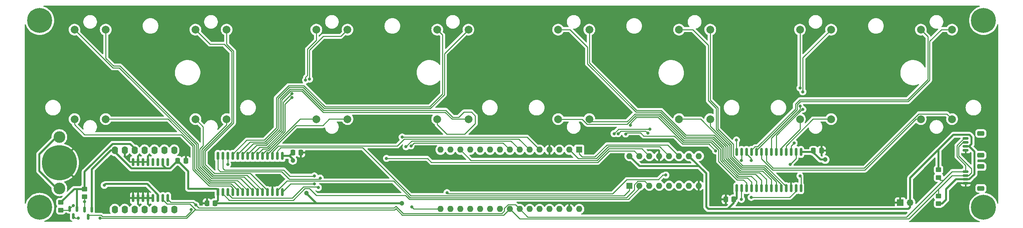
<source format=gbr>
%TF.GenerationSoftware,KiCad,Pcbnew,(7.0.0-0)*%
%TF.CreationDate,2023-03-24T13:01:53+01:00*%
%TF.ProjectId,klock_pcb,6b6c6f63-6b5f-4706-9362-2e6b69636164,rev?*%
%TF.SameCoordinates,Original*%
%TF.FileFunction,Copper,L1,Top*%
%TF.FilePolarity,Positive*%
%FSLAX46Y46*%
G04 Gerber Fmt 4.6, Leading zero omitted, Abs format (unit mm)*
G04 Created by KiCad (PCBNEW (7.0.0-0)) date 2023-03-24 13:01:53*
%MOMM*%
%LPD*%
G01*
G04 APERTURE LIST*
G04 Aperture macros list*
%AMRoundRect*
0 Rectangle with rounded corners*
0 $1 Rounding radius*
0 $2 $3 $4 $5 $6 $7 $8 $9 X,Y pos of 4 corners*
0 Add a 4 corners polygon primitive as box body*
4,1,4,$2,$3,$4,$5,$6,$7,$8,$9,$2,$3,0*
0 Add four circle primitives for the rounded corners*
1,1,$1+$1,$2,$3*
1,1,$1+$1,$4,$5*
1,1,$1+$1,$6,$7*
1,1,$1+$1,$8,$9*
0 Add four rect primitives between the rounded corners*
20,1,$1+$1,$2,$3,$4,$5,0*
20,1,$1+$1,$4,$5,$6,$7,0*
20,1,$1+$1,$6,$7,$8,$9,0*
20,1,$1+$1,$8,$9,$2,$3,0*%
G04 Aperture macros list end*
%TA.AperFunction,ComponentPad*%
%ADD10O,1.600000X2.000000*%
%TD*%
%TA.AperFunction,ComponentPad*%
%ADD11RoundRect,0.800000X0.000000X-0.200000X0.000000X0.200000X0.000000X0.200000X0.000000X-0.200000X0*%
%TD*%
%TA.AperFunction,ComponentPad*%
%ADD12C,3.000000*%
%TD*%
%TA.AperFunction,SMDPad,CuDef*%
%ADD13C,9.000000*%
%TD*%
%TA.AperFunction,SMDPad,CuDef*%
%ADD14RoundRect,0.250000X-0.450000X0.350000X-0.450000X-0.350000X0.450000X-0.350000X0.450000X0.350000X0*%
%TD*%
%TA.AperFunction,SMDPad,CuDef*%
%ADD15RoundRect,0.250000X0.450000X-0.350000X0.450000X0.350000X-0.450000X0.350000X-0.450000X-0.350000X0*%
%TD*%
%TA.AperFunction,SMDPad,CuDef*%
%ADD16RoundRect,0.150000X-0.150000X0.587500X-0.150000X-0.587500X0.150000X-0.587500X0.150000X0.587500X0*%
%TD*%
%TA.AperFunction,ComponentPad*%
%ADD17C,6.400000*%
%TD*%
%TA.AperFunction,SMDPad,CuDef*%
%ADD18RoundRect,0.250000X0.337500X0.475000X-0.337500X0.475000X-0.337500X-0.475000X0.337500X-0.475000X0*%
%TD*%
%TA.AperFunction,SMDPad,CuDef*%
%ADD19RoundRect,0.150000X0.150000X-0.875000X0.150000X0.875000X-0.150000X0.875000X-0.150000X-0.875000X0*%
%TD*%
%TA.AperFunction,ComponentPad*%
%ADD20R,1.600000X1.600000*%
%TD*%
%TA.AperFunction,ComponentPad*%
%ADD21O,1.600000X1.600000*%
%TD*%
%TA.AperFunction,ComponentPad*%
%ADD22R,1.700000X1.700000*%
%TD*%
%TA.AperFunction,ComponentPad*%
%ADD23O,1.700000X1.700000*%
%TD*%
%TA.AperFunction,ComponentPad*%
%ADD24C,2.000000*%
%TD*%
%TA.AperFunction,SMDPad,CuDef*%
%ADD25RoundRect,0.250000X-0.337500X-0.475000X0.337500X-0.475000X0.337500X0.475000X-0.337500X0.475000X0*%
%TD*%
%TA.AperFunction,SMDPad,CuDef*%
%ADD26RoundRect,0.150000X0.625000X-0.150000X0.625000X0.150000X-0.625000X0.150000X-0.625000X-0.150000X0*%
%TD*%
%TA.AperFunction,SMDPad,CuDef*%
%ADD27RoundRect,0.250000X0.650000X-0.350000X0.650000X0.350000X-0.650000X0.350000X-0.650000X-0.350000X0*%
%TD*%
%TA.AperFunction,SMDPad,CuDef*%
%ADD28RoundRect,0.150000X-0.150000X0.875000X-0.150000X-0.875000X0.150000X-0.875000X0.150000X0.875000X0*%
%TD*%
%TA.AperFunction,ViaPad*%
%ADD29C,0.800000*%
%TD*%
%TA.AperFunction,ViaPad*%
%ADD30C,1.200000*%
%TD*%
%TA.AperFunction,Conductor*%
%ADD31C,0.500000*%
%TD*%
%TA.AperFunction,Conductor*%
%ADD32C,0.250000*%
%TD*%
G04 APERTURE END LIST*
D10*
%TO.P,U18,1,PA02_A0_D0*%
%TO.N,unconnected-(U18-PA02_A0_D0-Pad1)*%
X45323249Y-121772999D03*
D11*
%TO.P,U18,2,PA4_A1_D1*%
%TO.N,unconnected-(U18-PA4_A1_D1-Pad2)*%
X47863250Y-121773000D03*
%TO.P,U18,3,PA10_A2_D2*%
%TO.N,unconnected-(U18-PA10_A2_D2-Pad3)*%
X50403250Y-121773000D03*
%TO.P,U18,4,PA11_A3_D3*%
%TO.N,unconnected-(U18-PA11_A3_D3-Pad4)*%
X52943250Y-121773000D03*
%TO.P,U18,5,PA8_A4_D4_SDA*%
%TO.N,SDA_3V*%
X55483250Y-121773000D03*
%TO.P,U18,6,PA9_A5_D5_SCL*%
%TO.N,SCL_3V*%
X58023250Y-121773000D03*
%TO.P,U18,7,TX*%
%TO.N,unconnected-(U18-TX-Pad7)*%
X60563250Y-121773000D03*
%TO.P,U18,8,RX*%
%TO.N,unconnected-(U18-RX-Pad8)*%
X60563250Y-106533000D03*
%TO.P,U18,9,SCK*%
%TO.N,unconnected-(U18-SCK-Pad9)*%
X58023250Y-106533000D03*
%TO.P,U18,10,MISO/D9*%
%TO.N,unconnected-(U18-MISO{slash}D9-Pad10)*%
X55483250Y-106533000D03*
%TO.P,U18,11,MOSI/D10*%
%TO.N,unconnected-(U18-MOSI{slash}D10-Pad11)*%
X52943250Y-106533000D03*
%TO.P,U18,12,3V3*%
%TO.N,+3.3V*%
X50403250Y-106533000D03*
%TO.P,U18,13,GND*%
%TO.N,GND*%
X47863250Y-106533000D03*
%TO.P,U18,14,5V*%
%TO.N,VDD*%
X45323250Y-106533000D03*
%TD*%
D12*
%TO.P,BT1,1,+*%
%TO.N,+BATT*%
X31115000Y-103124000D03*
X31115000Y-116324000D03*
D13*
%TO.P,BT1,2,-*%
%TO.N,GND*%
X31115000Y-109724000D03*
%TD*%
D14*
%TO.P,R2,2*%
%TO.N,SCL*%
X256540000Y-113522000D03*
%TO.P,R2,1*%
%TO.N,VDD*%
X256540000Y-111522000D03*
%TD*%
D15*
%TO.P,R1,2*%
%TO.N,SDA*%
X256540000Y-118253000D03*
%TO.P,R1,1*%
%TO.N,VDD*%
X256540000Y-120253000D03*
%TD*%
D14*
%TO.P,R4,2*%
%TO.N,SCL_3V*%
X37592000Y-118475000D03*
%TO.P,R4,1*%
%TO.N,+3.3V*%
X37592000Y-116475000D03*
%TD*%
%TO.P,R3,1*%
%TO.N,+3.3V*%
X31496000Y-119904000D03*
%TO.P,R3,2*%
%TO.N,SDA_3V*%
X31496000Y-121904000D03*
%TD*%
D16*
%TO.P,Q2,1,G*%
%TO.N,VDD*%
X39431000Y-121744500D03*
%TO.P,Q2,2,S*%
%TO.N,SCL_3V*%
X37531000Y-121744500D03*
%TO.P,Q2,3,D*%
%TO.N,SCL*%
X38481000Y-123619500D03*
%TD*%
%TO.P,Q1,1,G*%
%TO.N,+3.3V*%
X35621000Y-121569000D03*
%TO.P,Q1,2,S*%
%TO.N,SDA_3V*%
X33721000Y-121569000D03*
%TO.P,Q1,3,D*%
%TO.N,SDA*%
X34671000Y-123444000D03*
%TD*%
D17*
%TO.P,H3,1*%
%TO.N,N/C*%
X268065000Y-73175000D03*
%TD*%
%TO.P,H4,1*%
%TO.N,N/C*%
X268065000Y-121175000D03*
%TD*%
D18*
%TO.P,C10,1*%
%TO.N,GND*%
X226537500Y-106620000D03*
%TO.P,C10,2*%
%TO.N,VDD*%
X224462500Y-106620000D03*
%TD*%
D19*
%TO.P,U13,1,Vdd*%
%TO.N,VDD*%
X204745000Y-116270000D03*
%TO.P,U13,2,CW~{CCW}B*%
%TO.N,M6_DIR*%
X206015000Y-116270000D03*
%TO.P,U13,3,fB*%
%TO.N,M6_STEP*%
X207285000Y-116270000D03*
%TO.P,U13,4,OUT3A*%
%TO.N,M4_A3*%
X208555000Y-116270000D03*
%TO.P,U13,5,OUT4A*%
%TO.N,M4_A4*%
X209825000Y-116270000D03*
%TO.P,U13,6,OUT2A*%
%TO.N,M4_A2*%
X211095000Y-116270000D03*
%TO.P,U13,7,OUT1A*%
%TO.N,M4_A1*%
X212365000Y-116270000D03*
%TO.P,U13,8,OUT1D*%
%TO.N,M5_B1*%
X213635000Y-116270000D03*
%TO.P,U13,9,OUT2D*%
%TO.N,M5_B2*%
X214905000Y-116270000D03*
%TO.P,U13,10,OUT4D*%
%TO.N,M5_B4*%
X216175000Y-116270000D03*
%TO.P,U13,11,OUT3D*%
%TO.N,M5_B3*%
X217445000Y-116270000D03*
%TO.P,U13,12,GND*%
%TO.N,GND*%
X218715000Y-116270000D03*
%TO.P,U13,13,CW~{CCW}C*%
%TO.N,M7_DIR*%
X219985000Y-116270000D03*
%TO.P,U13,14,fC*%
%TO.N,M7_STEP*%
X221255000Y-116270000D03*
%TO.P,U13,15,Vdd*%
%TO.N,VDD*%
X221255000Y-106970000D03*
%TO.P,U13,16,CW~{CCW}D*%
%TO.N,M5_DIR*%
X219985000Y-106970000D03*
%TO.P,U13,17,fD*%
%TO.N,M5_STEP*%
X218715000Y-106970000D03*
%TO.P,U13,18,OUT3C*%
%TO.N,M7_A3*%
X217445000Y-106970000D03*
%TO.P,U13,19,OUT4C*%
%TO.N,M7_A4*%
X216175000Y-106970000D03*
%TO.P,U13,20,OUT2C*%
%TO.N,M7_A2*%
X214905000Y-106970000D03*
%TO.P,U13,21,OUT1C*%
%TO.N,M7_A1*%
X213635000Y-106970000D03*
%TO.P,U13,22,OUT1B*%
%TO.N,M6_B1*%
X212365000Y-106970000D03*
%TO.P,U13,23,OUT2B*%
%TO.N,M6_B2*%
X211095000Y-106970000D03*
%TO.P,U13,24,OUT4B*%
%TO.N,M6_B4*%
X209825000Y-106970000D03*
%TO.P,U13,25,OUT3B*%
%TO.N,M6_B3*%
X208555000Y-106970000D03*
%TO.P,U13,26,~{RESET}*%
%TO.N,DRV_RESET*%
X207285000Y-106970000D03*
%TO.P,U13,27,CW~{CCW}A*%
%TO.N,M4_DIR*%
X206015000Y-106970000D03*
%TO.P,U13,28,fA*%
%TO.N,M4_STEP*%
X204745000Y-106970000D03*
%TD*%
D20*
%TO.P,U15,1,QB*%
%TO.N,M1_DIR*%
X177299999Y-115619999D03*
D21*
%TO.P,U15,2,QC*%
%TO.N,M2_DIR*%
X179839999Y-115619999D03*
%TO.P,U15,3,QD*%
%TO.N,M3_DIR*%
X182379999Y-115619999D03*
%TO.P,U15,4,QE*%
%TO.N,M4_DIR*%
X184919999Y-115619999D03*
%TO.P,U15,5,QF*%
%TO.N,M5_DIR*%
X187459999Y-115619999D03*
%TO.P,U15,6,QG*%
%TO.N,M6_DIR*%
X189999999Y-115619999D03*
%TO.P,U15,7,QH*%
%TO.N,M7_DIR*%
X192539999Y-115619999D03*
%TO.P,U15,8,GND*%
%TO.N,GND*%
X195079999Y-115619999D03*
%TO.P,U15,9,QH'*%
%TO.N,unconnected-(U15-QH'-Pad9)*%
X195079999Y-107999999D03*
%TO.P,U15,10,~{SRCLR}*%
%TO.N,VDD*%
X192539999Y-107999999D03*
%TO.P,U15,11,SRCLK*%
%TO.N,SRCLK*%
X189999999Y-107999999D03*
%TO.P,U15,12,RCLK*%
%TO.N,RCLK*%
X187459999Y-107999999D03*
%TO.P,U15,13,~{OE}*%
%TO.N,GND*%
X184919999Y-107999999D03*
%TO.P,U15,14,SER*%
%TO.N,SER*%
X182379999Y-107999999D03*
%TO.P,U15,15,QA*%
%TO.N,M0_DIR*%
X179839999Y-107999999D03*
%TO.P,U15,16,VCC*%
%TO.N,VDD*%
X177299999Y-107999999D03*
%TD*%
D22*
%TO.P,J3,1,Pin_1*%
%TO.N,GND*%
X246724999Y-119999999D03*
D23*
%TO.P,J3,2,Pin_2*%
%TO.N,VDD*%
X249264999Y-119999999D03*
%TD*%
D24*
%TO.P,U9,1,A4*%
%TO.N,M0_A3*%
X35000000Y-98515000D03*
%TO.P,U9,2,A3*%
%TO.N,M0_A4*%
X43000000Y-98515000D03*
%TO.P,U9,3,B2*%
%TO.N,M1_B1*%
X66000000Y-98515000D03*
%TO.P,U9,4,B1*%
%TO.N,M1_B2*%
X74000000Y-98515000D03*
%TO.P,U9,5,B4*%
%TO.N,M1_B3*%
X74000000Y-75515000D03*
%TO.P,U9,6,B3*%
%TO.N,M1_B4*%
X66000000Y-75515000D03*
%TO.P,U9,7,A2*%
%TO.N,M0_A1*%
X43000000Y-75515000D03*
%TO.P,U9,8,A1*%
%TO.N,M0_A2*%
X35000000Y-75515000D03*
%TD*%
D25*
%TO.P,C1,1*%
%TO.N,GND*%
X68962500Y-120120000D03*
%TO.P,C1,2*%
%TO.N,VDD*%
X71037500Y-120120000D03*
%TD*%
D26*
%TO.P,J2,1,Pin_1*%
%TO.N,GND*%
X263500000Y-115000000D03*
%TO.P,J2,2,Pin_2*%
%TO.N,VDD*%
X263500000Y-114000000D03*
%TO.P,J2,3,Pin_3*%
%TO.N,SDA*%
X263500000Y-113000000D03*
%TO.P,J2,4,Pin_4*%
%TO.N,SCL*%
X263500000Y-112000000D03*
D27*
%TO.P,J2,MP*%
%TO.N,N/C*%
X267375000Y-116300000D03*
X267375000Y-110700000D03*
%TD*%
D20*
%TO.P,A1,1,TX1*%
%TO.N,SRCLK*%
X164399999Y-106379999D03*
D21*
%TO.P,A1,2,RX1*%
%TO.N,RCLK*%
X161859999Y-106379999D03*
%TO.P,A1,3,~{RESET}*%
%TO.N,unconnected-(A1-~{RESET}-Pad3)*%
X159319999Y-106379999D03*
%TO.P,A1,4,GND*%
%TO.N,GND*%
X156779999Y-106379999D03*
%TO.P,A1,5,D2*%
%TO.N,M0_STEP*%
X154239999Y-106379999D03*
%TO.P,A1,6,D3*%
%TO.N,M1_STEP*%
X151699999Y-106379999D03*
%TO.P,A1,7,D4*%
%TO.N,M2_STEP*%
X149159999Y-106379999D03*
%TO.P,A1,8,D5*%
%TO.N,M3_STEP*%
X146619999Y-106379999D03*
%TO.P,A1,9,D6*%
%TO.N,M4_STEP*%
X144079999Y-106379999D03*
%TO.P,A1,10,D7*%
%TO.N,M5_STEP*%
X141539999Y-106379999D03*
%TO.P,A1,11,D8*%
%TO.N,M6_STEP*%
X138999999Y-106379999D03*
%TO.P,A1,12,D9*%
%TO.N,M7_STEP*%
X136459999Y-106379999D03*
%TO.P,A1,13,D10*%
%TO.N,SER*%
X133919999Y-106379999D03*
%TO.P,A1,14,MOSI*%
%TO.N,MAG_M0*%
X131379999Y-106379999D03*
%TO.P,A1,15,MISO*%
%TO.N,MAG_M1*%
X128839999Y-106379999D03*
%TO.P,A1,16,SCK*%
%TO.N,DRV_RESET*%
X128839999Y-121619999D03*
%TO.P,A1,17,3V3*%
%TO.N,unconnected-(A1-3V3-Pad17)*%
X131379999Y-121619999D03*
%TO.P,A1,18,AREF*%
%TO.N,unconnected-(A1-AREF-Pad18)*%
X133919999Y-121619999D03*
%TO.P,A1,19,A0*%
%TO.N,MAG_M3*%
X136459999Y-121619999D03*
%TO.P,A1,20,A1*%
%TO.N,MAG_M2*%
X138999999Y-121619999D03*
%TO.P,A1,21,A2*%
%TO.N,MAG_M4*%
X141539999Y-121619999D03*
%TO.P,A1,22,A3*%
%TO.N,MAG_M5*%
X144079999Y-121619999D03*
%TO.P,A1,23,SDA/A4*%
%TO.N,SDA*%
X146619999Y-121619999D03*
%TO.P,A1,24,SCL/A5*%
%TO.N,SCL*%
X149159999Y-121619999D03*
%TO.P,A1,25,A6*%
%TO.N,MAG_M7*%
X151699999Y-121619999D03*
%TO.P,A1,26,A7*%
%TO.N,MAG_M6*%
X154239999Y-121619999D03*
%TO.P,A1,27,+5V*%
%TO.N,VDD*%
X156779999Y-121619999D03*
%TO.P,A1,28,~{RESET}*%
%TO.N,unconnected-(A1-~{RESET}-Pad28)*%
X159319999Y-121619999D03*
%TO.P,A1,29,GND*%
%TO.N,GND*%
X161859999Y-121619999D03*
%TO.P,A1,30,VIN*%
%TO.N,unconnected-(A1-VIN-Pad30)*%
X164399999Y-121619999D03*
%TD*%
D28*
%TO.P,U16,16,SCL*%
%TO.N,SCL*%
X58928000Y-118823000D03*
%TO.P,U16,15,SDA*%
%TO.N,SDA*%
X57658000Y-118823000D03*
%TO.P,U16,14,VBAT*%
%TO.N,+BATT*%
X56388000Y-118823000D03*
%TO.P,U16,13,GND*%
%TO.N,GND*%
X55118000Y-118823000D03*
%TO.P,U16,12,GND*%
X53848000Y-118823000D03*
%TO.P,U16,11,GND*%
X52578000Y-118823000D03*
%TO.P,U16,10,GND*%
X51308000Y-118823000D03*
%TO.P,U16,9,GND*%
X50038000Y-118823000D03*
%TO.P,U16,8,GND*%
X50038000Y-109523000D03*
%TO.P,U16,7,GND*%
X51308000Y-109523000D03*
%TO.P,U16,6,GND*%
X52578000Y-109523000D03*
%TO.P,U16,5,GND*%
X53848000Y-109523000D03*
%TO.P,U16,4,~{RST}*%
%TO.N,unconnected-(U16-~{RST}-Pad4)*%
X55118000Y-109523000D03*
%TO.P,U16,3,~{INT}/SQW*%
%TO.N,unconnected-(U16-~{INT}{slash}SQW-Pad3)*%
X56388000Y-109523000D03*
%TO.P,U16,2,VCC*%
%TO.N,VDD*%
X57658000Y-109523000D03*
%TO.P,U16,1,32KHZ*%
%TO.N,unconnected-(U16-32KHZ-Pad1)*%
X58928000Y-109523000D03*
%TD*%
D18*
%TO.P,C2,1*%
%TO.N,GND*%
X93037500Y-107120000D03*
%TO.P,C2,2*%
%TO.N,VDD*%
X90962500Y-107120000D03*
%TD*%
D25*
%TO.P,C9,1*%
%TO.N,GND*%
X201962500Y-119120000D03*
%TO.P,C9,2*%
%TO.N,VDD*%
X204037500Y-119120000D03*
%TD*%
D24*
%TO.P,U11,1,A4*%
%TO.N,M3_A4*%
X97000000Y-98515000D03*
%TO.P,U11,2,A3*%
%TO.N,M3_A3*%
X105000000Y-98515000D03*
%TO.P,U11,3,B2*%
%TO.N,M2_B2*%
X128000000Y-98515000D03*
%TO.P,U11,4,B1*%
%TO.N,M2_B1*%
X136000000Y-98515000D03*
%TO.P,U11,5,B4*%
%TO.N,M2_B4*%
X136000000Y-75515000D03*
%TO.P,U11,6,B3*%
%TO.N,M2_B3*%
X128000000Y-75515000D03*
%TO.P,U11,7,A2*%
%TO.N,M3_A2*%
X105000000Y-75515000D03*
%TO.P,U11,8,A1*%
%TO.N,M3_A1*%
X97000000Y-75515000D03*
%TD*%
D17*
%TO.P,H2,1*%
%TO.N,N/C*%
X26065000Y-121175000D03*
%TD*%
D24*
%TO.P,U14,1,A4*%
%TO.N,M7_A4*%
X221000000Y-98515000D03*
%TO.P,U14,2,A3*%
%TO.N,M7_A3*%
X229000000Y-98515000D03*
%TO.P,U14,3,B2*%
%TO.N,M6_B2*%
X252000000Y-98515000D03*
%TO.P,U14,4,B1*%
%TO.N,M6_B1*%
X260000000Y-98515000D03*
%TO.P,U14,5,B4*%
%TO.N,M6_B4*%
X260000000Y-75515000D03*
%TO.P,U14,6,B3*%
%TO.N,M6_B3*%
X252000000Y-75515000D03*
%TO.P,U14,7,A2*%
%TO.N,M7_A2*%
X229000000Y-75515000D03*
%TO.P,U14,8,A1*%
%TO.N,M7_A1*%
X221000000Y-75515000D03*
%TD*%
D17*
%TO.P,H1,1*%
%TO.N,N/C*%
X26065000Y-73175000D03*
%TD*%
D24*
%TO.P,U12,1,A4*%
%TO.N,M4_A3*%
X159000000Y-98515000D03*
%TO.P,U12,2,A3*%
%TO.N,M4_A4*%
X167000000Y-98515000D03*
%TO.P,U12,3,B2*%
%TO.N,M5_B1*%
X190000000Y-98515000D03*
%TO.P,U12,4,B1*%
%TO.N,M5_B2*%
X198000000Y-98515000D03*
%TO.P,U12,5,B4*%
%TO.N,M5_B3*%
X198000000Y-75515000D03*
%TO.P,U12,6,B3*%
%TO.N,M5_B4*%
X190000000Y-75515000D03*
%TO.P,U12,7,A2*%
%TO.N,M4_A1*%
X167000000Y-75515000D03*
%TO.P,U12,8,A1*%
%TO.N,M4_A2*%
X159000000Y-75515000D03*
%TD*%
D18*
%TO.P,C13,1*%
%TO.N,GND*%
X63543000Y-109220000D03*
%TO.P,C13,2*%
%TO.N,VDD*%
X61468000Y-109220000D03*
%TD*%
D26*
%TO.P,J1,1,Pin_1*%
%TO.N,GND*%
X263500000Y-106500000D03*
%TO.P,J1,2,Pin_2*%
%TO.N,VDD*%
X263500000Y-105500000D03*
%TO.P,J1,3,Pin_3*%
%TO.N,SDA*%
X263500000Y-104500000D03*
%TO.P,J1,4,Pin_4*%
%TO.N,SCL*%
X263500000Y-103500000D03*
D27*
%TO.P,J1,MP*%
%TO.N,N/C*%
X267375000Y-107800000D03*
X267375000Y-102200000D03*
%TD*%
D19*
%TO.P,U10,1,Vdd*%
%TO.N,VDD*%
X71745000Y-117270000D03*
%TO.P,U10,2,CW~{CCW}B*%
%TO.N,M2_DIR*%
X73015000Y-117270000D03*
%TO.P,U10,3,fB*%
%TO.N,M2_STEP*%
X74285000Y-117270000D03*
%TO.P,U10,4,OUT3A*%
%TO.N,M0_A3*%
X75555000Y-117270000D03*
%TO.P,U10,5,OUT4A*%
%TO.N,M0_A4*%
X76825000Y-117270000D03*
%TO.P,U10,6,OUT2A*%
%TO.N,M0_A2*%
X78095000Y-117270000D03*
%TO.P,U10,7,OUT1A*%
%TO.N,M0_A1*%
X79365000Y-117270000D03*
%TO.P,U10,8,OUT1D*%
%TO.N,M1_B1*%
X80635000Y-117270000D03*
%TO.P,U10,9,OUT2D*%
%TO.N,M1_B2*%
X81905000Y-117270000D03*
%TO.P,U10,10,OUT4D*%
%TO.N,M1_B4*%
X83175000Y-117270000D03*
%TO.P,U10,11,OUT3D*%
%TO.N,M1_B3*%
X84445000Y-117270000D03*
%TO.P,U10,12,GND*%
%TO.N,GND*%
X85715000Y-117270000D03*
%TO.P,U10,13,CW~{CCW}C*%
%TO.N,M3_DIR*%
X86985000Y-117270000D03*
%TO.P,U10,14,fC*%
%TO.N,M3_STEP*%
X88255000Y-117270000D03*
%TO.P,U10,15,Vdd*%
%TO.N,VDD*%
X88255000Y-107970000D03*
%TO.P,U10,16,CW~{CCW}D*%
%TO.N,M1_DIR*%
X86985000Y-107970000D03*
%TO.P,U10,17,fD*%
%TO.N,M1_STEP*%
X85715000Y-107970000D03*
%TO.P,U10,18,OUT3C*%
%TO.N,M3_A3*%
X84445000Y-107970000D03*
%TO.P,U10,19,OUT4C*%
%TO.N,M3_A4*%
X83175000Y-107970000D03*
%TO.P,U10,20,OUT2C*%
%TO.N,M3_A2*%
X81905000Y-107970000D03*
%TO.P,U10,21,OUT1C*%
%TO.N,M3_A1*%
X80635000Y-107970000D03*
%TO.P,U10,22,OUT1B*%
%TO.N,M2_B1*%
X79365000Y-107970000D03*
%TO.P,U10,23,OUT2B*%
%TO.N,M2_B2*%
X78095000Y-107970000D03*
%TO.P,U10,24,OUT4B*%
%TO.N,M2_B4*%
X76825000Y-107970000D03*
%TO.P,U10,25,OUT3B*%
%TO.N,M2_B3*%
X75555000Y-107970000D03*
%TO.P,U10,26,~{RESET}*%
%TO.N,DRV_RESET*%
X74285000Y-107970000D03*
%TO.P,U10,27,CW~{CCW}A*%
%TO.N,M0_DIR*%
X73015000Y-107970000D03*
%TO.P,U10,28,fA*%
%TO.N,M0_STEP*%
X71745000Y-107970000D03*
%TD*%
D29*
%TO.N,SCL_3V*%
X37592000Y-119723500D03*
%TO.N,SDA_3V*%
X34671000Y-120777000D03*
%TO.N,SCL*%
X64892701Y-121788701D03*
X66099201Y-120582201D03*
%TO.N,SDA*%
X35941000Y-123952000D03*
X41529000Y-123952000D03*
%TO.N,+BATT*%
X42619813Y-115517813D03*
%TO.N,GND*%
X114265000Y-98175000D03*
X264500000Y-100250000D03*
X52500000Y-116500000D03*
X185265000Y-90175000D03*
X239265000Y-96175000D03*
X264265000Y-79175000D03*
X185265000Y-119175000D03*
X209265000Y-96175000D03*
X148265000Y-97175000D03*
X114265000Y-116175000D03*
X263750000Y-118500000D03*
X144265000Y-115175000D03*
X111265000Y-91175000D03*
X59265000Y-89175000D03*
X209265000Y-79175000D03*
X147265000Y-79175000D03*
X259250000Y-109500000D03*
X234265000Y-89175000D03*
X253000000Y-114750000D03*
X252000000Y-104250000D03*
X99265000Y-91175000D03*
X84265000Y-78175000D03*
X31265000Y-80175000D03*
X245265000Y-89175000D03*
X226265000Y-115175000D03*
X171250000Y-91750000D03*
X85765000Y-114175000D03*
X48265000Y-89175000D03*
X104265000Y-109175000D03*
D30*
X264420142Y-109079858D03*
D29*
X85765000Y-110175000D03*
X171265000Y-115175000D03*
D30*
X266000000Y-114250000D03*
D29*
X200265000Y-116175000D03*
X247000000Y-114500000D03*
X218265000Y-113175000D03*
%TO.N,M0_STEP*%
X98000000Y-113670500D03*
X119000000Y-103120000D03*
%TO.N,M2_STEP*%
X119987701Y-105607701D03*
X97500000Y-116120000D03*
%TO.N,M3_STEP*%
X96500000Y-115120000D03*
X121262299Y-105382299D03*
%TO.N,M4_STEP*%
X204724500Y-103895500D03*
X173342348Y-102252348D03*
X182500000Y-101120000D03*
%TO.N,M5_STEP*%
X219500000Y-104620000D03*
X182000000Y-102120000D03*
X174355000Y-102265000D03*
%TO.N,M6_STEP*%
X177500000Y-100120000D03*
%TO.N,M7_STEP*%
X221000000Y-113120000D03*
X199382253Y-106663247D03*
X176307549Y-102337049D03*
%TO.N,DRV_RESET*%
X208500000Y-109120000D03*
X121500000Y-121120000D03*
X130500000Y-117445500D03*
X74285000Y-110120000D03*
X186614989Y-112900412D03*
D30*
%TO.N,VDD*%
X118894858Y-120105142D03*
X90962500Y-109120000D03*
X227500000Y-108920000D03*
X94500000Y-117495500D03*
D29*
%TO.N,M3_A2*%
X95250000Y-88250000D03*
X90750000Y-93000000D03*
%TO.N,M3_A1*%
X94237701Y-88487701D03*
X90737701Y-91987701D03*
%TO.N,M0_DIR*%
X114987701Y-108607701D03*
X96500000Y-113120000D03*
%TO.N,M6_DIR*%
X206000000Y-119120000D03*
%TO.N,M7_DIR*%
X208500000Y-118620000D03*
%TO.N,M5_DIR*%
X218500000Y-110120000D03*
%TO.N,M7_A2*%
X221724349Y-91500000D03*
X221724349Y-96004589D03*
%TO.N,M7_A1*%
X220999849Y-95158392D03*
X220999849Y-90500000D03*
%TO.N,M4_DIR*%
X206012299Y-109107701D03*
%TD*%
D31*
%TO.N,VDD*%
X256500000Y-120250000D02*
X257448000Y-120250000D01*
X257448000Y-120250000D02*
X258500000Y-119198000D01*
X258500000Y-119198000D02*
X258500000Y-116500000D01*
X258500000Y-116500000D02*
X261000000Y-114000000D01*
X261000000Y-114000000D02*
X263500000Y-114000000D01*
D32*
%TO.N,SCL*%
X66099201Y-120582201D02*
X66887000Y-121370000D01*
X65405000Y-119888000D02*
X66099201Y-120582201D01*
X64892701Y-121788701D02*
X64892701Y-122176903D01*
X41829305Y-123227000D02*
X38873500Y-123227000D01*
X38873500Y-123227000D02*
X38481000Y-123619500D01*
X64892701Y-122176903D02*
X63567604Y-123502000D01*
X63567604Y-123502000D02*
X42104305Y-123502000D01*
X42104305Y-123502000D02*
X41829305Y-123227000D01*
D31*
%TO.N,VDD*%
X64145000Y-116395000D02*
X64145000Y-112903000D01*
X64145000Y-111907292D02*
X64145000Y-112903000D01*
X61468000Y-109220000D02*
X61468000Y-109230292D01*
X61468000Y-109230292D02*
X64145000Y-111907292D01*
X45323250Y-106533000D02*
X45323250Y-106964621D01*
X45323250Y-106964621D02*
X49556629Y-111198000D01*
X49556629Y-111198000D02*
X58446629Y-111198000D01*
X39431000Y-121744500D02*
X39431000Y-111447432D01*
X39431000Y-111447432D02*
X44345432Y-106533000D01*
X44345432Y-106533000D02*
X45323250Y-106533000D01*
%TO.N,+3.3V*%
X44722640Y-104883000D02*
X37592000Y-112013640D01*
X49257000Y-104883000D02*
X44722640Y-104883000D01*
X50403250Y-106029250D02*
X49257000Y-104883000D01*
X37592000Y-112013640D02*
X37592000Y-116475000D01*
X50403250Y-106533000D02*
X50403250Y-106029250D01*
D32*
%TO.N,SDA_3V*%
X34671000Y-120777000D02*
X34513000Y-120777000D01*
X34513000Y-120777000D02*
X33721000Y-121569000D01*
%TO.N,SDA*%
X66067000Y-121820000D02*
X67183000Y-121820000D01*
X67183000Y-121820000D02*
X117106398Y-121820000D01*
X63754000Y-123952000D02*
X65886000Y-121820000D01*
X65886000Y-121820000D02*
X67183000Y-121820000D01*
%TO.N,SCL*%
X65405000Y-119888000D02*
X59690000Y-119888000D01*
X146154009Y-120495000D02*
X145205000Y-121444009D01*
X145205000Y-121444009D02*
X145205000Y-122085991D01*
X149160000Y-121620000D02*
X148035000Y-120495000D01*
X145205000Y-122085991D02*
X144545991Y-122745000D01*
X144545991Y-122745000D02*
X119245000Y-122745000D01*
X148035000Y-120495000D02*
X146154009Y-120495000D01*
X119245000Y-122745000D02*
X117395001Y-120895001D01*
X116920002Y-121370000D02*
X66887000Y-121370000D01*
X117395001Y-120895001D02*
X116920002Y-121370000D01*
X59690000Y-119888000D02*
X58928000Y-119126000D01*
X58928000Y-119126000D02*
X58928000Y-118823000D01*
%TO.N,SDA*%
X57658000Y-118823000D02*
X57658000Y-119249751D01*
X57658000Y-119249751D02*
X58746249Y-120338000D01*
X58746249Y-120338000D02*
X64585000Y-120338000D01*
X64585000Y-120338000D02*
X66067000Y-121820000D01*
X117106398Y-121820000D02*
X117395001Y-121531397D01*
X117395001Y-121531397D02*
X119058604Y-123195000D01*
X119058604Y-123195000D02*
X145045000Y-123195000D01*
X145045000Y-123195000D02*
X146620000Y-121620000D01*
X63754000Y-123952000D02*
X41529000Y-123952000D01*
X35179000Y-123952000D02*
X34671000Y-123444000D01*
X35941000Y-123952000D02*
X35179000Y-123952000D01*
D31*
%TO.N,+BATT*%
X42619813Y-115517813D02*
X42948626Y-115189000D01*
X42948626Y-115189000D02*
X53640371Y-115189000D01*
X53640371Y-115189000D02*
X56388000Y-117936629D01*
X56388000Y-117936629D02*
X56388000Y-118823000D01*
D32*
%TO.N,SDA_3V*%
X31496000Y-121904000D02*
X33386000Y-121904000D01*
X33386000Y-121904000D02*
X33721000Y-121569000D01*
D31*
%TO.N,+3.3V*%
X34909000Y-116475000D02*
X35560000Y-116475000D01*
X35560000Y-116475000D02*
X37592000Y-116475000D01*
X35621000Y-121569000D02*
X35621000Y-116536000D01*
X35621000Y-116536000D02*
X35560000Y-116475000D01*
%TO.N,+BATT*%
X31115000Y-116324000D02*
X30431800Y-116324000D01*
X25965000Y-111857200D02*
X25965000Y-107512000D01*
X25965000Y-107512000D02*
X30353000Y-103124000D01*
X30431800Y-116324000D02*
X25965000Y-111857200D01*
X30353000Y-103124000D02*
X31115000Y-103124000D01*
%TO.N,+3.3V*%
X31496000Y-119904000D02*
X31496000Y-119888000D01*
X31496000Y-119888000D02*
X34909000Y-116475000D01*
D32*
%TO.N,SCL_3V*%
X37592000Y-118475000D02*
X37592000Y-121683500D01*
X37592000Y-121683500D02*
X37531000Y-121744500D01*
D31*
%TO.N,VDD*%
X61468000Y-109220000D02*
X59490000Y-111198000D01*
X58446629Y-111198000D02*
X57658000Y-110409371D01*
X59490000Y-111198000D02*
X58446629Y-111198000D01*
X57658000Y-110409371D02*
X57658000Y-109523000D01*
D32*
%TO.N,M0_A3*%
X62363812Y-102500000D02*
X65350000Y-105486188D01*
X35000000Y-99929213D02*
X37570787Y-102500000D01*
X65350000Y-111515584D02*
X69454416Y-115620000D01*
X37570787Y-102500000D02*
X62363812Y-102500000D01*
X65350000Y-105486188D02*
X65350000Y-111515584D01*
X35000000Y-98515000D02*
X35000000Y-99929213D01*
X74965355Y-115620000D02*
X75555000Y-116209645D01*
X69454416Y-115620000D02*
X74965355Y-115620000D01*
X75555000Y-116209645D02*
X75555000Y-117270000D01*
%TO.N,M0_A4*%
X43000000Y-98500000D02*
X59000208Y-98500000D01*
X59000208Y-98500000D02*
X65800000Y-105299792D01*
X65800000Y-105299792D02*
X65800000Y-111329188D01*
X65800000Y-111329188D02*
X69640812Y-115170000D01*
X69640812Y-115170000D02*
X75151751Y-115170000D01*
X75151751Y-115170000D02*
X76825000Y-116843249D01*
X76825000Y-116843249D02*
X76825000Y-117270000D01*
%TO.N,M0_A2*%
X78095000Y-117270000D02*
X78095000Y-116843249D01*
X78095000Y-116843249D02*
X75971751Y-114720000D01*
X75971751Y-114720000D02*
X69827208Y-114720000D01*
X69827208Y-114720000D02*
X66250000Y-111142792D01*
X66250000Y-111142792D02*
X66250000Y-105113396D01*
X66250000Y-105113396D02*
X46450208Y-85313604D01*
X46450208Y-85313604D02*
X44813604Y-85313604D01*
X44813604Y-85313604D02*
X35000000Y-75500000D01*
%TO.N,M0_A1*%
X43000000Y-75500000D02*
X43000000Y-82863604D01*
X45000000Y-84863604D02*
X46636604Y-84863604D01*
X70013604Y-114270000D02*
X76791751Y-114270000D01*
X66700000Y-104927000D02*
X66700000Y-110956396D01*
X43000000Y-82863604D02*
X45000000Y-84863604D01*
X79365000Y-116843249D02*
X79365000Y-117270000D01*
X46636604Y-84863604D02*
X66700000Y-104927000D01*
X66700000Y-110956396D02*
X70013604Y-114270000D01*
X76791751Y-114270000D02*
X79365000Y-116843249D01*
%TO.N,SRCLK*%
X164400000Y-106380000D02*
X164400000Y-107430000D01*
X171500000Y-105120000D02*
X168400000Y-108220000D01*
X164400000Y-107430000D02*
X165190000Y-108220000D01*
X168400000Y-108220000D02*
X168000000Y-108220000D01*
X190000000Y-108000000D02*
X187120000Y-105120000D01*
X165190000Y-108220000D02*
X168000000Y-108220000D01*
X187120000Y-105120000D02*
X171500000Y-105120000D01*
%TO.N,RCLK*%
X185080000Y-105620000D02*
X171863604Y-105620000D01*
X171863604Y-105620000D02*
X168813604Y-108670000D01*
X187460000Y-108000000D02*
X185080000Y-105620000D01*
X164150000Y-108670000D02*
X161860000Y-106380000D01*
X168813604Y-108670000D02*
X164150000Y-108670000D01*
D31*
%TO.N,GND*%
X263500000Y-115000000D02*
X265250000Y-115000000D01*
X265250000Y-115000000D02*
X266000000Y-114250000D01*
D32*
%TO.N,M0_STEP*%
X71745000Y-111365000D02*
X72400000Y-112020000D01*
X97725500Y-113945000D02*
X98000000Y-113670500D01*
X150980000Y-103120000D02*
X154240000Y-106380000D01*
X88110000Y-112020000D02*
X90035000Y-113945000D01*
X71745000Y-107970000D02*
X71745000Y-111365000D01*
X72400000Y-112020000D02*
X88110000Y-112020000D01*
X90035000Y-113945000D02*
X97725500Y-113945000D01*
X119000000Y-103120000D02*
X150980000Y-103120000D01*
%TO.N,M1_STEP*%
X117725305Y-105420000D02*
X87265000Y-105420000D01*
X119525305Y-103620000D02*
X117725305Y-105420000D01*
X148940000Y-103620000D02*
X119525305Y-103620000D01*
X151700000Y-106380000D02*
X148940000Y-103620000D01*
X87265000Y-105420000D02*
X85715000Y-106970000D01*
%TO.N,M2_STEP*%
X90800000Y-118820000D02*
X93699500Y-115920500D01*
X74285000Y-117696751D02*
X75408249Y-118820000D01*
X146900000Y-104120000D02*
X149160000Y-106380000D01*
X119987701Y-105607701D02*
X121475402Y-104120000D01*
X97300500Y-115920500D02*
X97500000Y-116120000D01*
X74285000Y-117270000D02*
X74285000Y-117696751D01*
X93699500Y-115920500D02*
X97300500Y-115920500D01*
X121475402Y-104120000D02*
X146900000Y-104120000D01*
X75408249Y-118820000D02*
X90800000Y-118820000D01*
%TO.N,M3_STEP*%
X144860000Y-104620000D02*
X146620000Y-106380000D01*
X122024598Y-104620000D02*
X144860000Y-104620000D01*
X121262299Y-105382299D02*
X122024598Y-104620000D01*
X90405000Y-115120000D02*
X96500000Y-115120000D01*
X88255000Y-117270000D02*
X90405000Y-115120000D01*
%TO.N,M4_STEP*%
X204745000Y-106970000D02*
X204724500Y-106949500D01*
X204724500Y-106949500D02*
X204724500Y-103895500D01*
X174474695Y-101120000D02*
X182500000Y-101120000D01*
X173342348Y-102252348D02*
X174474695Y-101120000D01*
%TO.N,M5_STEP*%
X174355000Y-102265000D02*
X175050000Y-101570000D01*
X218715000Y-106970000D02*
X218715000Y-105405000D01*
X181450000Y-101570000D02*
X182000000Y-102120000D01*
X218715000Y-105405000D02*
X219500000Y-104620000D01*
X175050000Y-101570000D02*
X181450000Y-101570000D01*
%TO.N,M6_STEP*%
X207285000Y-114892347D02*
X207285000Y-116270000D01*
X184673604Y-98075000D02*
X191068604Y-104470000D01*
X200150000Y-109361168D02*
X204908832Y-114120000D01*
X191068604Y-104470000D02*
X198213604Y-104470000D01*
X177500000Y-100120000D02*
X177500000Y-99620000D01*
X206512653Y-114120000D02*
X207285000Y-114892347D01*
X198213604Y-104470000D02*
X200150000Y-106406396D01*
X200150000Y-106406396D02*
X200150000Y-109361168D01*
X204908832Y-114120000D02*
X206512653Y-114120000D01*
X179045000Y-98075000D02*
X184673604Y-98075000D01*
X177500000Y-99620000D02*
X179045000Y-98075000D01*
%TO.N,M7_STEP*%
X180935000Y-102845000D02*
X188807208Y-102845000D01*
X197639006Y-104920000D02*
X199382253Y-106663247D01*
X221255000Y-113375000D02*
X221255000Y-116270000D01*
X176624598Y-102020000D02*
X180110000Y-102020000D01*
X190882208Y-104920000D02*
X197639006Y-104920000D01*
X176307549Y-102337049D02*
X176624598Y-102020000D01*
X188807208Y-102845000D02*
X190882208Y-104920000D01*
X221000000Y-113120000D02*
X221255000Y-113375000D01*
X180110000Y-102020000D02*
X180935000Y-102845000D01*
%TO.N,SER*%
X180500000Y-106120000D02*
X172000000Y-106120000D01*
X182380000Y-108000000D02*
X180500000Y-106120000D01*
X169000000Y-109120000D02*
X136660000Y-109120000D01*
X172000000Y-106120000D02*
X169000000Y-109120000D01*
X136660000Y-109120000D02*
X133920000Y-106380000D01*
%TO.N,DRV_RESET*%
X172950000Y-117720000D02*
X130774500Y-117720000D01*
X74285000Y-110120000D02*
X74285000Y-107970000D01*
X184712701Y-114045000D02*
X176625000Y-114045000D01*
X186614989Y-112900412D02*
X185857289Y-112900412D01*
X207285000Y-106970000D02*
X207285000Y-107405000D01*
X185857289Y-112900412D02*
X184712701Y-114045000D01*
X207285000Y-107405000D02*
X208500000Y-108620000D01*
X122000000Y-121620000D02*
X121500000Y-121120000D01*
X176625000Y-114045000D02*
X172950000Y-117720000D01*
X128840000Y-121620000D02*
X122000000Y-121620000D01*
X208500000Y-108620000D02*
X208500000Y-109120000D01*
X130774500Y-117720000D02*
X130500000Y-117445500D01*
%TO.N,SDA*%
X256500000Y-116500000D02*
X258125000Y-114875000D01*
X256500000Y-118250000D02*
X256500000Y-116500000D01*
X261700000Y-105570406D02*
X262770406Y-104500000D01*
X260000000Y-113000000D02*
X263500000Y-113000000D01*
X149120000Y-124120000D02*
X248880000Y-124120000D01*
X146620000Y-121620000D02*
X149120000Y-124120000D01*
X258125000Y-114875000D02*
X260000000Y-113000000D01*
X264250000Y-113000000D02*
X264975000Y-112275000D01*
X263500000Y-113000000D02*
X264250000Y-113000000D01*
X248880000Y-124120000D02*
X258125000Y-114875000D01*
X264975000Y-112275000D02*
X264975000Y-111225000D01*
X262770406Y-104500000D02*
X263500000Y-104500000D01*
X261700000Y-107950000D02*
X261700000Y-105570406D01*
X264975000Y-111225000D02*
X261700000Y-107950000D01*
%TO.N,SCL*%
X149160000Y-121620000D02*
X151210000Y-123670000D01*
X263500000Y-103500000D02*
X263053249Y-103500000D01*
X260000000Y-112000000D02*
X263500000Y-112000000D01*
X261250000Y-105303249D02*
X261250000Y-108136396D01*
X261250000Y-108136396D02*
X263500000Y-110386396D01*
X263053249Y-103500000D02*
X261250000Y-105303249D01*
X151210000Y-123670000D02*
X248330000Y-123670000D01*
X263500000Y-110386396D02*
X263500000Y-112000000D01*
X248330000Y-123670000D02*
X257750000Y-114250000D01*
X257750000Y-114250000D02*
X260000000Y-112000000D01*
X256500000Y-113750000D02*
X257000000Y-114250000D01*
X257000000Y-114250000D02*
X257750000Y-114250000D01*
D31*
%TO.N,VDD*%
X265750000Y-106843629D02*
X265750000Y-112656371D01*
X256500000Y-106382500D02*
X257566250Y-105316250D01*
X90962500Y-109120000D02*
X90962500Y-108820000D01*
X204037500Y-120082500D02*
X204037500Y-119120000D01*
X97000000Y-120120000D02*
X94500000Y-117620000D01*
X257566250Y-105316250D02*
X260332500Y-102550000D01*
X90962500Y-108820000D02*
X90112500Y-107970000D01*
X117514858Y-120105142D02*
X117500000Y-120120000D01*
X248847081Y-121620000D02*
X202500000Y-121620000D01*
X224462500Y-107101250D02*
X226281250Y-108920000D01*
X226281250Y-108920000D02*
X227500000Y-108920000D01*
X197000000Y-121120000D02*
X197500000Y-121620000D01*
X71745000Y-117270000D02*
X71745000Y-119412500D01*
X256500000Y-111750000D02*
X256500000Y-106382500D01*
X88255000Y-107970000D02*
X90112500Y-107970000D01*
X197500000Y-121620000D02*
X201537500Y-121620000D01*
X202500000Y-121620000D02*
X204037500Y-120082500D01*
X192540000Y-108000000D02*
X197000000Y-112460000D01*
X71745000Y-119412500D02*
X71037500Y-120120000D01*
X71037500Y-120120000D02*
X93000000Y-120120000D01*
X71745000Y-116745000D02*
X71395000Y-116395000D01*
X197000000Y-112460000D02*
X197000000Y-121120000D01*
X204745000Y-116270000D02*
X204745000Y-118912500D01*
X263500000Y-105500000D02*
X264406371Y-105500000D01*
X71745000Y-117270000D02*
X71745000Y-116745000D01*
X201537500Y-121620000D02*
X202500000Y-121620000D01*
X265750000Y-112656371D02*
X264406371Y-114000000D01*
X204745000Y-118912500D02*
X204537500Y-119120000D01*
X224112500Y-106970000D02*
X224462500Y-106620000D01*
X94500000Y-117620000D02*
X94500000Y-117495500D01*
X249265000Y-121202081D02*
X248847081Y-121620000D01*
X179920000Y-110620000D02*
X195160000Y-110620000D01*
X221255000Y-106970000D02*
X224112500Y-106970000D01*
X177300000Y-108000000D02*
X179920000Y-110620000D01*
X265000000Y-104906371D02*
X264406371Y-105500000D01*
X264406371Y-105500000D02*
X265750000Y-106843629D01*
X118894858Y-120105142D02*
X117514858Y-120105142D01*
X264456371Y-102550000D02*
X265000000Y-103093629D01*
X249265000Y-120000000D02*
X249265000Y-121202081D01*
X117500000Y-120120000D02*
X97000000Y-120120000D01*
X93000000Y-120120000D02*
X97000000Y-120120000D01*
X90112500Y-107970000D02*
X90962500Y-107120000D01*
X249265000Y-113617500D02*
X257566250Y-105316250D01*
X265000000Y-103093629D02*
X265000000Y-104906371D01*
X224462500Y-106620000D02*
X224462500Y-107101250D01*
X71395000Y-116395000D02*
X64145000Y-116395000D01*
X249265000Y-120000000D02*
X249265000Y-113617500D01*
X264406371Y-114000000D02*
X263500000Y-114000000D01*
X260332500Y-102550000D02*
X264456371Y-102550000D01*
D32*
%TO.N,M0_A3*%
X35000000Y-99166650D02*
X35000000Y-98515000D01*
X35000000Y-99166650D02*
X35000000Y-98500000D01*
%TO.N,M1_B2*%
X74000000Y-99983604D02*
X74000000Y-98500000D01*
X67600000Y-106383604D02*
X74000000Y-99983604D01*
X70386396Y-113370000D02*
X67600000Y-110583604D01*
X81905000Y-116843249D02*
X78431751Y-113370000D01*
X81905000Y-117270000D02*
X81905000Y-116843249D01*
X78431751Y-113370000D02*
X70386396Y-113370000D01*
X67600000Y-110583604D02*
X67600000Y-106383604D01*
%TO.N,M1_B1*%
X68000000Y-100500000D02*
X66000000Y-98500000D01*
X67150000Y-110770000D02*
X67150000Y-106197208D01*
X80635000Y-117270000D02*
X80635000Y-116843249D01*
X68000000Y-105347208D02*
X68000000Y-100500000D01*
X67150000Y-106197208D02*
X68000000Y-105347208D01*
X77611751Y-113820000D02*
X70200000Y-113820000D01*
X80635000Y-116843249D02*
X77611751Y-113820000D01*
X70200000Y-113820000D02*
X67150000Y-110770000D01*
%TO.N,M1_B4*%
X83175000Y-116843249D02*
X79251751Y-112920000D01*
X75325000Y-99295000D02*
X75325000Y-81211396D01*
X73363604Y-79250000D02*
X69750000Y-79250000D01*
X79251751Y-112920000D02*
X70572792Y-112920000D01*
X68050000Y-110397208D02*
X68050000Y-106570000D01*
X75325000Y-81211396D02*
X73363604Y-79250000D01*
X69750000Y-79250000D02*
X66000000Y-75500000D01*
X68050000Y-106570000D02*
X75325000Y-99295000D01*
X83175000Y-117270000D02*
X83175000Y-116843249D01*
X70572792Y-112920000D02*
X68050000Y-110397208D01*
%TO.N,M1_B3*%
X84445000Y-117270000D02*
X84445000Y-116843249D01*
X84445000Y-116843249D02*
X80071751Y-112470000D01*
X75775000Y-81025000D02*
X74000000Y-79250000D01*
X70850000Y-112470000D02*
X68500000Y-110120000D01*
X74000000Y-79250000D02*
X74000000Y-75500000D01*
X68500000Y-106756396D02*
X75775000Y-99481396D01*
X80071751Y-112470000D02*
X70850000Y-112470000D01*
X68500000Y-110120000D02*
X68500000Y-106756396D01*
X75775000Y-99481396D02*
X75775000Y-81025000D01*
%TO.N,M2_DIR*%
X177000000Y-119120000D02*
X179840000Y-116280000D01*
X94034009Y-116370500D02*
X95250500Y-116370500D01*
X95250500Y-116370500D02*
X97000000Y-118120000D01*
X91059509Y-119345000D02*
X94034009Y-116370500D01*
X73015000Y-117270000D02*
X73015000Y-117696751D01*
X120863604Y-119120000D02*
X177000000Y-119120000D01*
X179840000Y-116280000D02*
X179840000Y-115620000D01*
X74663249Y-119345000D02*
X91059509Y-119345000D01*
X97000000Y-118120000D02*
X119863604Y-118120000D01*
X73015000Y-117696751D02*
X74663249Y-119345000D01*
X119863604Y-118120000D02*
X120863604Y-119120000D01*
%TO.N,M3_DIR*%
X181255000Y-114495000D02*
X179374009Y-114495000D01*
X179374009Y-114495000D02*
X178500000Y-115369009D01*
X182380000Y-115620000D02*
X181255000Y-114495000D01*
X86985000Y-116843249D02*
X86985000Y-117270000D01*
X178500000Y-116670000D02*
X176500000Y-118670000D01*
X178500000Y-115369009D02*
X178500000Y-116670000D01*
X176500000Y-118670000D02*
X121050000Y-118670000D01*
X121050000Y-118670000D02*
X116775000Y-114395000D01*
X89433249Y-114395000D02*
X86985000Y-116843249D01*
X116775000Y-114395000D02*
X89433249Y-114395000D01*
%TO.N,M1_DIR*%
X87880000Y-105870000D02*
X108886396Y-105870000D01*
X86985000Y-106765000D02*
X87880000Y-105870000D01*
X175950000Y-118170000D02*
X177300000Y-116820000D01*
X86985000Y-107970000D02*
X86985000Y-106765000D01*
X177300000Y-116820000D02*
X177300000Y-115620000D01*
X121186396Y-118170000D02*
X175950000Y-118170000D01*
X108886396Y-105870000D02*
X121186396Y-118170000D01*
%TO.N,M3_A3*%
X91813249Y-100175000D02*
X98673350Y-100175000D01*
X84445000Y-107543249D02*
X91813249Y-100175000D01*
X100348350Y-98500000D02*
X105000000Y-98500000D01*
X84445000Y-107970000D02*
X84445000Y-107543249D01*
X98673350Y-100175000D02*
X100348350Y-98500000D01*
%TO.N,M3_A4*%
X84731853Y-106620000D02*
X84098249Y-106620000D01*
X84098249Y-106620000D02*
X83175000Y-107543249D01*
X97000000Y-98500000D02*
X92851853Y-98500000D01*
X92851853Y-98500000D02*
X84731853Y-106620000D01*
X83175000Y-107543249D02*
X83175000Y-107970000D01*
%TO.N,M3_A2*%
X90620000Y-93000000D02*
X89000000Y-94620000D01*
X81905000Y-107543249D02*
X81905000Y-107970000D01*
X98750000Y-77250000D02*
X103265000Y-77250000D01*
X95250000Y-88250000D02*
X95250000Y-80750000D01*
X95250000Y-80750000D02*
X98750000Y-77250000D01*
X103265000Y-77250000D02*
X105000000Y-75515000D01*
X83278249Y-106170000D02*
X81905000Y-107543249D01*
X84545457Y-106170000D02*
X83278249Y-106170000D01*
X89000000Y-101715457D02*
X84545457Y-106170000D01*
X89000000Y-94620000D02*
X89000000Y-101715457D01*
X90750000Y-93000000D02*
X90620000Y-93000000D01*
%TO.N,M3_A1*%
X97000000Y-78250000D02*
X97000000Y-75515000D01*
X94750000Y-80500000D02*
X97000000Y-78250000D01*
X94237701Y-88487701D02*
X94237701Y-87762299D01*
X94237701Y-87762299D02*
X94750000Y-87250000D01*
X80635000Y-107543249D02*
X80635000Y-107970000D01*
X82458249Y-105720000D02*
X80635000Y-107543249D01*
X94750000Y-87250000D02*
X94750000Y-80500000D01*
X88550000Y-101529061D02*
X84359061Y-105720000D01*
X84359061Y-105720000D02*
X82458249Y-105720000D01*
X90737701Y-91987701D02*
X88550000Y-94175402D01*
X88550000Y-94175402D02*
X88550000Y-101529061D01*
%TO.N,M2_B1*%
X79365000Y-107543249D02*
X81638249Y-105270000D01*
X79365000Y-107970000D02*
X79365000Y-107543249D01*
X131773514Y-98500000D02*
X136000000Y-98500000D01*
X84172665Y-105270000D02*
X88100000Y-101342665D01*
X88100000Y-101342665D02*
X88100000Y-93600097D01*
X93262701Y-91262701D02*
X98750000Y-96750000D01*
X88100000Y-93600097D02*
X90437396Y-91262701D01*
X90437396Y-91262701D02*
X93262701Y-91262701D01*
X98750000Y-96750000D02*
X130023514Y-96750000D01*
X130023514Y-96750000D02*
X131773514Y-98500000D01*
X81638249Y-105270000D02*
X84172665Y-105270000D01*
%TO.N,M2_B2*%
X128000000Y-99914213D02*
X130475787Y-102390000D01*
X130200000Y-96250000D02*
X98886396Y-96250000D01*
X83986269Y-104820000D02*
X80818249Y-104820000D01*
X128000000Y-98500000D02*
X128000000Y-99914213D01*
X93449097Y-90812701D02*
X90251000Y-90812701D01*
X78095000Y-107543249D02*
X78095000Y-107970000D01*
X137765000Y-97675000D02*
X136765000Y-96675000D01*
X98886396Y-96250000D02*
X93449097Y-90812701D01*
X132000000Y-98050000D02*
X130200000Y-96250000D01*
X87650000Y-101156269D02*
X83986269Y-104820000D01*
X137765000Y-99675000D02*
X137765000Y-97675000D01*
X134875000Y-96675000D02*
X133500000Y-98050000D01*
X130475787Y-102390000D02*
X135050000Y-102390000D01*
X90251000Y-90812701D02*
X87650000Y-93413701D01*
X133500000Y-98050000D02*
X132000000Y-98050000D01*
X136765000Y-96675000D02*
X134875000Y-96675000D01*
X80818249Y-104820000D02*
X78095000Y-107543249D01*
X135050000Y-102390000D02*
X137765000Y-99675000D01*
X87650000Y-93413701D02*
X87650000Y-101156269D01*
%TO.N,M2_B4*%
X90064604Y-90362701D02*
X93635493Y-90362701D01*
X87200000Y-100969873D02*
X87200000Y-93227305D01*
X87200000Y-93227305D02*
X90064604Y-90362701D01*
X76825000Y-107970000D02*
X76825000Y-107543249D01*
X129825000Y-92225000D02*
X129825000Y-81690000D01*
X79998249Y-104370000D02*
X83799873Y-104370000D01*
X93635493Y-90362701D02*
X99072792Y-95800000D01*
X126250000Y-95800000D02*
X129825000Y-92225000D01*
X83799873Y-104370000D02*
X87200000Y-100969873D01*
X129825000Y-81690000D02*
X136000000Y-75515000D01*
X76825000Y-107543249D02*
X79998249Y-104370000D01*
X99072792Y-95800000D02*
X126250000Y-95800000D01*
%TO.N,M2_B3*%
X75555000Y-107543249D02*
X79178249Y-103920000D01*
X86750000Y-93040909D02*
X89878208Y-89912701D01*
X126063604Y-95350000D02*
X129375000Y-92038604D01*
X75555000Y-107970000D02*
X75555000Y-107543249D01*
X93821889Y-89912701D02*
X99259188Y-95350000D01*
X86750000Y-100783477D02*
X86750000Y-93040909D01*
X99259188Y-95350000D02*
X126063604Y-95350000D01*
X129375000Y-92038604D02*
X129375000Y-76890000D01*
X89878208Y-89912701D02*
X93821889Y-89912701D01*
X129375000Y-76890000D02*
X128000000Y-75515000D01*
X83613477Y-103920000D02*
X86750000Y-100783477D01*
X79178249Y-103920000D02*
X83613477Y-103920000D01*
%TO.N,M0_DIR*%
X73015000Y-107970000D02*
X73015000Y-111135000D01*
X172081396Y-106675000D02*
X178515000Y-106675000D01*
X125500000Y-108620000D02*
X126500000Y-109620000D01*
X114987701Y-108607701D02*
X115000000Y-108620000D01*
X90265000Y-113175000D02*
X96445000Y-113175000D01*
X88660000Y-111570000D02*
X90265000Y-113175000D01*
X178515000Y-106675000D02*
X179840000Y-108000000D01*
X73450000Y-111570000D02*
X88660000Y-111570000D01*
X73015000Y-111135000D02*
X73450000Y-111570000D01*
X115000000Y-108620000D02*
X125500000Y-108620000D01*
X126500000Y-109620000D02*
X169136396Y-109620000D01*
X169136396Y-109620000D02*
X172081396Y-106675000D01*
X96445000Y-113175000D02*
X96500000Y-113120000D01*
%TO.N,M4_A4*%
X178672208Y-97175000D02*
X176672208Y-99175000D01*
X209825000Y-114445000D02*
X208550000Y-113170000D01*
X185046396Y-97175000D02*
X178672208Y-97175000D01*
X208550000Y-113170000D02*
X205231624Y-113170000D01*
X167660000Y-99175000D02*
X167000000Y-98515000D01*
X191441396Y-103570000D02*
X185046396Y-97175000D01*
X209825000Y-116270000D02*
X209825000Y-114445000D01*
X198677208Y-103570000D02*
X191441396Y-103570000D01*
X205231624Y-113170000D02*
X201050000Y-108988376D01*
X201050000Y-108988376D02*
X201050000Y-105942792D01*
X176672208Y-99175000D02*
X167660000Y-99175000D01*
X201050000Y-105942792D02*
X198677208Y-103570000D01*
%TO.N,M4_A3*%
X207500000Y-113620000D02*
X208555000Y-114675000D01*
X191255000Y-104020000D02*
X198400000Y-104020000D01*
X159000000Y-98515000D02*
X165126167Y-98515000D01*
X184860000Y-97625000D02*
X191255000Y-104020000D01*
X205045228Y-113620000D02*
X207500000Y-113620000D01*
X166451167Y-99840000D02*
X176643604Y-99840000D01*
X200600000Y-109174772D02*
X205045228Y-113620000D01*
X198400000Y-104020000D02*
X200600000Y-106220000D01*
X178858604Y-97625000D02*
X184860000Y-97625000D01*
X200600000Y-106220000D02*
X200600000Y-109174772D01*
X208555000Y-114675000D02*
X208555000Y-116270000D01*
X176643604Y-99840000D02*
X178858604Y-97625000D01*
X165126167Y-98515000D02*
X166451167Y-99840000D01*
%TO.N,M5_B2*%
X198000000Y-100347208D02*
X198000000Y-98500000D01*
X205977208Y-111370000D02*
X203000000Y-108392792D01*
X203000000Y-108392792D02*
X203000000Y-105347208D01*
X211613604Y-111370000D02*
X205977208Y-111370000D01*
X203000000Y-105347208D02*
X198000000Y-100347208D01*
X214905000Y-116270000D02*
X214905000Y-114661396D01*
X214905000Y-114661396D02*
X211613604Y-111370000D01*
%TO.N,M5_B1*%
X202500000Y-108529188D02*
X202500000Y-105483604D01*
X213635000Y-114027792D02*
X211427208Y-111820000D01*
X205790812Y-111820000D02*
X202500000Y-108529188D01*
X213635000Y-116270000D02*
X213635000Y-114027792D01*
X202500000Y-105483604D02*
X195516396Y-98500000D01*
X195516396Y-98500000D02*
X190000000Y-98500000D01*
X211427208Y-111820000D02*
X205790812Y-111820000D01*
%TO.N,M5_B4*%
X197500000Y-79500000D02*
X193500000Y-75500000D01*
X203450000Y-105160812D02*
X199500000Y-101210812D01*
X216175000Y-115295000D02*
X211800000Y-110920000D01*
X203450000Y-108206396D02*
X203450000Y-105160812D01*
X197500000Y-93756396D02*
X197500000Y-79500000D01*
X199500000Y-101210812D02*
X199500000Y-95756396D01*
X216175000Y-116270000D02*
X216175000Y-115295000D01*
X211800000Y-110920000D02*
X206163604Y-110920000D01*
X199500000Y-95756396D02*
X197500000Y-93756396D01*
X193500000Y-75500000D02*
X190000000Y-75500000D01*
X206163604Y-110920000D02*
X203450000Y-108206396D01*
%TO.N,M5_B3*%
X199950000Y-95570000D02*
X199950000Y-101024416D01*
X212071751Y-110470000D02*
X217445000Y-115843249D01*
X203900000Y-108020000D02*
X206350000Y-110470000D01*
X217445000Y-115843249D02*
X217445000Y-116270000D01*
X203900000Y-104974416D02*
X203900000Y-108020000D01*
X199950000Y-101024416D02*
X203900000Y-104974416D01*
X198000000Y-75500000D02*
X198000000Y-93620000D01*
X206350000Y-110470000D02*
X212071751Y-110470000D01*
X198000000Y-93620000D02*
X199950000Y-95570000D01*
%TO.N,M4_A2*%
X211095000Y-116270000D02*
X211095000Y-114215000D01*
X166550000Y-80050000D02*
X162000000Y-75500000D01*
X191627792Y-103120000D02*
X185232792Y-96725000D01*
X198863604Y-103120000D02*
X191627792Y-103120000D01*
X178975000Y-96725000D02*
X166550000Y-84300000D01*
X211095000Y-114215000D02*
X209600000Y-112720000D01*
X166550000Y-84300000D02*
X166550000Y-80050000D01*
X201500000Y-105756396D02*
X198863604Y-103120000D01*
X201500000Y-108801980D02*
X201500000Y-105756396D01*
X185232792Y-96725000D02*
X178975000Y-96725000D01*
X162000000Y-75500000D02*
X159000000Y-75500000D01*
X209600000Y-112720000D02*
X205418020Y-112720000D01*
X205418020Y-112720000D02*
X201500000Y-108801980D01*
%TO.N,M4_A1*%
X185419188Y-96275000D02*
X179161396Y-96275000D01*
X191764188Y-102620000D02*
X185419188Y-96275000D01*
X167000000Y-84113604D02*
X167000000Y-75500000D01*
X212365000Y-116270000D02*
X212365000Y-113985000D01*
X202000000Y-105620000D02*
X199000000Y-102620000D01*
X199000000Y-102620000D02*
X191764188Y-102620000D01*
X179161396Y-96275000D02*
X167000000Y-84113604D01*
X205604416Y-112270000D02*
X202000000Y-108665584D01*
X210650000Y-112270000D02*
X205604416Y-112270000D01*
X212365000Y-113985000D02*
X210650000Y-112270000D01*
X202000000Y-108665584D02*
X202000000Y-105620000D01*
%TO.N,M6_DIR*%
X206000000Y-116285000D02*
X206015000Y-116270000D01*
X206000000Y-119120000D02*
X206000000Y-116285000D01*
%TO.N,M7_DIR*%
X219985000Y-116270000D02*
X219985000Y-116979594D01*
X219985000Y-116979594D02*
X218344594Y-118620000D01*
X218344594Y-118620000D02*
X208500000Y-118620000D01*
%TO.N,M5_DIR*%
X219985000Y-108635000D02*
X218500000Y-110120000D01*
X219985000Y-106970000D02*
X219985000Y-108635000D01*
%TO.N,M7_A3*%
X224348350Y-98500000D02*
X229000000Y-98500000D01*
X217445000Y-106970000D02*
X217445000Y-105403350D01*
X217445000Y-105403350D02*
X224348350Y-98500000D01*
%TO.N,M7_A4*%
X221000000Y-101120000D02*
X221000000Y-98500000D01*
X216175000Y-106970000D02*
X216175000Y-105945000D01*
X216175000Y-105945000D02*
X221000000Y-101120000D01*
%TO.N,M7_A2*%
X221500000Y-96126168D02*
X221602770Y-96126168D01*
X214905000Y-106970000D02*
X214905000Y-102721167D01*
X221750000Y-82765000D02*
X229000000Y-75515000D01*
X221602770Y-96126168D02*
X221724349Y-96004589D01*
X214905000Y-102721167D02*
X221500000Y-96126168D01*
X221724349Y-91500000D02*
X221750000Y-91474349D01*
X221750000Y-91474349D02*
X221750000Y-82765000D01*
%TO.N,M7_A1*%
X221000000Y-95989772D02*
X221000000Y-95158543D01*
X220999849Y-90500000D02*
X221000000Y-90499849D01*
X221000000Y-95158543D02*
X220999849Y-95158392D01*
X221000000Y-90499849D02*
X221000000Y-75515000D01*
X213635000Y-106970000D02*
X213635000Y-103354772D01*
X213635000Y-103354772D02*
X221000000Y-95989772D01*
%TO.N,M6_B1*%
X258675000Y-97175000D02*
X260000000Y-98500000D01*
X251451167Y-97175000D02*
X258675000Y-97175000D01*
X214136396Y-111120000D02*
X237506167Y-111120000D01*
X237506167Y-111120000D02*
X251451167Y-97175000D01*
X212365000Y-106970000D02*
X212365000Y-109348604D01*
X212365000Y-109348604D02*
X214136396Y-111120000D01*
%TO.N,M6_B2*%
X211095000Y-108715000D02*
X211095000Y-106970000D01*
X237642563Y-111620000D02*
X214000000Y-111620000D01*
X252000000Y-98500000D02*
X250762563Y-98500000D01*
X250762563Y-98500000D02*
X237642563Y-111620000D01*
X214000000Y-111620000D02*
X211095000Y-108715000D01*
%TO.N,M6_B4*%
X248750000Y-94000000D02*
X254256802Y-88493198D01*
X221132936Y-94000000D02*
X248750000Y-94000000D01*
X254256802Y-78500000D02*
X257241802Y-75515000D01*
X209825000Y-106970000D02*
X209825000Y-106528376D01*
X220274849Y-96078527D02*
X220274849Y-94858087D01*
X254256802Y-88493198D02*
X254256802Y-78500000D01*
X257241802Y-75515000D02*
X260000000Y-75515000D01*
X209825000Y-106528376D02*
X220274849Y-96078527D01*
X220274849Y-94858087D02*
X221132936Y-94000000D01*
%TO.N,M6_B3*%
X220946540Y-93550000D02*
X248563604Y-93550000D01*
X208555000Y-106543249D02*
X209478249Y-105620000D01*
X208555000Y-106970000D02*
X208555000Y-106543249D01*
X253806802Y-88306802D02*
X253806802Y-77321802D01*
X219824849Y-94671691D02*
X220946540Y-93550000D01*
X210096980Y-105620000D02*
X219824849Y-95892131D01*
X219824849Y-95892131D02*
X219824849Y-94671691D01*
X209478249Y-105620000D02*
X210096980Y-105620000D01*
X248563604Y-93550000D02*
X253806802Y-88306802D01*
X253806802Y-77321802D02*
X252000000Y-75515000D01*
%TO.N,M4_DIR*%
X206015000Y-106970000D02*
X206015000Y-109105000D01*
X206015000Y-109105000D02*
X206012299Y-109107701D01*
%TD*%
%TA.AperFunction,Conductor*%
%TO.N,GND*%
G36*
X267062678Y-69389511D02*
G01*
X267106996Y-69428377D01*
X267128360Y-69483315D01*
X267121943Y-69541911D01*
X267089194Y-69590922D01*
X267037514Y-69619275D01*
X266923042Y-69649947D01*
X266923031Y-69649950D01*
X266919913Y-69650786D01*
X266916902Y-69651941D01*
X266916889Y-69651946D01*
X266560837Y-69788622D01*
X266560828Y-69788625D01*
X266557806Y-69789786D01*
X266554929Y-69791251D01*
X266554913Y-69791259D01*
X266215104Y-69964400D01*
X266215090Y-69964408D01*
X266212211Y-69965875D01*
X266209491Y-69967641D01*
X266209483Y-69967646D01*
X265889644Y-70175352D01*
X265889638Y-70175355D01*
X265886916Y-70177124D01*
X265884396Y-70179164D01*
X265884390Y-70179169D01*
X265588002Y-70419179D01*
X265587991Y-70419188D01*
X265585484Y-70421219D01*
X265583199Y-70423503D01*
X265583189Y-70423513D01*
X265313513Y-70693189D01*
X265313503Y-70693199D01*
X265311219Y-70695484D01*
X265309188Y-70697991D01*
X265309179Y-70698002D01*
X265069169Y-70994390D01*
X265069164Y-70994396D01*
X265067124Y-70996916D01*
X265065355Y-70999638D01*
X265065352Y-70999644D01*
X264857646Y-71319483D01*
X264857641Y-71319491D01*
X264855875Y-71322211D01*
X264854408Y-71325090D01*
X264854400Y-71325104D01*
X264681259Y-71664913D01*
X264681251Y-71664929D01*
X264679786Y-71667806D01*
X264678625Y-71670828D01*
X264678622Y-71670837D01*
X264541946Y-72026889D01*
X264541941Y-72026902D01*
X264540786Y-72029913D01*
X264539950Y-72033031D01*
X264539947Y-72033042D01*
X264441237Y-72401433D01*
X264441234Y-72401446D01*
X264440398Y-72404567D01*
X264439892Y-72407758D01*
X264439889Y-72407775D01*
X264380229Y-72784456D01*
X264380227Y-72784470D01*
X264379722Y-72787662D01*
X264379552Y-72790894D01*
X264379552Y-72790900D01*
X264374475Y-72887774D01*
X264359422Y-73175000D01*
X264379722Y-73562338D01*
X264380227Y-73565531D01*
X264380229Y-73565543D01*
X264439889Y-73942224D01*
X264439891Y-73942237D01*
X264440398Y-73945433D01*
X264441235Y-73948557D01*
X264441237Y-73948566D01*
X264533794Y-74293994D01*
X264540786Y-74320087D01*
X264541943Y-74323102D01*
X264541946Y-74323110D01*
X264673631Y-74666159D01*
X264679786Y-74682194D01*
X264681255Y-74685077D01*
X264681259Y-74685086D01*
X264854400Y-75024895D01*
X264855875Y-75027789D01*
X265067124Y-75353084D01*
X265311219Y-75654516D01*
X265585484Y-75928781D01*
X265886916Y-76172876D01*
X266212211Y-76384125D01*
X266215104Y-76385599D01*
X266440235Y-76500309D01*
X266557806Y-76560214D01*
X266919913Y-76699214D01*
X267294567Y-76799602D01*
X267677662Y-76860278D01*
X268065000Y-76880578D01*
X268452338Y-76860278D01*
X268835433Y-76799602D01*
X269210087Y-76699214D01*
X269572194Y-76560214D01*
X269917789Y-76384125D01*
X270243084Y-76172876D01*
X270544516Y-75928781D01*
X270818781Y-75654516D01*
X271062876Y-75353084D01*
X271274125Y-75027789D01*
X271450214Y-74682194D01*
X271589214Y-74320087D01*
X271620725Y-74202485D01*
X271649078Y-74150806D01*
X271698089Y-74118057D01*
X271756685Y-74111640D01*
X271811623Y-74133004D01*
X271850489Y-74177322D01*
X271864500Y-74234579D01*
X271864500Y-120115421D01*
X271850489Y-120172678D01*
X271811623Y-120216996D01*
X271756685Y-120238360D01*
X271698089Y-120231943D01*
X271649078Y-120199194D01*
X271620725Y-120147514D01*
X271589214Y-120029913D01*
X271450214Y-119667806D01*
X271436249Y-119640399D01*
X271314373Y-119401203D01*
X271274125Y-119322211D01*
X271062876Y-118996916D01*
X270818781Y-118695484D01*
X270544516Y-118421219D01*
X270539224Y-118416934D01*
X270385712Y-118292622D01*
X270243084Y-118177124D01*
X269917789Y-117965875D01*
X269914901Y-117964403D01*
X269914895Y-117964400D01*
X269575086Y-117791259D01*
X269575077Y-117791255D01*
X269572194Y-117789786D01*
X269569162Y-117788622D01*
X269213110Y-117651946D01*
X269213102Y-117651943D01*
X269210087Y-117650786D01*
X269206962Y-117649948D01*
X269206957Y-117649947D01*
X268838566Y-117551237D01*
X268838557Y-117551235D01*
X268835433Y-117550398D01*
X268832237Y-117549891D01*
X268832224Y-117549889D01*
X268497067Y-117496806D01*
X268442070Y-117473537D01*
X268404328Y-117427259D01*
X268392593Y-117368707D01*
X268409587Y-117311459D01*
X268451367Y-117268795D01*
X268493656Y-117242712D01*
X268617712Y-117118656D01*
X268709814Y-116969334D01*
X268764999Y-116802797D01*
X268775500Y-116700009D01*
X268775499Y-115899992D01*
X268764999Y-115797203D01*
X268709814Y-115630666D01*
X268643499Y-115523151D01*
X268621502Y-115487488D01*
X268621500Y-115487485D01*
X268617712Y-115481344D01*
X268493656Y-115357288D01*
X268487515Y-115353500D01*
X268487511Y-115353497D01*
X268350480Y-115268977D01*
X268344334Y-115265186D01*
X268325231Y-115258856D01*
X268184225Y-115212131D01*
X268184224Y-115212130D01*
X268177797Y-115210001D01*
X268171064Y-115209313D01*
X268171059Y-115209312D01*
X268078140Y-115199819D01*
X268078123Y-115199818D01*
X268075009Y-115199500D01*
X268071860Y-115199500D01*
X266678140Y-115199500D01*
X266678120Y-115199500D01*
X266674992Y-115199501D01*
X266671860Y-115199820D01*
X266671858Y-115199821D01*
X266578938Y-115209312D01*
X266578928Y-115209313D01*
X266572203Y-115210001D01*
X266565781Y-115212128D01*
X266565776Y-115212130D01*
X266412521Y-115262914D01*
X266412517Y-115262915D01*
X266405666Y-115265186D01*
X266399522Y-115268975D01*
X266399519Y-115268977D01*
X266262488Y-115353497D01*
X266262480Y-115353503D01*
X266256344Y-115357288D01*
X266251242Y-115362389D01*
X266251238Y-115362393D01*
X266137393Y-115476238D01*
X266137389Y-115476242D01*
X266132288Y-115481344D01*
X266128503Y-115487480D01*
X266128497Y-115487488D01*
X266043977Y-115624519D01*
X266040186Y-115630666D01*
X266037915Y-115637517D01*
X266037914Y-115637521D01*
X265989484Y-115783674D01*
X265985001Y-115797203D01*
X265984313Y-115803933D01*
X265984312Y-115803940D01*
X265974819Y-115896859D01*
X265974818Y-115896877D01*
X265974500Y-115899991D01*
X265974500Y-115903138D01*
X265974500Y-115903139D01*
X265974500Y-116696858D01*
X265974500Y-116696877D01*
X265974501Y-116700008D01*
X265974820Y-116703140D01*
X265974821Y-116703141D01*
X265984312Y-116796061D01*
X265984313Y-116796069D01*
X265985001Y-116802797D01*
X265987129Y-116809219D01*
X265987130Y-116809223D01*
X266034961Y-116953565D01*
X266040186Y-116969334D01*
X266048304Y-116982496D01*
X266128497Y-117112511D01*
X266128500Y-117112515D01*
X266132288Y-117118656D01*
X266256344Y-117242712D01*
X266262484Y-117246499D01*
X266262488Y-117246502D01*
X266301308Y-117270446D01*
X266405666Y-117334814D01*
X266572203Y-117389999D01*
X266674991Y-117400500D01*
X266912122Y-117400499D01*
X266969376Y-117414509D01*
X267013694Y-117453374D01*
X267035059Y-117508312D01*
X267028643Y-117566907D01*
X266995896Y-117615919D01*
X266944217Y-117644273D01*
X266923042Y-117649947D01*
X266923031Y-117649950D01*
X266919913Y-117650786D01*
X266916902Y-117651941D01*
X266916889Y-117651946D01*
X266560837Y-117788622D01*
X266560828Y-117788625D01*
X266557806Y-117789786D01*
X266554929Y-117791251D01*
X266554913Y-117791259D01*
X266215104Y-117964400D01*
X266215090Y-117964408D01*
X266212211Y-117965875D01*
X266209491Y-117967641D01*
X266209483Y-117967646D01*
X265889644Y-118175352D01*
X265889638Y-118175355D01*
X265886916Y-118177124D01*
X265884396Y-118179164D01*
X265884390Y-118179169D01*
X265588002Y-118419179D01*
X265587991Y-118419188D01*
X265585484Y-118421219D01*
X265583199Y-118423503D01*
X265583189Y-118423513D01*
X265313513Y-118693189D01*
X265313503Y-118693199D01*
X265311219Y-118695484D01*
X265309188Y-118697991D01*
X265309179Y-118698002D01*
X265069169Y-118994390D01*
X265069164Y-118994396D01*
X265067124Y-118996916D01*
X265065355Y-118999638D01*
X265065352Y-118999644D01*
X264857646Y-119319483D01*
X264857641Y-119319491D01*
X264855875Y-119322211D01*
X264854408Y-119325090D01*
X264854400Y-119325104D01*
X264681259Y-119664913D01*
X264681251Y-119664929D01*
X264679786Y-119667806D01*
X264678625Y-119670828D01*
X264678622Y-119670837D01*
X264541946Y-120026889D01*
X264541941Y-120026902D01*
X264540786Y-120029913D01*
X264539950Y-120033031D01*
X264539947Y-120033042D01*
X264441237Y-120401433D01*
X264441234Y-120401446D01*
X264440398Y-120404567D01*
X264439892Y-120407758D01*
X264439889Y-120407775D01*
X264380229Y-120784456D01*
X264380227Y-120784470D01*
X264379722Y-120787662D01*
X264379552Y-120790894D01*
X264379552Y-120790900D01*
X264364388Y-121080238D01*
X264359422Y-121175000D01*
X264359592Y-121178244D01*
X264377596Y-121521784D01*
X264379722Y-121562338D01*
X264380227Y-121565531D01*
X264380229Y-121565543D01*
X264439889Y-121942224D01*
X264439891Y-121942237D01*
X264440398Y-121945433D01*
X264441235Y-121948557D01*
X264441237Y-121948566D01*
X264537317Y-122307141D01*
X264540786Y-122320087D01*
X264541943Y-122323102D01*
X264541946Y-122323110D01*
X264673945Y-122666978D01*
X264679786Y-122682194D01*
X264681255Y-122685077D01*
X264681259Y-122685086D01*
X264845884Y-123008181D01*
X264855875Y-123027789D01*
X265067124Y-123353084D01*
X265152230Y-123458181D01*
X265301812Y-123642900D01*
X265311219Y-123654516D01*
X265585484Y-123928781D01*
X265886916Y-124172876D01*
X266212211Y-124384125D01*
X266215104Y-124385599D01*
X266536937Y-124549581D01*
X266557806Y-124560214D01*
X266919913Y-124699214D01*
X267017783Y-124725438D01*
X267037514Y-124730725D01*
X267089194Y-124759078D01*
X267121943Y-124808089D01*
X267128360Y-124866685D01*
X267106996Y-124921623D01*
X267062678Y-124960489D01*
X267005421Y-124974500D01*
X249064742Y-124974500D01*
X249007293Y-124960389D01*
X248962919Y-124921268D01*
X248941720Y-124866040D01*
X248948520Y-124807276D01*
X248981771Y-124758349D01*
X249032361Y-124731223D01*
X249036792Y-124730664D01*
X249044046Y-124727791D01*
X249044049Y-124727791D01*
X249077397Y-124714587D01*
X249088450Y-124710802D01*
X249130390Y-124698618D01*
X249147629Y-124688422D01*
X249165103Y-124679862D01*
X249176474Y-124675360D01*
X249176476Y-124675358D01*
X249183732Y-124672486D01*
X249219069Y-124646811D01*
X249228824Y-124640403D01*
X249266420Y-124618170D01*
X249280584Y-124604005D01*
X249295379Y-124591368D01*
X249311587Y-124579594D01*
X249339428Y-124545938D01*
X249347279Y-124537309D01*
X255152793Y-118731795D01*
X255206640Y-118700183D01*
X255269068Y-118698820D01*
X255324245Y-118728055D01*
X255358178Y-118780474D01*
X255402382Y-118913873D01*
X255405186Y-118922334D01*
X255408977Y-118928480D01*
X255493497Y-119065511D01*
X255493500Y-119065515D01*
X255497288Y-119071656D01*
X255502393Y-119076760D01*
X255502393Y-119076761D01*
X255590951Y-119165319D01*
X255623045Y-119220906D01*
X255623045Y-119285094D01*
X255590951Y-119340681D01*
X255502393Y-119429238D01*
X255502389Y-119429242D01*
X255497288Y-119434344D01*
X255493503Y-119440480D01*
X255493497Y-119440488D01*
X255431151Y-119541569D01*
X255405186Y-119583666D01*
X255402915Y-119590517D01*
X255402914Y-119590521D01*
X255353064Y-119740959D01*
X255350001Y-119750203D01*
X255349313Y-119756933D01*
X255349312Y-119756940D01*
X255339819Y-119849859D01*
X255339818Y-119849877D01*
X255339500Y-119852991D01*
X255339500Y-119856138D01*
X255339500Y-119856139D01*
X255339500Y-120649858D01*
X255339500Y-120649877D01*
X255339501Y-120653008D01*
X255339820Y-120656140D01*
X255339821Y-120656141D01*
X255349312Y-120749061D01*
X255349313Y-120749069D01*
X255350001Y-120755797D01*
X255352129Y-120762219D01*
X255352130Y-120762223D01*
X255392897Y-120885248D01*
X255405186Y-120922334D01*
X255422130Y-120949804D01*
X255493497Y-121065511D01*
X255493500Y-121065515D01*
X255497288Y-121071656D01*
X255621344Y-121195712D01*
X255627485Y-121199500D01*
X255627488Y-121199502D01*
X255660068Y-121219597D01*
X255770666Y-121287814D01*
X255937203Y-121342999D01*
X256039991Y-121353500D01*
X257040008Y-121353499D01*
X257142797Y-121342999D01*
X257309334Y-121287814D01*
X257458656Y-121195712D01*
X257582712Y-121071656D01*
X257617369Y-121015465D01*
X257644590Y-120984426D01*
X257680491Y-120964044D01*
X257692799Y-120959564D01*
X257696117Y-120958412D01*
X257767334Y-120934814D01*
X257773486Y-120931018D01*
X257776607Y-120929564D01*
X257776929Y-120929430D01*
X257777238Y-120929258D01*
X257780315Y-120927712D01*
X257787117Y-120925237D01*
X257849837Y-120883984D01*
X257852732Y-120882140D01*
X257916656Y-120842712D01*
X257921763Y-120837603D01*
X257924476Y-120835459D01*
X257924754Y-120835258D01*
X257925028Y-120835007D01*
X257927654Y-120832803D01*
X257933696Y-120828830D01*
X257985217Y-120774218D01*
X257987632Y-120771733D01*
X258985641Y-119773725D01*
X258999265Y-119761951D01*
X259018530Y-119747610D01*
X259050372Y-119709661D01*
X259057686Y-119701681D01*
X259058264Y-119701102D01*
X259061591Y-119697776D01*
X259080853Y-119673412D01*
X259083040Y-119670728D01*
X259131302Y-119613214D01*
X259134548Y-119606748D01*
X259136436Y-119603879D01*
X259136644Y-119603590D01*
X259136821Y-119603274D01*
X259138622Y-119600352D01*
X259143111Y-119594677D01*
X259174819Y-119526676D01*
X259176358Y-119523496D01*
X259210040Y-119456433D01*
X259211706Y-119449399D01*
X259212881Y-119446172D01*
X259213022Y-119445831D01*
X259213120Y-119445486D01*
X259214201Y-119442223D01*
X259217257Y-119435672D01*
X259218718Y-119428596D01*
X259232430Y-119362185D01*
X259233212Y-119358660D01*
X259233462Y-119357606D01*
X259250500Y-119285721D01*
X259250500Y-119278500D01*
X259250902Y-119275062D01*
X259250956Y-119274723D01*
X259250972Y-119274373D01*
X259251273Y-119270930D01*
X259252734Y-119263855D01*
X259250552Y-119188869D01*
X259250500Y-119185262D01*
X259250500Y-116862230D01*
X259259939Y-116814777D01*
X259286819Y-116774549D01*
X260800592Y-115260776D01*
X262230307Y-115260776D01*
X262271541Y-115402705D01*
X262277689Y-115416912D01*
X262353344Y-115544838D01*
X262362835Y-115557074D01*
X262467925Y-115662164D01*
X262480161Y-115671655D01*
X262608087Y-115747310D01*
X262622294Y-115753458D01*
X262766420Y-115795331D01*
X262778826Y-115797597D01*
X262806923Y-115799808D01*
X262811803Y-115800000D01*
X263233674Y-115800000D01*
X263246549Y-115796549D01*
X263250000Y-115783674D01*
X263750000Y-115783674D01*
X263753450Y-115796549D01*
X263766326Y-115800000D01*
X264188197Y-115800000D01*
X264193076Y-115799808D01*
X264221173Y-115797597D01*
X264233579Y-115795331D01*
X264377705Y-115753458D01*
X264391912Y-115747310D01*
X264519838Y-115671655D01*
X264532074Y-115662164D01*
X264637164Y-115557074D01*
X264646655Y-115544838D01*
X264722310Y-115416912D01*
X264728458Y-115402705D01*
X264769692Y-115260776D01*
X264768286Y-115253706D01*
X264755144Y-115250000D01*
X263766326Y-115250000D01*
X263753450Y-115253450D01*
X263750000Y-115266326D01*
X263750000Y-115783674D01*
X263250000Y-115783674D01*
X263250000Y-115266326D01*
X263246549Y-115253450D01*
X263233674Y-115250000D01*
X262244856Y-115250000D01*
X262231713Y-115253706D01*
X262230307Y-115260776D01*
X260800592Y-115260776D01*
X261274549Y-114786819D01*
X261314777Y-114759939D01*
X261362230Y-114750500D01*
X262592674Y-114750500D01*
X262627268Y-114755423D01*
X262772431Y-114797598D01*
X262809306Y-114800500D01*
X264188249Y-114800500D01*
X264190694Y-114800500D01*
X264227569Y-114797598D01*
X264358123Y-114759667D01*
X264384483Y-114756309D01*
X264384394Y-114755289D01*
X264433740Y-114750972D01*
X264444547Y-114750500D01*
X264446470Y-114750500D01*
X264450080Y-114750500D01*
X264452930Y-114750166D01*
X264458660Y-114750000D01*
X264755144Y-114750000D01*
X264768286Y-114746293D01*
X264772170Y-114726769D01*
X264772683Y-114699942D01*
X264792696Y-114654971D01*
X264828625Y-114621332D01*
X264875027Y-114592712D01*
X264880135Y-114587602D01*
X264882847Y-114585459D01*
X264883129Y-114585254D01*
X264883400Y-114585007D01*
X264886029Y-114582800D01*
X264892067Y-114578830D01*
X264943557Y-114524252D01*
X264946002Y-114521735D01*
X266235638Y-113232098D01*
X266249262Y-113220324D01*
X266268530Y-113205981D01*
X266300372Y-113168032D01*
X266307686Y-113160052D01*
X266308267Y-113159470D01*
X266311590Y-113156148D01*
X266330836Y-113131804D01*
X266333058Y-113129077D01*
X266381302Y-113071585D01*
X266384547Y-113065122D01*
X266386440Y-113062245D01*
X266386644Y-113061962D01*
X266386821Y-113061645D01*
X266388623Y-113058723D01*
X266393111Y-113053048D01*
X266424816Y-112985053D01*
X266426355Y-112981873D01*
X266460040Y-112914804D01*
X266461706Y-112907769D01*
X266462881Y-112904543D01*
X266463020Y-112904207D01*
X266463118Y-112903862D01*
X266464200Y-112900595D01*
X266467256Y-112894044D01*
X266482434Y-112820528D01*
X266483186Y-112817139D01*
X266500500Y-112744092D01*
X266500500Y-112736861D01*
X266500902Y-112733422D01*
X266500956Y-112733085D01*
X266500972Y-112732731D01*
X266501271Y-112729304D01*
X266502733Y-112722227D01*
X266500552Y-112647260D01*
X266500500Y-112643654D01*
X266500500Y-111919987D01*
X266519278Y-111854379D01*
X266569926Y-111808642D01*
X266637101Y-111796629D01*
X266674991Y-111800500D01*
X268075008Y-111800499D01*
X268177797Y-111789999D01*
X268344334Y-111734814D01*
X268493656Y-111642712D01*
X268617712Y-111518656D01*
X268709814Y-111369334D01*
X268764999Y-111202797D01*
X268775500Y-111100009D01*
X268775499Y-110299992D01*
X268764999Y-110197203D01*
X268709814Y-110030666D01*
X268628067Y-109898132D01*
X268621502Y-109887488D01*
X268621500Y-109887485D01*
X268617712Y-109881344D01*
X268493656Y-109757288D01*
X268487515Y-109753500D01*
X268487511Y-109753497D01*
X268356229Y-109672523D01*
X268344334Y-109665186D01*
X268306931Y-109652792D01*
X268184225Y-109612131D01*
X268184224Y-109612130D01*
X268177797Y-109610001D01*
X268171064Y-109609313D01*
X268171059Y-109609312D01*
X268078140Y-109599819D01*
X268078123Y-109599818D01*
X268075009Y-109599500D01*
X268071860Y-109599500D01*
X266678140Y-109599500D01*
X266678120Y-109599500D01*
X266674992Y-109599501D01*
X266671877Y-109599819D01*
X266671861Y-109599820D01*
X266650094Y-109602044D01*
X266637100Y-109603371D01*
X266569926Y-109591359D01*
X266519278Y-109545622D01*
X266500500Y-109480014D01*
X266500500Y-109019987D01*
X266519278Y-108954379D01*
X266569926Y-108908642D01*
X266637101Y-108896629D01*
X266674991Y-108900500D01*
X268075008Y-108900499D01*
X268177797Y-108889999D01*
X268344334Y-108834814D01*
X268493656Y-108742712D01*
X268617712Y-108618656D01*
X268709814Y-108469334D01*
X268764999Y-108302797D01*
X268775500Y-108200009D01*
X268775499Y-107399992D01*
X268764999Y-107297203D01*
X268709814Y-107130666D01*
X268641182Y-107019395D01*
X268621502Y-106987488D01*
X268621500Y-106987485D01*
X268617712Y-106981344D01*
X268493656Y-106857288D01*
X268487515Y-106853500D01*
X268487511Y-106853497D01*
X268350480Y-106768977D01*
X268344334Y-106765186D01*
X268302154Y-106751209D01*
X268184225Y-106712131D01*
X268184224Y-106712130D01*
X268177797Y-106710001D01*
X268171064Y-106709313D01*
X268171059Y-106709312D01*
X268078140Y-106699819D01*
X268078123Y-106699818D01*
X268075009Y-106699500D01*
X268071860Y-106699500D01*
X266678140Y-106699500D01*
X266678120Y-106699500D01*
X266674992Y-106699501D01*
X266671863Y-106699820D01*
X266671855Y-106699821D01*
X266598702Y-106707293D01*
X266544822Y-106700862D01*
X266498846Y-106672040D01*
X266469580Y-106626346D01*
X266469505Y-106626140D01*
X266459571Y-106598846D01*
X266458403Y-106595483D01*
X266458240Y-106594992D01*
X266434814Y-106524294D01*
X266431022Y-106518147D01*
X266429559Y-106515008D01*
X266429431Y-106514698D01*
X266429257Y-106514387D01*
X266427710Y-106511306D01*
X266425237Y-106504512D01*
X266384005Y-106441823D01*
X266382106Y-106438841D01*
X266346504Y-106381120D01*
X266346501Y-106381117D01*
X266342712Y-106374973D01*
X266337605Y-106369866D01*
X266335459Y-106367152D01*
X266335257Y-106366873D01*
X266335022Y-106366616D01*
X266332796Y-106363963D01*
X266328830Y-106357933D01*
X266274290Y-106306477D01*
X266271703Y-106303964D01*
X265555617Y-105587878D01*
X265524508Y-105535764D01*
X265521859Y-105475128D01*
X265548303Y-105420498D01*
X265550365Y-105418039D01*
X265557686Y-105410052D01*
X265558267Y-105409470D01*
X265561590Y-105406148D01*
X265580836Y-105381804D01*
X265583058Y-105379077D01*
X265631302Y-105321585D01*
X265634547Y-105315122D01*
X265636440Y-105312245D01*
X265636644Y-105311962D01*
X265636821Y-105311645D01*
X265638623Y-105308723D01*
X265643111Y-105303048D01*
X265674816Y-105235053D01*
X265676355Y-105231873D01*
X265710040Y-105164804D01*
X265711706Y-105157769D01*
X265712881Y-105154543D01*
X265713020Y-105154207D01*
X265713118Y-105153862D01*
X265714200Y-105150595D01*
X265717256Y-105144044D01*
X265732434Y-105070528D01*
X265733186Y-105067139D01*
X265750500Y-104994092D01*
X265750500Y-104986861D01*
X265750902Y-104983422D01*
X265750956Y-104983085D01*
X265750972Y-104982731D01*
X265751271Y-104979304D01*
X265752733Y-104972227D01*
X265750552Y-104897260D01*
X265750500Y-104893654D01*
X265750500Y-103157336D01*
X265751809Y-103139365D01*
X265753157Y-103130160D01*
X265755289Y-103115606D01*
X265750972Y-103066260D01*
X265750500Y-103055453D01*
X265750500Y-103053530D01*
X265750500Y-103049920D01*
X265746903Y-103019149D01*
X265746536Y-103015558D01*
X265744856Y-102996352D01*
X265739999Y-102940832D01*
X265737726Y-102933974D01*
X265737027Y-102930586D01*
X265736972Y-102930248D01*
X265736878Y-102929915D01*
X265736079Y-102926544D01*
X265735241Y-102919374D01*
X265725812Y-102893469D01*
X265709592Y-102848903D01*
X265708408Y-102845497D01*
X265704677Y-102834238D01*
X265684814Y-102774295D01*
X265681019Y-102768142D01*
X265679564Y-102765022D01*
X265679430Y-102764698D01*
X265679259Y-102764392D01*
X265677710Y-102761309D01*
X265675237Y-102754512D01*
X265634001Y-102691817D01*
X265632086Y-102688810D01*
X265596504Y-102631121D01*
X265596501Y-102631118D01*
X265592712Y-102624974D01*
X265587605Y-102619867D01*
X265585463Y-102617158D01*
X265585257Y-102616873D01*
X265585027Y-102616622D01*
X265582796Y-102613964D01*
X265578830Y-102607933D01*
X265567111Y-102596877D01*
X265974500Y-102596877D01*
X265974501Y-102600008D01*
X265974820Y-102603140D01*
X265974821Y-102603141D01*
X265984312Y-102696061D01*
X265984313Y-102696069D01*
X265985001Y-102702797D01*
X265987129Y-102709219D01*
X265987130Y-102709223D01*
X266005513Y-102764698D01*
X266040186Y-102869334D01*
X266056595Y-102895937D01*
X266128497Y-103012511D01*
X266128500Y-103012515D01*
X266132288Y-103018656D01*
X266256344Y-103142712D01*
X266262485Y-103146500D01*
X266262488Y-103146502D01*
X266291096Y-103164147D01*
X266405666Y-103234814D01*
X266572203Y-103289999D01*
X266674991Y-103300500D01*
X268075008Y-103300499D01*
X268177797Y-103289999D01*
X268344334Y-103234814D01*
X268493656Y-103142712D01*
X268617712Y-103018656D01*
X268709814Y-102869334D01*
X268764999Y-102702797D01*
X268775500Y-102600009D01*
X268775499Y-101799992D01*
X268775066Y-101795758D01*
X268765687Y-101703938D01*
X268765686Y-101703937D01*
X268764999Y-101697203D01*
X268709814Y-101530666D01*
X268650589Y-101434647D01*
X268621502Y-101387488D01*
X268621500Y-101387485D01*
X268617712Y-101381344D01*
X268493656Y-101257288D01*
X268487515Y-101253500D01*
X268487511Y-101253497D01*
X268350480Y-101168977D01*
X268344334Y-101165186D01*
X268317587Y-101156323D01*
X268184225Y-101112131D01*
X268184224Y-101112130D01*
X268177797Y-101110001D01*
X268171064Y-101109313D01*
X268171059Y-101109312D01*
X268078140Y-101099819D01*
X268078123Y-101099818D01*
X268075009Y-101099500D01*
X268071860Y-101099500D01*
X266678140Y-101099500D01*
X266678120Y-101099500D01*
X266674992Y-101099501D01*
X266671860Y-101099820D01*
X266671858Y-101099821D01*
X266578938Y-101109312D01*
X266578928Y-101109313D01*
X266572203Y-101110001D01*
X266565781Y-101112128D01*
X266565776Y-101112130D01*
X266412521Y-101162914D01*
X266412517Y-101162915D01*
X266405666Y-101165186D01*
X266399522Y-101168975D01*
X266399519Y-101168977D01*
X266262488Y-101253497D01*
X266262480Y-101253503D01*
X266256344Y-101257288D01*
X266251242Y-101262389D01*
X266251238Y-101262393D01*
X266137393Y-101376238D01*
X266137389Y-101376242D01*
X266132288Y-101381344D01*
X266128503Y-101387480D01*
X266128497Y-101387488D01*
X266043977Y-101524519D01*
X266040186Y-101530666D01*
X266037915Y-101537517D01*
X266037914Y-101537521D01*
X265995288Y-101666159D01*
X265985001Y-101697203D01*
X265984313Y-101703933D01*
X265984312Y-101703940D01*
X265975039Y-101794711D01*
X265974500Y-101799991D01*
X265974500Y-101803138D01*
X265974500Y-101803139D01*
X265974500Y-102596858D01*
X265974500Y-102596877D01*
X265567111Y-102596877D01*
X265524274Y-102556462D01*
X265521687Y-102553949D01*
X265032100Y-102064361D01*
X265020318Y-102050727D01*
X265010296Y-102037265D01*
X265010292Y-102037261D01*
X265005981Y-102031470D01*
X264994187Y-102021574D01*
X264968037Y-101999631D01*
X264960062Y-101992323D01*
X264958700Y-101990961D01*
X264958700Y-101990960D01*
X264956148Y-101988409D01*
X264953324Y-101986176D01*
X264953315Y-101986168D01*
X264931816Y-101969170D01*
X264929045Y-101966913D01*
X264871585Y-101918698D01*
X264865131Y-101915456D01*
X264862230Y-101913548D01*
X264861959Y-101913352D01*
X264861663Y-101913187D01*
X264858710Y-101911366D01*
X264853048Y-101906889D01*
X264846505Y-101903838D01*
X264846502Y-101903836D01*
X264785063Y-101875186D01*
X264781817Y-101873615D01*
X264776578Y-101870984D01*
X264714804Y-101839960D01*
X264707780Y-101838295D01*
X264704522Y-101837109D01*
X264704203Y-101836977D01*
X264703875Y-101836884D01*
X264700589Y-101835795D01*
X264694044Y-101832743D01*
X264686975Y-101831283D01*
X264686971Y-101831282D01*
X264620583Y-101817574D01*
X264617062Y-101816794D01*
X264551112Y-101801163D01*
X264551105Y-101801162D01*
X264544092Y-101799500D01*
X264536881Y-101799500D01*
X264533432Y-101799097D01*
X264533098Y-101799043D01*
X264532745Y-101799028D01*
X264529300Y-101798726D01*
X264522227Y-101797266D01*
X264515009Y-101797476D01*
X264447241Y-101799448D01*
X264443634Y-101799500D01*
X260396207Y-101799500D01*
X260378236Y-101798191D01*
X260361626Y-101795758D01*
X260361624Y-101795757D01*
X260354477Y-101794711D01*
X260347285Y-101795340D01*
X260347278Y-101795340D01*
X260305134Y-101799028D01*
X260294327Y-101799500D01*
X260288791Y-101799500D01*
X260285217Y-101799917D01*
X260285211Y-101799918D01*
X260257987Y-101803099D01*
X260254406Y-101803465D01*
X260186897Y-101809372D01*
X260186892Y-101809372D01*
X260179703Y-101810002D01*
X260172851Y-101812271D01*
X260169451Y-101812974D01*
X260169111Y-101813029D01*
X260168804Y-101813116D01*
X260165404Y-101813921D01*
X260158245Y-101814759D01*
X260151471Y-101817224D01*
X260151464Y-101817226D01*
X260087745Y-101840417D01*
X260084342Y-101841600D01*
X260020011Y-101862917D01*
X260020007Y-101862918D01*
X260013165Y-101865186D01*
X260007028Y-101868970D01*
X260003857Y-101870449D01*
X260003562Y-101870571D01*
X260003272Y-101870733D01*
X260000162Y-101872294D01*
X259993383Y-101874763D01*
X259987352Y-101878729D01*
X259987353Y-101878729D01*
X259930735Y-101915966D01*
X259927697Y-101917901D01*
X259869987Y-101953498D01*
X259869981Y-101953502D01*
X259863844Y-101957288D01*
X259858746Y-101962385D01*
X259856003Y-101964554D01*
X259855747Y-101964739D01*
X259855497Y-101964968D01*
X259852830Y-101967205D01*
X259846804Y-101971170D01*
X259833698Y-101985061D01*
X259795349Y-102025708D01*
X259792837Y-102028293D01*
X257097594Y-104723538D01*
X256014358Y-105806772D01*
X256000730Y-105818550D01*
X255987263Y-105828576D01*
X255987257Y-105828581D01*
X255981470Y-105832890D01*
X255976831Y-105838417D01*
X255976826Y-105838423D01*
X255949631Y-105870832D01*
X255942325Y-105878805D01*
X248779358Y-113041772D01*
X248765730Y-113053550D01*
X248752263Y-113063576D01*
X248752257Y-113063581D01*
X248746470Y-113067890D01*
X248741832Y-113073416D01*
X248741830Y-113073419D01*
X248714633Y-113105830D01*
X248707350Y-113113780D01*
X248705969Y-113115161D01*
X248705955Y-113115176D01*
X248703409Y-113117723D01*
X248701173Y-113120550D01*
X248701171Y-113120553D01*
X248684176Y-113142046D01*
X248681902Y-113144837D01*
X248638339Y-113196754D01*
X248638335Y-113196758D01*
X248633698Y-113202286D01*
X248630460Y-113208730D01*
X248628537Y-113211655D01*
X248628352Y-113211911D01*
X248628192Y-113212198D01*
X248626363Y-113215163D01*
X248621889Y-113220823D01*
X248618839Y-113227362D01*
X248618838Y-113227365D01*
X248590192Y-113288794D01*
X248588623Y-113292036D01*
X248558196Y-113352622D01*
X248558194Y-113352627D01*
X248554960Y-113359067D01*
X248553296Y-113366084D01*
X248552109Y-113369347D01*
X248551977Y-113369663D01*
X248551888Y-113369980D01*
X248550791Y-113373287D01*
X248547743Y-113379827D01*
X248546284Y-113386890D01*
X248546283Y-113386895D01*
X248532574Y-113453287D01*
X248531794Y-113456806D01*
X248516164Y-113522755D01*
X248516163Y-113522760D01*
X248514500Y-113529779D01*
X248514500Y-113536991D01*
X248514097Y-113540439D01*
X248514043Y-113540773D01*
X248514028Y-113541126D01*
X248513726Y-113544570D01*
X248512266Y-113551644D01*
X248512476Y-113558860D01*
X248512476Y-113558861D01*
X248514448Y-113626630D01*
X248514500Y-113630237D01*
X248514500Y-118812300D01*
X248500489Y-118869557D01*
X248461624Y-118913873D01*
X248449542Y-118922334D01*
X248398033Y-118958399D01*
X248398023Y-118958406D01*
X248393599Y-118961505D01*
X248389775Y-118965328D01*
X248389775Y-118965329D01*
X248271285Y-119083819D01*
X248218538Y-119115114D01*
X248157246Y-119117303D01*
X248102401Y-119089850D01*
X248067422Y-119039471D01*
X248021451Y-118916220D01*
X248013037Y-118900810D01*
X247937501Y-118799907D01*
X247925092Y-118787498D01*
X247824189Y-118711962D01*
X247808777Y-118703547D01*
X247689641Y-118659111D01*
X247674667Y-118655573D01*
X247626114Y-118650353D01*
X247619518Y-118650000D01*
X246991326Y-118650000D01*
X246978450Y-118653450D01*
X246975000Y-118666326D01*
X246975000Y-120126000D01*
X246958387Y-120188000D01*
X246913000Y-120233387D01*
X246851000Y-120250000D01*
X245391326Y-120250000D01*
X245378450Y-120253450D01*
X245375000Y-120266326D01*
X245375000Y-120745500D01*
X245358387Y-120807500D01*
X245313000Y-120852887D01*
X245251000Y-120869500D01*
X204611371Y-120869500D01*
X204551886Y-120854301D01*
X204506984Y-120812429D01*
X204487673Y-120754149D01*
X204498686Y-120693749D01*
X204537325Y-120646036D01*
X204550229Y-120636429D01*
X204550231Y-120636426D01*
X204556030Y-120632110D01*
X204587872Y-120594161D01*
X204595186Y-120586181D01*
X204595767Y-120585599D01*
X204599090Y-120582277D01*
X204618336Y-120557933D01*
X204620558Y-120555206D01*
X204668802Y-120497714D01*
X204672047Y-120491251D01*
X204673940Y-120488374D01*
X204674144Y-120488091D01*
X204674321Y-120487774D01*
X204676123Y-120484852D01*
X204680611Y-120479177D01*
X204712316Y-120411182D01*
X204713855Y-120408002D01*
X204747540Y-120340933D01*
X204749206Y-120333898D01*
X204750381Y-120330672D01*
X204750520Y-120330336D01*
X204750618Y-120329991D01*
X204751700Y-120326724D01*
X204754756Y-120320173D01*
X204762307Y-120283597D01*
X204782170Y-120237551D01*
X204818650Y-120203136D01*
X204837508Y-120191504D01*
X204837507Y-120191504D01*
X204843656Y-120187712D01*
X204967712Y-120063656D01*
X205059814Y-119914334D01*
X205112062Y-119756657D01*
X205147199Y-119703151D01*
X205204340Y-119674297D01*
X205268257Y-119677787D01*
X205321918Y-119712690D01*
X205368651Y-119764592D01*
X205394129Y-119792888D01*
X205547270Y-119904151D01*
X205720197Y-119981144D01*
X205905354Y-120020500D01*
X206088143Y-120020500D01*
X206094646Y-120020500D01*
X206279803Y-119981144D01*
X206452730Y-119904151D01*
X206605871Y-119792888D01*
X206659188Y-119733674D01*
X245375000Y-119733674D01*
X245378450Y-119746549D01*
X245391326Y-119750000D01*
X246458674Y-119750000D01*
X246471549Y-119746549D01*
X246475000Y-119733674D01*
X246475000Y-118666326D01*
X246471549Y-118653450D01*
X246458674Y-118650000D01*
X245830482Y-118650000D01*
X245823885Y-118650353D01*
X245775332Y-118655573D01*
X245760358Y-118659111D01*
X245641222Y-118703547D01*
X245625810Y-118711962D01*
X245524907Y-118787498D01*
X245512498Y-118799907D01*
X245436962Y-118900810D01*
X245428547Y-118916222D01*
X245384111Y-119035358D01*
X245380573Y-119050332D01*
X245375353Y-119098885D01*
X245375000Y-119105482D01*
X245375000Y-119733674D01*
X206659188Y-119733674D01*
X206732533Y-119652216D01*
X206827179Y-119488284D01*
X206885674Y-119308256D01*
X206905460Y-119120000D01*
X206888663Y-118960186D01*
X206886353Y-118938204D01*
X206886352Y-118938203D01*
X206885674Y-118931744D01*
X206827179Y-118751716D01*
X206732533Y-118587784D01*
X206719221Y-118573000D01*
X206657350Y-118504285D01*
X206633736Y-118465751D01*
X206625500Y-118421313D01*
X206625500Y-117816821D01*
X206642275Y-117754540D01*
X206688063Y-117709111D01*
X206750473Y-117692825D01*
X206812621Y-117710089D01*
X206814718Y-117711329D01*
X206874602Y-117746744D01*
X207032431Y-117792598D01*
X207069306Y-117795500D01*
X207498249Y-117795500D01*
X207500694Y-117795500D01*
X207537569Y-117792598D01*
X207695398Y-117746744D01*
X207836865Y-117663081D01*
X207842384Y-117657561D01*
X207843998Y-117656310D01*
X207892949Y-117633275D01*
X207947050Y-117633274D01*
X207996001Y-117656310D01*
X207997619Y-117657565D01*
X208003135Y-117663081D01*
X208009825Y-117667037D01*
X208045597Y-117711329D01*
X208057801Y-117766953D01*
X208043855Y-117822166D01*
X208006702Y-117865323D01*
X207899390Y-117943290D01*
X207894129Y-117947112D01*
X207889784Y-117951937D01*
X207889779Y-117951942D01*
X207771813Y-118082956D01*
X207771808Y-118082962D01*
X207767467Y-118087784D01*
X207764222Y-118093404D01*
X207764218Y-118093410D01*
X207676069Y-118246089D01*
X207676066Y-118246094D01*
X207672821Y-118251716D01*
X207670815Y-118257888D01*
X207670813Y-118257894D01*
X207616333Y-118425564D01*
X207616331Y-118425573D01*
X207614326Y-118431744D01*
X207613648Y-118438194D01*
X207613646Y-118438204D01*
X207601001Y-118558524D01*
X207594540Y-118620000D01*
X207595219Y-118626460D01*
X207613646Y-118801795D01*
X207613647Y-118801803D01*
X207614326Y-118808256D01*
X207616331Y-118814428D01*
X207616333Y-118814435D01*
X207670813Y-118982105D01*
X207672821Y-118988284D01*
X207676068Y-118993908D01*
X207676069Y-118993910D01*
X207753831Y-119128599D01*
X207767467Y-119152216D01*
X207771811Y-119157041D01*
X207771813Y-119157043D01*
X207876547Y-119273361D01*
X207894129Y-119292888D01*
X207899387Y-119296708D01*
X207899388Y-119296709D01*
X207929223Y-119318385D01*
X208047270Y-119404151D01*
X208220197Y-119481144D01*
X208405354Y-119520500D01*
X208588143Y-119520500D01*
X208594646Y-119520500D01*
X208779803Y-119481144D01*
X208952730Y-119404151D01*
X209105871Y-119292888D01*
X209111601Y-119286523D01*
X209113271Y-119285310D01*
X209115050Y-119283709D01*
X209115218Y-119283895D01*
X209153315Y-119256219D01*
X209203748Y-119245500D01*
X218266819Y-119245500D01*
X218277874Y-119246021D01*
X218285261Y-119247673D01*
X218352466Y-119245561D01*
X218356362Y-119245500D01*
X218380042Y-119245500D01*
X218383944Y-119245500D01*
X218387907Y-119244999D01*
X218399557Y-119244080D01*
X218443221Y-119242709D01*
X218462455Y-119237119D01*
X218481511Y-119233174D01*
X218501386Y-119230664D01*
X218541989Y-119214587D01*
X218553044Y-119210802D01*
X218594984Y-119198618D01*
X218612223Y-119188422D01*
X218629697Y-119179862D01*
X218641068Y-119175360D01*
X218641070Y-119175358D01*
X218648326Y-119172486D01*
X218683663Y-119146811D01*
X218693418Y-119140403D01*
X218731014Y-119118170D01*
X218745178Y-119104005D01*
X218759973Y-119091368D01*
X218776181Y-119079594D01*
X218804022Y-119045938D01*
X218811873Y-119037309D01*
X220017365Y-117831819D01*
X220057594Y-117804939D01*
X220105047Y-117795500D01*
X220198249Y-117795500D01*
X220200694Y-117795500D01*
X220237569Y-117792598D01*
X220395398Y-117746744D01*
X220536865Y-117663081D01*
X220542384Y-117657561D01*
X220543998Y-117656310D01*
X220592950Y-117633274D01*
X220647050Y-117633274D01*
X220696002Y-117656310D01*
X220697615Y-117657561D01*
X220703135Y-117663081D01*
X220844602Y-117746744D01*
X221002431Y-117792598D01*
X221039306Y-117795500D01*
X221468249Y-117795500D01*
X221470694Y-117795500D01*
X221507569Y-117792598D01*
X221665398Y-117746744D01*
X221806865Y-117663081D01*
X221923081Y-117546865D01*
X222006744Y-117405398D01*
X222052598Y-117247569D01*
X222055500Y-117210694D01*
X222055500Y-115329306D01*
X222052598Y-115292431D01*
X222006744Y-115134602D01*
X221923081Y-114993135D01*
X221916819Y-114986872D01*
X221915782Y-114985322D01*
X221912783Y-114981455D01*
X221913056Y-114981242D01*
X221889939Y-114946645D01*
X221880500Y-114899192D01*
X221880500Y-113452771D01*
X221881020Y-113441718D01*
X221882672Y-113434332D01*
X221880561Y-113367144D01*
X221880500Y-113363250D01*
X221880500Y-113342361D01*
X221883211Y-113316576D01*
X221883666Y-113314434D01*
X221885674Y-113308256D01*
X221905460Y-113120000D01*
X221885674Y-112931744D01*
X221827179Y-112751716D01*
X221732533Y-112587784D01*
X221688409Y-112538780D01*
X221610697Y-112452472D01*
X221583415Y-112402846D01*
X221581043Y-112346265D01*
X221604077Y-112294530D01*
X221647712Y-112258432D01*
X221702847Y-112245500D01*
X237564788Y-112245500D01*
X237575843Y-112246021D01*
X237583230Y-112247673D01*
X237650435Y-112245561D01*
X237654331Y-112245500D01*
X237678011Y-112245500D01*
X237681913Y-112245500D01*
X237685876Y-112244999D01*
X237697526Y-112244080D01*
X237741190Y-112242709D01*
X237760424Y-112237119D01*
X237779480Y-112233174D01*
X237799355Y-112230664D01*
X237839958Y-112214587D01*
X237851013Y-112210802D01*
X237892953Y-112198618D01*
X237910192Y-112188422D01*
X237927666Y-112179862D01*
X237939037Y-112175360D01*
X237939039Y-112175358D01*
X237946295Y-112172486D01*
X237981632Y-112146811D01*
X237991387Y-112140403D01*
X238028983Y-112118170D01*
X238043147Y-112104005D01*
X238057942Y-112091368D01*
X238074150Y-112079594D01*
X238101991Y-112045938D01*
X238109842Y-112037309D01*
X249500970Y-100646182D01*
X254249500Y-100646182D01*
X254250189Y-100650754D01*
X254250190Y-100650765D01*
X254287912Y-100901028D01*
X254287913Y-100901035D01*
X254288604Y-100905615D01*
X254289969Y-100910043D01*
X254289971Y-100910048D01*
X254364569Y-101151891D01*
X254364573Y-101151901D01*
X254365937Y-101156323D01*
X254367946Y-101160496D01*
X254367949Y-101160502D01*
X254455551Y-101342409D01*
X254479772Y-101392704D01*
X254627567Y-101609479D01*
X254806019Y-101801805D01*
X255011143Y-101965386D01*
X255238357Y-102096568D01*
X255482584Y-102192420D01*
X255738370Y-102250802D01*
X255934506Y-102265500D01*
X256063177Y-102265500D01*
X256065494Y-102265500D01*
X256261630Y-102250802D01*
X256517416Y-102192420D01*
X256761643Y-102096568D01*
X256988857Y-101965386D01*
X257193981Y-101801805D01*
X257372433Y-101609479D01*
X257520228Y-101392704D01*
X257634063Y-101156323D01*
X257711396Y-100905615D01*
X257750500Y-100646182D01*
X257750500Y-100383818D01*
X257711396Y-100124385D01*
X257662905Y-99967182D01*
X257635430Y-99878108D01*
X257635428Y-99878105D01*
X257634063Y-99873677D01*
X257520228Y-99637296D01*
X257372433Y-99420521D01*
X257193981Y-99228195D01*
X256988857Y-99064614D01*
X256875054Y-98998910D01*
X256765664Y-98935753D01*
X256765658Y-98935750D01*
X256761643Y-98933432D01*
X256757324Y-98931737D01*
X256757318Y-98931734D01*
X256521738Y-98839276D01*
X256521734Y-98839275D01*
X256517416Y-98837580D01*
X256512893Y-98836547D01*
X256512891Y-98836547D01*
X256266149Y-98780229D01*
X256266143Y-98780228D01*
X256261630Y-98779198D01*
X256257008Y-98778851D01*
X256257004Y-98778851D01*
X256067808Y-98764673D01*
X256067797Y-98764672D01*
X256065494Y-98764500D01*
X255934506Y-98764500D01*
X255932203Y-98764672D01*
X255932191Y-98764673D01*
X255742995Y-98778851D01*
X255742989Y-98778851D01*
X255738370Y-98779198D01*
X255733858Y-98780227D01*
X255733850Y-98780229D01*
X255487108Y-98836547D01*
X255487102Y-98836548D01*
X255482584Y-98837580D01*
X255478268Y-98839273D01*
X255478261Y-98839276D01*
X255242681Y-98931734D01*
X255242670Y-98931739D01*
X255238357Y-98933432D01*
X255234346Y-98935747D01*
X255234335Y-98935753D01*
X255015161Y-99062294D01*
X255011143Y-99064614D01*
X255007519Y-99067503D01*
X255007516Y-99067506D01*
X254809646Y-99225302D01*
X254809641Y-99225306D01*
X254806019Y-99228195D01*
X254802865Y-99231593D01*
X254802863Y-99231596D01*
X254630719Y-99417123D01*
X254630713Y-99417129D01*
X254627567Y-99420521D01*
X254624957Y-99424348D01*
X254624957Y-99424349D01*
X254492269Y-99618967D01*
X254479772Y-99637296D01*
X254477759Y-99641474D01*
X254477756Y-99641481D01*
X254367949Y-99869497D01*
X254367949Y-99869498D01*
X254365937Y-99873677D01*
X254364574Y-99878093D01*
X254364569Y-99878108D01*
X254289971Y-100119951D01*
X254289968Y-100119959D01*
X254288604Y-100124385D01*
X254287914Y-100128961D01*
X254287912Y-100128971D01*
X254250190Y-100379234D01*
X254250189Y-100379246D01*
X254249500Y-100383818D01*
X254249500Y-100646182D01*
X249500970Y-100646182D01*
X250670381Y-99476771D01*
X250727620Y-99444248D01*
X250793442Y-99445609D01*
X250849290Y-99480471D01*
X250976784Y-99618967D01*
X250976787Y-99618970D01*
X250980256Y-99622738D01*
X251176491Y-99775474D01*
X251329087Y-99858055D01*
X251366973Y-99878558D01*
X251395190Y-99893828D01*
X251630386Y-99974571D01*
X251875665Y-100015500D01*
X252119201Y-100015500D01*
X252124335Y-100015500D01*
X252369614Y-99974571D01*
X252604810Y-99893828D01*
X252823509Y-99775474D01*
X253019744Y-99622738D01*
X253188164Y-99439785D01*
X253324173Y-99231607D01*
X253424063Y-99003881D01*
X253485108Y-98762821D01*
X253505643Y-98515000D01*
X253485108Y-98267179D01*
X253424063Y-98026119D01*
X253401336Y-97974307D01*
X253391316Y-97914261D01*
X253411084Y-97856679D01*
X253455875Y-97815445D01*
X253514893Y-97800500D01*
X258364548Y-97800500D01*
X258412001Y-97809939D01*
X258452226Y-97836816D01*
X258539370Y-97923961D01*
X258571239Y-97978723D01*
X258571894Y-98042081D01*
X258516151Y-98262203D01*
X258516148Y-98262215D01*
X258514892Y-98267179D01*
X258514468Y-98272288D01*
X258514467Y-98272298D01*
X258498139Y-98469360D01*
X258494357Y-98515000D01*
X258494781Y-98520117D01*
X258514467Y-98757701D01*
X258514468Y-98757709D01*
X258514892Y-98762821D01*
X258516149Y-98767788D01*
X258516151Y-98767795D01*
X258561023Y-98944988D01*
X258575937Y-99003881D01*
X258577997Y-99008577D01*
X258673766Y-99226910D01*
X258673769Y-99226916D01*
X258675827Y-99231607D01*
X258678627Y-99235893D01*
X258678631Y-99235900D01*
X258799250Y-99420521D01*
X258811836Y-99439785D01*
X258815310Y-99443559D01*
X258815311Y-99443560D01*
X258976784Y-99618967D01*
X258976787Y-99618970D01*
X258980256Y-99622738D01*
X259176491Y-99775474D01*
X259329087Y-99858055D01*
X259366973Y-99878558D01*
X259395190Y-99893828D01*
X259630386Y-99974571D01*
X259875665Y-100015500D01*
X260119201Y-100015500D01*
X260124335Y-100015500D01*
X260369614Y-99974571D01*
X260604810Y-99893828D01*
X260823509Y-99775474D01*
X261019744Y-99622738D01*
X261188164Y-99439785D01*
X261324173Y-99231607D01*
X261424063Y-99003881D01*
X261485108Y-98762821D01*
X261505643Y-98515000D01*
X261485108Y-98267179D01*
X261424063Y-98026119D01*
X261329238Y-97809939D01*
X261326233Y-97803089D01*
X261326231Y-97803085D01*
X261324173Y-97798393D01*
X261305556Y-97769898D01*
X261217848Y-97635650D01*
X261188164Y-97590215D01*
X261174472Y-97575341D01*
X261023215Y-97411032D01*
X261023211Y-97411029D01*
X261019744Y-97407262D01*
X260874500Y-97294214D01*
X260827559Y-97257678D01*
X260827557Y-97257676D01*
X260823509Y-97254526D01*
X260778481Y-97230158D01*
X260609316Y-97138610D01*
X260609310Y-97138607D01*
X260604810Y-97136172D01*
X260599969Y-97134510D01*
X260599962Y-97134507D01*
X260374465Y-97057094D01*
X260374461Y-97057093D01*
X260369614Y-97055429D01*
X260360768Y-97053952D01*
X260129398Y-97015344D01*
X260129387Y-97015343D01*
X260124335Y-97014500D01*
X259875665Y-97014500D01*
X259870613Y-97015343D01*
X259870601Y-97015344D01*
X259635440Y-97054585D01*
X259635432Y-97054586D01*
X259630386Y-97055429D01*
X259625546Y-97057090D01*
X259625532Y-97057094D01*
X259561877Y-97078946D01*
X259493666Y-97082473D01*
X259433936Y-97049345D01*
X259172286Y-96787695D01*
X259164842Y-96779514D01*
X259160786Y-96773123D01*
X259111775Y-96727098D01*
X259108978Y-96724387D01*
X259092227Y-96707636D01*
X259089471Y-96704880D01*
X259086290Y-96702412D01*
X259077414Y-96694830D01*
X259051269Y-96670278D01*
X259051267Y-96670276D01*
X259045582Y-96664938D01*
X259038749Y-96661182D01*
X259038743Y-96661177D01*
X259028025Y-96655285D01*
X259011766Y-96644606D01*
X259002095Y-96637104D01*
X259002092Y-96637102D01*
X258995936Y-96632327D01*
X258988779Y-96629229D01*
X258988776Y-96629228D01*
X258955849Y-96614978D01*
X258945363Y-96609841D01*
X258913932Y-96592562D01*
X258913923Y-96592558D01*
X258907092Y-96588803D01*
X258899535Y-96586862D01*
X258899531Y-96586861D01*
X258887688Y-96583820D01*
X258869284Y-96577519D01*
X258858057Y-96572660D01*
X258858050Y-96572658D01*
X258850896Y-96569562D01*
X258843192Y-96568341D01*
X258843190Y-96568341D01*
X258807759Y-96562729D01*
X258796324Y-96560361D01*
X258761571Y-96551438D01*
X258761563Y-96551437D01*
X258754019Y-96549500D01*
X258746223Y-96549500D01*
X258733983Y-96549500D01*
X258714597Y-96547974D01*
X258694804Y-96544840D01*
X258687038Y-96545574D01*
X258687035Y-96545574D01*
X258651324Y-96548950D01*
X258639655Y-96549500D01*
X251528939Y-96549500D01*
X251517886Y-96548979D01*
X251510500Y-96547328D01*
X251502702Y-96547573D01*
X251443312Y-96549439D01*
X251439418Y-96549500D01*
X251411817Y-96549500D01*
X251407966Y-96549986D01*
X251407935Y-96549988D01*
X251407807Y-96550005D01*
X251396196Y-96550918D01*
X251360339Y-96552045D01*
X251360332Y-96552046D01*
X251352540Y-96552291D01*
X251345055Y-96554465D01*
X251345039Y-96554468D01*
X251333293Y-96557881D01*
X251314250Y-96561825D01*
X251302116Y-96563358D01*
X251302115Y-96563358D01*
X251294375Y-96564336D01*
X251287125Y-96567205D01*
X251287118Y-96567208D01*
X251253765Y-96580413D01*
X251242721Y-96584194D01*
X251208272Y-96594203D01*
X251208262Y-96594207D01*
X251200777Y-96596382D01*
X251194067Y-96600349D01*
X251194065Y-96600351D01*
X251190672Y-96602357D01*
X251183527Y-96606583D01*
X251166067Y-96615136D01*
X251147435Y-96622514D01*
X251141132Y-96627092D01*
X251141125Y-96627097D01*
X251112106Y-96648181D01*
X251102346Y-96654592D01*
X251071461Y-96672857D01*
X251071451Y-96672864D01*
X251064746Y-96676830D01*
X251059230Y-96682345D01*
X251059227Y-96682348D01*
X251050574Y-96691000D01*
X251035791Y-96703626D01*
X251025894Y-96710817D01*
X251025887Y-96710823D01*
X251019580Y-96715406D01*
X251014613Y-96721408D01*
X251014602Y-96721420D01*
X250991737Y-96749059D01*
X250983877Y-96757697D01*
X237283395Y-110458181D01*
X237243167Y-110485061D01*
X237195714Y-110494500D01*
X219495831Y-110494500D01*
X219439536Y-110480985D01*
X219395513Y-110443385D01*
X219373358Y-110389898D01*
X219377900Y-110332182D01*
X219383666Y-110314435D01*
X219385674Y-110308256D01*
X219403321Y-110140345D01*
X219414721Y-110099926D01*
X219438958Y-110065631D01*
X220372311Y-109132278D01*
X220380481Y-109124844D01*
X220386877Y-109120786D01*
X220432918Y-109071756D01*
X220435535Y-109069054D01*
X220455120Y-109049471D01*
X220457585Y-109046292D01*
X220465167Y-109037416D01*
X220476787Y-109025042D01*
X220495062Y-109005582D01*
X220504713Y-108988023D01*
X220515390Y-108971770D01*
X220527673Y-108955936D01*
X220545018Y-108915852D01*
X220550151Y-108905371D01*
X220571197Y-108867092D01*
X220576179Y-108847684D01*
X220582482Y-108829276D01*
X220590437Y-108810896D01*
X220597271Y-108767744D01*
X220599633Y-108756338D01*
X220610500Y-108714019D01*
X220610500Y-108693983D01*
X220612027Y-108674585D01*
X220613939Y-108662513D01*
X220613938Y-108662513D01*
X220615160Y-108654804D01*
X220611050Y-108611324D01*
X220610500Y-108599655D01*
X220610500Y-108525692D01*
X220627275Y-108463411D01*
X220673063Y-108417982D01*
X220735473Y-108401696D01*
X220797620Y-108418960D01*
X220837882Y-108442770D01*
X220844602Y-108446744D01*
X221002431Y-108492598D01*
X221039306Y-108495500D01*
X221468249Y-108495500D01*
X221470694Y-108495500D01*
X221507569Y-108492598D01*
X221665398Y-108446744D01*
X221806865Y-108363081D01*
X221923081Y-108246865D01*
X222006744Y-108105398D01*
X222052598Y-107947569D01*
X222055500Y-107910694D01*
X222055500Y-107844500D01*
X222072113Y-107782500D01*
X222117500Y-107737113D01*
X222179500Y-107720500D01*
X223674336Y-107720500D01*
X223739432Y-107738961D01*
X223788010Y-107768924D01*
X223805666Y-107779814D01*
X223972203Y-107834999D01*
X224074991Y-107845500D01*
X224094015Y-107845499D01*
X224141469Y-107854937D01*
X224181700Y-107881818D01*
X225705520Y-109405638D01*
X225717302Y-109419271D01*
X225731640Y-109438530D01*
X225737167Y-109443167D01*
X225737172Y-109443173D01*
X225769587Y-109470372D01*
X225777563Y-109477681D01*
X225781473Y-109481591D01*
X225805806Y-109500831D01*
X225808560Y-109503073D01*
X225866036Y-109551302D01*
X225872495Y-109554546D01*
X225875384Y-109556446D01*
X225875663Y-109556648D01*
X225875963Y-109556815D01*
X225878904Y-109558629D01*
X225884573Y-109563111D01*
X225945151Y-109591359D01*
X225952571Y-109594819D01*
X225955784Y-109596374D01*
X226022817Y-109630040D01*
X226029844Y-109631705D01*
X226033085Y-109632885D01*
X226033414Y-109633021D01*
X226033748Y-109633116D01*
X226037028Y-109634202D01*
X226043577Y-109637257D01*
X226117144Y-109652447D01*
X226120507Y-109653193D01*
X226193529Y-109670500D01*
X226200760Y-109670500D01*
X226204183Y-109670900D01*
X226204535Y-109670957D01*
X226204876Y-109670972D01*
X226208319Y-109671273D01*
X226215394Y-109672734D01*
X226290379Y-109670552D01*
X226293987Y-109670500D01*
X226641694Y-109670500D01*
X226686488Y-109678873D01*
X226725230Y-109702862D01*
X226833959Y-109801981D01*
X227007363Y-109909348D01*
X227197544Y-109983024D01*
X227398024Y-110020500D01*
X227596247Y-110020500D01*
X227601976Y-110020500D01*
X227802456Y-109983024D01*
X227992637Y-109909348D01*
X228166041Y-109801981D01*
X228316764Y-109664579D01*
X228439673Y-109501821D01*
X228530582Y-109319250D01*
X228586397Y-109123083D01*
X228605215Y-108920000D01*
X228586397Y-108716917D01*
X228581054Y-108698140D01*
X228532152Y-108526268D01*
X228530582Y-108520750D01*
X228439673Y-108338179D01*
X228376299Y-108254258D01*
X228320221Y-108179998D01*
X228320217Y-108179994D01*
X228316764Y-108175421D01*
X228312527Y-108171558D01*
X228312523Y-108171554D01*
X228184494Y-108054841D01*
X228166041Y-108038019D01*
X228161171Y-108035004D01*
X228161169Y-108035002D01*
X228007158Y-107939643D01*
X227992637Y-107930652D01*
X227987294Y-107928582D01*
X227807803Y-107859047D01*
X227807798Y-107859045D01*
X227802456Y-107856976D01*
X227796818Y-107855922D01*
X227607605Y-107820552D01*
X227607602Y-107820551D01*
X227601976Y-107819500D01*
X227510523Y-107819500D01*
X227454228Y-107805985D01*
X227410205Y-107768385D01*
X227388050Y-107714898D01*
X227392592Y-107657182D01*
X227422842Y-107607819D01*
X227462205Y-107568455D01*
X227471109Y-107557194D01*
X227555567Y-107420266D01*
X227561629Y-107407267D01*
X227612375Y-107254125D01*
X227615194Y-107240958D01*
X227624680Y-107148109D01*
X227625000Y-107141832D01*
X227625000Y-106886326D01*
X227621549Y-106873450D01*
X227608674Y-106870000D01*
X226803826Y-106870000D01*
X226790950Y-106873450D01*
X226787500Y-106886326D01*
X226787500Y-107828673D01*
X226791288Y-107842812D01*
X226803384Y-107854908D01*
X226828355Y-107869517D01*
X226860153Y-107926861D01*
X226858261Y-107992404D01*
X226823208Y-108047819D01*
X226726166Y-108136285D01*
X226671017Y-108165354D01*
X226608693Y-108163914D01*
X226554946Y-108132329D01*
X226323819Y-107901202D01*
X226296939Y-107860974D01*
X226287500Y-107813521D01*
X226287500Y-106353674D01*
X226787500Y-106353674D01*
X226790950Y-106366549D01*
X226803826Y-106370000D01*
X227608673Y-106370000D01*
X227621548Y-106366549D01*
X227624999Y-106353674D01*
X227624999Y-106098171D01*
X227624678Y-106091888D01*
X227615194Y-105999040D01*
X227612376Y-105985877D01*
X227561629Y-105832732D01*
X227555567Y-105819733D01*
X227471109Y-105682805D01*
X227462205Y-105671544D01*
X227348455Y-105557794D01*
X227337194Y-105548890D01*
X227200266Y-105464432D01*
X227187267Y-105458370D01*
X227034125Y-105407624D01*
X227020958Y-105404805D01*
X226928109Y-105395319D01*
X226921832Y-105395000D01*
X226803826Y-105395000D01*
X226790950Y-105398450D01*
X226787500Y-105411326D01*
X226787500Y-106353674D01*
X226287500Y-106353674D01*
X226287500Y-105411327D01*
X226284049Y-105398451D01*
X226271174Y-105395001D01*
X226153171Y-105395001D01*
X226146888Y-105395321D01*
X226054040Y-105404805D01*
X226040877Y-105407623D01*
X225887732Y-105458370D01*
X225874733Y-105464432D01*
X225737805Y-105548890D01*
X225726544Y-105557794D01*
X225612794Y-105671544D01*
X225599410Y-105688471D01*
X225597886Y-105687266D01*
X225560712Y-105722844D01*
X225500281Y-105738559D01*
X225439853Y-105722832D01*
X225402436Y-105687008D01*
X225400984Y-105688157D01*
X225396502Y-105682488D01*
X225392712Y-105676344D01*
X225268656Y-105552288D01*
X225262515Y-105548500D01*
X225262511Y-105548497D01*
X225127539Y-105465247D01*
X225119334Y-105460186D01*
X225112405Y-105457890D01*
X224959225Y-105407131D01*
X224959224Y-105407130D01*
X224952797Y-105405001D01*
X224946064Y-105404313D01*
X224946059Y-105404312D01*
X224853140Y-105394819D01*
X224853123Y-105394818D01*
X224850009Y-105394500D01*
X224846860Y-105394500D01*
X224078141Y-105394500D01*
X224078121Y-105394500D01*
X224074992Y-105394501D01*
X224071860Y-105394820D01*
X224071858Y-105394821D01*
X223978938Y-105404312D01*
X223978928Y-105404313D01*
X223972203Y-105405001D01*
X223965781Y-105407128D01*
X223965776Y-105407130D01*
X223812521Y-105457914D01*
X223812517Y-105457915D01*
X223805666Y-105460186D01*
X223799522Y-105463975D01*
X223799519Y-105463977D01*
X223662488Y-105548497D01*
X223662480Y-105548503D01*
X223656344Y-105552288D01*
X223651242Y-105557389D01*
X223651238Y-105557393D01*
X223537393Y-105671238D01*
X223537389Y-105671242D01*
X223532288Y-105676344D01*
X223528503Y-105682480D01*
X223528497Y-105682488D01*
X223448162Y-105812734D01*
X223440186Y-105825666D01*
X223437915Y-105832517D01*
X223437914Y-105832521D01*
X223387900Y-105983453D01*
X223385001Y-105992203D01*
X223384313Y-105998933D01*
X223384312Y-105998940D01*
X223374819Y-106091859D01*
X223374818Y-106091877D01*
X223374500Y-106094991D01*
X223374500Y-106098133D01*
X223374339Y-106101300D01*
X223372964Y-106101229D01*
X223357887Y-106157500D01*
X223312500Y-106202887D01*
X223250500Y-106219500D01*
X222179500Y-106219500D01*
X222117500Y-106202887D01*
X222072113Y-106157500D01*
X222055500Y-106095500D01*
X222055500Y-106031751D01*
X222055500Y-106029306D01*
X222052598Y-105992431D01*
X222006744Y-105834602D01*
X221943266Y-105727266D01*
X221927053Y-105699851D01*
X221927052Y-105699849D01*
X221923081Y-105693135D01*
X221806865Y-105576919D01*
X221800151Y-105572948D01*
X221800148Y-105572946D01*
X221672113Y-105497227D01*
X221672111Y-105497226D01*
X221665398Y-105493256D01*
X221654298Y-105490031D01*
X221513657Y-105449170D01*
X221513650Y-105449168D01*
X221507569Y-105447402D01*
X221501258Y-105446905D01*
X221501251Y-105446904D01*
X221473128Y-105444691D01*
X221473114Y-105444690D01*
X221470694Y-105444500D01*
X221039306Y-105444500D01*
X221036886Y-105444690D01*
X221036871Y-105444691D01*
X221008748Y-105446904D01*
X221008739Y-105446905D01*
X221002431Y-105447402D01*
X220996351Y-105449168D01*
X220996342Y-105449170D01*
X220852094Y-105491079D01*
X220852091Y-105491080D01*
X220844602Y-105493256D01*
X220837891Y-105497224D01*
X220837886Y-105497227D01*
X220709847Y-105572949D01*
X220709844Y-105572951D01*
X220703135Y-105576919D01*
X220697621Y-105582432D01*
X220695999Y-105583691D01*
X220647049Y-105606725D01*
X220592951Y-105606725D01*
X220544001Y-105583691D01*
X220542378Y-105582432D01*
X220536865Y-105576919D01*
X220469418Y-105537031D01*
X220402113Y-105497227D01*
X220402111Y-105497226D01*
X220395398Y-105493256D01*
X220384298Y-105490031D01*
X220243657Y-105449170D01*
X220243650Y-105449168D01*
X220237569Y-105447402D01*
X220231254Y-105446905D01*
X220225017Y-105445766D01*
X220225424Y-105443537D01*
X220171511Y-105423435D01*
X220129890Y-105369544D01*
X220123000Y-105301802D01*
X220152917Y-105240637D01*
X220232533Y-105152216D01*
X220327179Y-104988284D01*
X220385674Y-104808256D01*
X220405460Y-104620000D01*
X220389856Y-104471533D01*
X220386353Y-104438204D01*
X220386352Y-104438203D01*
X220385674Y-104431744D01*
X220327179Y-104251716D01*
X220232533Y-104087784D01*
X220105871Y-103947112D01*
X220037959Y-103897771D01*
X220002656Y-103858043D01*
X219987228Y-103807183D01*
X219994510Y-103754535D01*
X220023163Y-103709775D01*
X223054499Y-100678441D01*
X223113456Y-100645496D01*
X223180937Y-100648337D01*
X223236918Y-100686123D01*
X223264793Y-100747642D01*
X223287912Y-100901028D01*
X223287913Y-100901035D01*
X223288604Y-100905615D01*
X223289969Y-100910043D01*
X223289971Y-100910048D01*
X223364569Y-101151891D01*
X223364573Y-101151901D01*
X223365937Y-101156323D01*
X223367946Y-101160496D01*
X223367949Y-101160502D01*
X223455551Y-101342409D01*
X223479772Y-101392704D01*
X223627567Y-101609479D01*
X223806019Y-101801805D01*
X224011143Y-101965386D01*
X224238357Y-102096568D01*
X224482584Y-102192420D01*
X224738370Y-102250802D01*
X224934506Y-102265500D01*
X225063177Y-102265500D01*
X225065494Y-102265500D01*
X225261630Y-102250802D01*
X225517416Y-102192420D01*
X225761643Y-102096568D01*
X225988857Y-101965386D01*
X226193981Y-101801805D01*
X226372433Y-101609479D01*
X226520228Y-101392704D01*
X226634063Y-101156323D01*
X226711396Y-100905615D01*
X226750500Y-100646182D01*
X226750500Y-100383818D01*
X226711396Y-100124385D01*
X226662905Y-99967182D01*
X226635430Y-99878108D01*
X226635428Y-99878105D01*
X226634063Y-99873677D01*
X226520228Y-99637296D01*
X226372433Y-99420521D01*
X226292006Y-99333841D01*
X226263880Y-99284273D01*
X226260898Y-99227359D01*
X226283688Y-99175122D01*
X226327438Y-99138597D01*
X226382905Y-99125500D01*
X227548271Y-99125500D01*
X227594933Y-99134615D01*
X227634736Y-99160619D01*
X227661827Y-99199690D01*
X227673766Y-99226910D01*
X227673769Y-99226916D01*
X227675827Y-99231607D01*
X227678627Y-99235893D01*
X227678631Y-99235900D01*
X227799250Y-99420521D01*
X227811836Y-99439785D01*
X227815310Y-99443559D01*
X227815311Y-99443560D01*
X227976784Y-99618967D01*
X227976787Y-99618970D01*
X227980256Y-99622738D01*
X228176491Y-99775474D01*
X228329087Y-99858055D01*
X228366973Y-99878558D01*
X228395190Y-99893828D01*
X228630386Y-99974571D01*
X228875665Y-100015500D01*
X229119201Y-100015500D01*
X229124335Y-100015500D01*
X229369614Y-99974571D01*
X229604810Y-99893828D01*
X229823509Y-99775474D01*
X230019744Y-99622738D01*
X230188164Y-99439785D01*
X230324173Y-99231607D01*
X230424063Y-99003881D01*
X230485108Y-98762821D01*
X230505643Y-98515000D01*
X230485108Y-98267179D01*
X230424063Y-98026119D01*
X230329238Y-97809939D01*
X230326233Y-97803089D01*
X230326231Y-97803085D01*
X230324173Y-97798393D01*
X230305556Y-97769898D01*
X230217848Y-97635650D01*
X230188164Y-97590215D01*
X230174472Y-97575341D01*
X230023215Y-97411032D01*
X230023211Y-97411029D01*
X230019744Y-97407262D01*
X229874500Y-97294214D01*
X229827559Y-97257678D01*
X229827557Y-97257676D01*
X229823509Y-97254526D01*
X229778481Y-97230158D01*
X229609316Y-97138610D01*
X229609310Y-97138607D01*
X229604810Y-97136172D01*
X229599969Y-97134510D01*
X229599962Y-97134507D01*
X229374465Y-97057094D01*
X229374461Y-97057093D01*
X229369614Y-97055429D01*
X229360768Y-97053952D01*
X229129398Y-97015344D01*
X229129387Y-97015343D01*
X229124335Y-97014500D01*
X228875665Y-97014500D01*
X228870613Y-97015343D01*
X228870601Y-97015344D01*
X228635443Y-97054585D01*
X228635441Y-97054585D01*
X228630386Y-97055429D01*
X228625541Y-97057092D01*
X228625534Y-97057094D01*
X228400037Y-97134507D01*
X228400026Y-97134511D01*
X228395190Y-97136172D01*
X228390693Y-97138605D01*
X228390683Y-97138610D01*
X228181002Y-97252084D01*
X228180995Y-97252088D01*
X228176491Y-97254526D01*
X228172448Y-97257672D01*
X228172440Y-97257678D01*
X227984304Y-97404111D01*
X227980256Y-97407262D01*
X227976793Y-97411023D01*
X227976784Y-97411032D01*
X227815311Y-97586439D01*
X227815305Y-97586446D01*
X227811836Y-97590215D01*
X227809031Y-97594506D01*
X227809028Y-97594512D01*
X227678634Y-97794095D01*
X227678632Y-97794099D01*
X227675827Y-97798393D01*
X227673769Y-97803085D01*
X227671325Y-97807602D01*
X227670308Y-97807052D01*
X227647903Y-97839373D01*
X227608098Y-97865383D01*
X227561430Y-97874500D01*
X224426121Y-97874500D01*
X224415068Y-97873979D01*
X224407682Y-97872328D01*
X224399884Y-97872573D01*
X224340494Y-97874439D01*
X224336600Y-97874500D01*
X224309000Y-97874500D01*
X224305149Y-97874986D01*
X224305118Y-97874988D01*
X224304990Y-97875005D01*
X224293379Y-97875918D01*
X224257522Y-97877045D01*
X224257515Y-97877046D01*
X224249723Y-97877291D01*
X224242238Y-97879465D01*
X224242222Y-97879468D01*
X224230476Y-97882881D01*
X224211433Y-97886825D01*
X224199299Y-97888358D01*
X224199298Y-97888358D01*
X224191558Y-97889336D01*
X224184308Y-97892205D01*
X224184301Y-97892208D01*
X224150948Y-97905413D01*
X224139904Y-97909194D01*
X224105455Y-97919203D01*
X224105445Y-97919207D01*
X224097960Y-97921382D01*
X224091250Y-97925349D01*
X224091248Y-97925351D01*
X224088695Y-97926861D01*
X224080710Y-97931583D01*
X224063250Y-97940136D01*
X224044618Y-97947514D01*
X224038315Y-97952092D01*
X224038308Y-97952097D01*
X224009289Y-97973181D01*
X223999529Y-97979592D01*
X223968644Y-97997857D01*
X223968634Y-97997864D01*
X223961929Y-98001830D01*
X223956413Y-98007345D01*
X223956410Y-98007348D01*
X223947757Y-98016000D01*
X223932974Y-98028626D01*
X223923077Y-98035817D01*
X223923070Y-98035823D01*
X223916763Y-98040406D01*
X223911796Y-98046408D01*
X223911785Y-98046420D01*
X223888920Y-98074059D01*
X223881060Y-98082697D01*
X222400728Y-99563030D01*
X222349247Y-99593947D01*
X222289275Y-99597049D01*
X222234879Y-99571607D01*
X222198816Y-99523590D01*
X222189544Y-99464258D01*
X222209236Y-99407530D01*
X222324173Y-99231607D01*
X222424063Y-99003881D01*
X222485108Y-98762821D01*
X222505643Y-98515000D01*
X222485108Y-98267179D01*
X222424063Y-98026119D01*
X222329238Y-97809939D01*
X222326233Y-97803089D01*
X222326231Y-97803085D01*
X222324173Y-97798393D01*
X222305556Y-97769898D01*
X222217848Y-97635650D01*
X222188164Y-97590215D01*
X222174472Y-97575341D01*
X222023215Y-97411032D01*
X222023211Y-97411029D01*
X222019744Y-97407262D01*
X221874500Y-97294214D01*
X221827559Y-97257678D01*
X221827557Y-97257676D01*
X221823509Y-97254526D01*
X221771091Y-97226159D01*
X221608454Y-97138144D01*
X221561477Y-97093441D01*
X221543488Y-97031139D01*
X221559407Y-96968276D01*
X221604880Y-96922045D01*
X221667471Y-96905089D01*
X221812492Y-96905089D01*
X221818995Y-96905089D01*
X222004152Y-96865733D01*
X222177079Y-96788740D01*
X222330220Y-96677477D01*
X222456882Y-96536805D01*
X222551528Y-96372873D01*
X222610023Y-96192845D01*
X222629809Y-96004589D01*
X222611015Y-95825773D01*
X222610702Y-95822793D01*
X222610701Y-95822792D01*
X222610023Y-95816333D01*
X222551528Y-95636305D01*
X222516134Y-95575000D01*
X263484390Y-95575000D01*
X263484706Y-95579418D01*
X263504487Y-95856005D01*
X263504488Y-95856014D01*
X263504804Y-95860428D01*
X263505744Y-95864753D01*
X263505746Y-95864761D01*
X263556996Y-96100352D01*
X263565631Y-96140046D01*
X263567175Y-96144185D01*
X263567176Y-96144189D01*
X263654569Y-96378499D01*
X263665633Y-96408161D01*
X263667753Y-96412043D01*
X263667756Y-96412050D01*
X263786345Y-96629228D01*
X263802774Y-96659315D01*
X263974261Y-96888395D01*
X264176605Y-97090739D01*
X264405685Y-97262226D01*
X264570712Y-97352338D01*
X264618651Y-97378515D01*
X264656839Y-97399367D01*
X264924954Y-97499369D01*
X265204572Y-97560196D01*
X265418552Y-97575500D01*
X265559233Y-97575500D01*
X265561448Y-97575500D01*
X265775428Y-97560196D01*
X266055046Y-97499369D01*
X266323161Y-97399367D01*
X266574315Y-97262226D01*
X266803395Y-97090739D01*
X267005739Y-96888395D01*
X267177226Y-96659315D01*
X267314367Y-96408161D01*
X267414369Y-96140046D01*
X267475196Y-95860428D01*
X267495610Y-95575000D01*
X267475196Y-95289572D01*
X267414369Y-95009954D01*
X267314367Y-94741839D01*
X267177226Y-94490685D01*
X267005739Y-94261605D01*
X266803395Y-94059261D01*
X266574315Y-93887774D01*
X266566724Y-93883629D01*
X266327050Y-93752756D01*
X266327043Y-93752753D01*
X266323161Y-93750633D01*
X266319017Y-93749087D01*
X266319012Y-93749085D01*
X266059189Y-93652176D01*
X266059185Y-93652175D01*
X266055046Y-93650631D01*
X266025075Y-93644111D01*
X265779761Y-93590746D01*
X265779753Y-93590744D01*
X265775428Y-93589804D01*
X265771014Y-93589488D01*
X265771005Y-93589487D01*
X265563658Y-93574658D01*
X265563656Y-93574657D01*
X265561448Y-93574500D01*
X265418552Y-93574500D01*
X265416344Y-93574657D01*
X265416341Y-93574658D01*
X265208994Y-93589487D01*
X265208983Y-93589488D01*
X265204572Y-93589804D01*
X265200248Y-93590744D01*
X265200238Y-93590746D01*
X264929279Y-93649690D01*
X264929276Y-93649690D01*
X264924954Y-93650631D01*
X264920818Y-93652173D01*
X264920810Y-93652176D01*
X264660987Y-93749085D01*
X264660976Y-93749089D01*
X264656839Y-93750633D01*
X264652961Y-93752750D01*
X264652949Y-93752756D01*
X264409579Y-93885647D01*
X264409571Y-93885651D01*
X264405685Y-93887774D01*
X264402135Y-93890431D01*
X264402131Y-93890434D01*
X264180156Y-94056602D01*
X264180149Y-94056607D01*
X264176605Y-94059261D01*
X264173474Y-94062391D01*
X264173467Y-94062398D01*
X263977398Y-94258467D01*
X263977391Y-94258474D01*
X263974261Y-94261605D01*
X263971607Y-94265149D01*
X263971602Y-94265156D01*
X263805434Y-94487131D01*
X263802774Y-94490685D01*
X263800651Y-94494571D01*
X263800647Y-94494579D01*
X263667756Y-94737949D01*
X263667750Y-94737961D01*
X263665633Y-94741839D01*
X263664089Y-94745976D01*
X263664085Y-94745987D01*
X263567176Y-95005810D01*
X263567173Y-95005818D01*
X263565631Y-95009954D01*
X263564690Y-95014276D01*
X263564690Y-95014279D01*
X263505746Y-95285238D01*
X263505744Y-95285248D01*
X263504804Y-95289572D01*
X263504488Y-95293983D01*
X263504487Y-95293994D01*
X263488331Y-95519898D01*
X263484390Y-95575000D01*
X222516134Y-95575000D01*
X222456882Y-95472373D01*
X222403609Y-95413208D01*
X222334569Y-95336531D01*
X222334568Y-95336530D01*
X222330220Y-95331701D01*
X222324962Y-95327881D01*
X222324960Y-95327879D01*
X222182337Y-95224258D01*
X222182336Y-95224257D01*
X222177079Y-95220438D01*
X222171141Y-95217794D01*
X222010087Y-95146087D01*
X222010083Y-95146085D01*
X222004152Y-95143445D01*
X221997804Y-95142095D01*
X221997802Y-95142095D01*
X221994022Y-95141291D01*
X221989560Y-95140343D01*
X221942459Y-95119370D01*
X221907959Y-95081052D01*
X221892026Y-95032014D01*
X221886202Y-94976597D01*
X221885523Y-94970136D01*
X221827028Y-94790108D01*
X221828870Y-94789509D01*
X221820320Y-94739785D01*
X221839939Y-94681973D01*
X221884767Y-94640529D01*
X221943939Y-94625500D01*
X248672225Y-94625500D01*
X248683280Y-94626021D01*
X248690667Y-94627673D01*
X248757872Y-94625561D01*
X248761768Y-94625500D01*
X248785448Y-94625500D01*
X248789350Y-94625500D01*
X248793313Y-94624999D01*
X248804963Y-94624080D01*
X248848627Y-94622709D01*
X248867861Y-94617119D01*
X248886917Y-94613174D01*
X248906792Y-94610664D01*
X248947395Y-94594587D01*
X248958450Y-94590802D01*
X249000390Y-94578618D01*
X249017629Y-94568422D01*
X249035103Y-94559862D01*
X249046474Y-94555360D01*
X249046476Y-94555358D01*
X249053732Y-94552486D01*
X249089069Y-94526811D01*
X249098824Y-94520403D01*
X249136420Y-94498170D01*
X249150584Y-94484005D01*
X249165379Y-94471368D01*
X249181587Y-94459594D01*
X249209428Y-94425938D01*
X249217279Y-94417309D01*
X254644113Y-88990476D01*
X254652283Y-88983042D01*
X254658679Y-88978984D01*
X254704720Y-88929954D01*
X254707337Y-88927252D01*
X254726922Y-88907669D01*
X254729387Y-88904490D01*
X254736969Y-88895614D01*
X254766864Y-88863780D01*
X254776515Y-88846221D01*
X254787192Y-88829968D01*
X254799475Y-88814134D01*
X254816828Y-88774030D01*
X254821960Y-88763559D01*
X254839237Y-88732133D01*
X254839237Y-88732132D01*
X254842999Y-88725290D01*
X254847979Y-88705889D01*
X254854283Y-88687479D01*
X254862240Y-88669094D01*
X254869074Y-88625939D01*
X254871440Y-88614519D01*
X254876136Y-88596233D01*
X254882302Y-88572217D01*
X254882302Y-88552181D01*
X254883827Y-88532795D01*
X254886962Y-88513002D01*
X254882852Y-88469522D01*
X254882302Y-88457853D01*
X254882302Y-78810452D01*
X254891741Y-78762999D01*
X254918621Y-78722771D01*
X257464574Y-76176819D01*
X257504802Y-76149939D01*
X257552255Y-76140500D01*
X258554851Y-76140500D01*
X258601514Y-76149615D01*
X258641317Y-76175620D01*
X258668406Y-76214689D01*
X258675827Y-76231607D01*
X258678627Y-76235893D01*
X258678631Y-76235900D01*
X258784042Y-76397243D01*
X258811836Y-76439785D01*
X258815310Y-76443559D01*
X258815311Y-76443560D01*
X258976784Y-76618967D01*
X258976787Y-76618970D01*
X258980256Y-76622738D01*
X259176491Y-76775474D01*
X259395190Y-76893828D01*
X259630386Y-76974571D01*
X259875665Y-77015500D01*
X260119201Y-77015500D01*
X260124335Y-77015500D01*
X260369614Y-76974571D01*
X260604810Y-76893828D01*
X260823509Y-76775474D01*
X261019744Y-76622738D01*
X261188164Y-76439785D01*
X261324173Y-76231607D01*
X261424063Y-76003881D01*
X261485108Y-75762821D01*
X261505643Y-75515000D01*
X261485108Y-75267179D01*
X261424063Y-75026119D01*
X261331593Y-74815308D01*
X261326233Y-74803089D01*
X261326232Y-74803087D01*
X261324173Y-74798393D01*
X261317148Y-74787641D01*
X261246276Y-74679162D01*
X261188164Y-74590215D01*
X261019744Y-74407262D01*
X260892328Y-74308090D01*
X260827559Y-74257678D01*
X260827557Y-74257676D01*
X260823509Y-74254526D01*
X260818997Y-74252084D01*
X260609316Y-74138610D01*
X260609310Y-74138607D01*
X260604810Y-74136172D01*
X260599969Y-74134510D01*
X260599962Y-74134507D01*
X260374465Y-74057094D01*
X260374461Y-74057093D01*
X260369614Y-74055429D01*
X260360768Y-74053952D01*
X260129398Y-74015344D01*
X260129387Y-74015343D01*
X260124335Y-74014500D01*
X259875665Y-74014500D01*
X259870613Y-74015343D01*
X259870601Y-74015344D01*
X259635443Y-74054585D01*
X259635441Y-74054585D01*
X259630386Y-74055429D01*
X259625541Y-74057092D01*
X259625534Y-74057094D01*
X259400037Y-74134507D01*
X259400026Y-74134511D01*
X259395190Y-74136172D01*
X259390693Y-74138605D01*
X259390683Y-74138610D01*
X259181002Y-74252084D01*
X259180995Y-74252088D01*
X259176491Y-74254526D01*
X259172448Y-74257672D01*
X259172440Y-74257678D01*
X258984304Y-74404111D01*
X258980256Y-74407262D01*
X258976793Y-74411023D01*
X258976784Y-74411032D01*
X258815311Y-74586439D01*
X258815305Y-74586446D01*
X258811836Y-74590215D01*
X258809031Y-74594506D01*
X258809028Y-74594512D01*
X258678631Y-74794099D01*
X258678624Y-74794111D01*
X258675827Y-74798393D01*
X258668406Y-74815310D01*
X258641317Y-74854380D01*
X258601514Y-74880385D01*
X258554851Y-74889500D01*
X257396823Y-74889500D01*
X257341356Y-74876403D01*
X257297607Y-74839878D01*
X257274816Y-74787641D01*
X257277798Y-74730727D01*
X257305924Y-74681159D01*
X257319842Y-74666159D01*
X257372433Y-74609479D01*
X257520228Y-74392704D01*
X257634063Y-74156323D01*
X257711396Y-73905615D01*
X257750500Y-73646182D01*
X257750500Y-73383818D01*
X257711396Y-73124385D01*
X257639232Y-72890434D01*
X257635430Y-72878108D01*
X257635428Y-72878105D01*
X257634063Y-72873677D01*
X257520228Y-72637296D01*
X257372433Y-72420521D01*
X257193981Y-72228195D01*
X256988857Y-72064614D01*
X256894216Y-72009973D01*
X256765664Y-71935753D01*
X256765658Y-71935750D01*
X256761643Y-71933432D01*
X256757324Y-71931737D01*
X256757318Y-71931734D01*
X256521738Y-71839276D01*
X256521734Y-71839275D01*
X256517416Y-71837580D01*
X256512893Y-71836547D01*
X256512891Y-71836547D01*
X256266149Y-71780229D01*
X256266143Y-71780228D01*
X256261630Y-71779198D01*
X256257008Y-71778851D01*
X256257004Y-71778851D01*
X256067808Y-71764673D01*
X256067797Y-71764672D01*
X256065494Y-71764500D01*
X255934506Y-71764500D01*
X255932203Y-71764672D01*
X255932191Y-71764673D01*
X255742995Y-71778851D01*
X255742989Y-71778851D01*
X255738370Y-71779198D01*
X255733858Y-71780227D01*
X255733850Y-71780229D01*
X255487108Y-71836547D01*
X255487102Y-71836548D01*
X255482584Y-71837580D01*
X255478268Y-71839273D01*
X255478261Y-71839276D01*
X255242681Y-71931734D01*
X255242670Y-71931739D01*
X255238357Y-71933432D01*
X255234346Y-71935747D01*
X255234335Y-71935753D01*
X255065827Y-72033042D01*
X255011143Y-72064614D01*
X255007519Y-72067503D01*
X255007516Y-72067506D01*
X254809646Y-72225302D01*
X254809641Y-72225306D01*
X254806019Y-72228195D01*
X254802865Y-72231593D01*
X254802863Y-72231596D01*
X254630719Y-72417123D01*
X254630713Y-72417129D01*
X254627567Y-72420521D01*
X254624957Y-72424348D01*
X254624957Y-72424349D01*
X254512152Y-72589804D01*
X254479772Y-72637296D01*
X254477759Y-72641474D01*
X254477756Y-72641481D01*
X254367949Y-72869497D01*
X254367944Y-72869508D01*
X254365937Y-72873677D01*
X254364574Y-72878093D01*
X254364569Y-72878108D01*
X254289971Y-73119951D01*
X254289968Y-73119959D01*
X254288604Y-73124385D01*
X254287914Y-73128961D01*
X254287912Y-73128971D01*
X254250190Y-73379234D01*
X254250189Y-73379246D01*
X254249500Y-73383818D01*
X254249500Y-73646182D01*
X254250189Y-73650754D01*
X254250190Y-73650765D01*
X254287912Y-73901028D01*
X254287913Y-73901035D01*
X254288604Y-73905615D01*
X254289969Y-73910043D01*
X254289971Y-73910048D01*
X254364569Y-74151891D01*
X254364573Y-74151901D01*
X254365937Y-74156323D01*
X254367946Y-74160496D01*
X254367949Y-74160502D01*
X254446257Y-74323110D01*
X254479772Y-74392704D01*
X254627567Y-74609479D01*
X254806019Y-74801805D01*
X255011143Y-74965386D01*
X255238357Y-75096568D01*
X255482584Y-75192420D01*
X255738370Y-75250802D01*
X255934506Y-75265500D01*
X256063177Y-75265500D01*
X256065494Y-75265500D01*
X256261630Y-75250802D01*
X256308189Y-75240175D01*
X256371444Y-75242305D01*
X256425408Y-75275374D01*
X256456023Y-75330768D01*
X256455313Y-75394054D01*
X256423463Y-75448747D01*
X254628942Y-77243268D01*
X254569259Y-77276385D01*
X254501092Y-77272900D01*
X254445096Y-77233870D01*
X254421994Y-77179896D01*
X254420385Y-77180310D01*
X254418443Y-77172747D01*
X254417466Y-77165010D01*
X254401384Y-77124393D01*
X254397605Y-77113353D01*
X254387597Y-77078904D01*
X254387595Y-77078901D01*
X254385420Y-77071412D01*
X254375219Y-77054162D01*
X254366665Y-77036703D01*
X254359288Y-77018070D01*
X254333610Y-76982727D01*
X254327203Y-76972973D01*
X254308944Y-76942098D01*
X254308943Y-76942096D01*
X254304972Y-76935382D01*
X254290806Y-76921216D01*
X254278172Y-76906424D01*
X254266396Y-76890215D01*
X254260385Y-76885242D01*
X254260383Y-76885240D01*
X254232743Y-76862375D01*
X254224102Y-76854512D01*
X253463661Y-76094071D01*
X253431791Y-76039308D01*
X253431136Y-75975950D01*
X253431137Y-75975948D01*
X253485108Y-75762821D01*
X253505643Y-75515000D01*
X253485108Y-75267179D01*
X253424063Y-75026119D01*
X253331593Y-74815308D01*
X253326233Y-74803089D01*
X253326232Y-74803087D01*
X253324173Y-74798393D01*
X253317148Y-74787641D01*
X253246276Y-74679162D01*
X253188164Y-74590215D01*
X253019744Y-74407262D01*
X252892328Y-74308090D01*
X252827559Y-74257678D01*
X252827557Y-74257676D01*
X252823509Y-74254526D01*
X252818997Y-74252084D01*
X252609316Y-74138610D01*
X252609310Y-74138607D01*
X252604810Y-74136172D01*
X252599969Y-74134510D01*
X252599962Y-74134507D01*
X252374465Y-74057094D01*
X252374461Y-74057093D01*
X252369614Y-74055429D01*
X252360768Y-74053952D01*
X252129398Y-74015344D01*
X252129387Y-74015343D01*
X252124335Y-74014500D01*
X251875665Y-74014500D01*
X251870613Y-74015343D01*
X251870601Y-74015344D01*
X251635443Y-74054585D01*
X251635441Y-74054585D01*
X251630386Y-74055429D01*
X251625541Y-74057092D01*
X251625534Y-74057094D01*
X251400037Y-74134507D01*
X251400026Y-74134511D01*
X251395190Y-74136172D01*
X251390693Y-74138605D01*
X251390683Y-74138610D01*
X251181002Y-74252084D01*
X251180995Y-74252088D01*
X251176491Y-74254526D01*
X251172448Y-74257672D01*
X251172440Y-74257678D01*
X250984304Y-74404111D01*
X250980256Y-74407262D01*
X250976793Y-74411023D01*
X250976784Y-74411032D01*
X250815311Y-74586439D01*
X250815305Y-74586446D01*
X250811836Y-74590215D01*
X250809031Y-74594506D01*
X250809028Y-74594512D01*
X250678631Y-74794099D01*
X250678624Y-74794111D01*
X250675827Y-74798393D01*
X250673772Y-74803077D01*
X250673766Y-74803089D01*
X250577997Y-75021422D01*
X250575937Y-75026119D01*
X250574679Y-75031084D01*
X250574678Y-75031089D01*
X250516151Y-75262204D01*
X250516149Y-75262213D01*
X250514892Y-75267179D01*
X250514468Y-75272288D01*
X250514467Y-75272298D01*
X250501581Y-75427818D01*
X250494357Y-75515000D01*
X250494781Y-75520117D01*
X250514467Y-75757701D01*
X250514468Y-75757709D01*
X250514892Y-75762821D01*
X250516149Y-75767788D01*
X250516151Y-75767795D01*
X250568864Y-75975950D01*
X250575937Y-76003881D01*
X250577997Y-76008577D01*
X250673766Y-76226910D01*
X250673769Y-76226916D01*
X250675827Y-76231607D01*
X250678627Y-76235893D01*
X250678631Y-76235900D01*
X250784042Y-76397243D01*
X250811836Y-76439785D01*
X250815310Y-76443559D01*
X250815311Y-76443560D01*
X250976784Y-76618967D01*
X250976787Y-76618970D01*
X250980256Y-76622738D01*
X251176491Y-76775474D01*
X251395190Y-76893828D01*
X251630386Y-76974571D01*
X251875665Y-77015500D01*
X252119201Y-77015500D01*
X252124335Y-77015500D01*
X252369614Y-76974571D01*
X252449286Y-76947218D01*
X252517496Y-76943691D01*
X252577228Y-76976819D01*
X253144983Y-77544574D01*
X253171863Y-77584802D01*
X253181302Y-77632255D01*
X253181302Y-85142972D01*
X253163999Y-85206152D01*
X253116920Y-85251700D01*
X253053202Y-85266904D01*
X252990629Y-85247522D01*
X252946663Y-85198962D01*
X252820843Y-84950336D01*
X252819296Y-84947279D01*
X252623122Y-84647012D01*
X252395107Y-84370148D01*
X252392663Y-84367770D01*
X252392658Y-84367765D01*
X252140470Y-84122433D01*
X252140466Y-84122429D01*
X252138019Y-84120049D01*
X251988982Y-84004049D01*
X251857679Y-83901851D01*
X251857675Y-83901848D01*
X251854978Y-83899749D01*
X251840472Y-83890832D01*
X251552328Y-83713710D01*
X251552320Y-83713706D01*
X251549420Y-83711923D01*
X251546334Y-83710467D01*
X251546331Y-83710465D01*
X251228156Y-83560315D01*
X251228157Y-83560315D01*
X251225054Y-83558851D01*
X251221815Y-83557739D01*
X251221810Y-83557737D01*
X250889047Y-83443499D01*
X250889032Y-83443494D01*
X250885817Y-83442391D01*
X250882499Y-83441647D01*
X250882487Y-83441644D01*
X250539170Y-83364705D01*
X250539153Y-83364702D01*
X250535828Y-83363957D01*
X250532428Y-83363580D01*
X250532418Y-83363579D01*
X250182747Y-83324877D01*
X250182735Y-83324876D01*
X250179335Y-83324500D01*
X249910405Y-83324500D01*
X249908729Y-83324592D01*
X249908709Y-83324593D01*
X249645277Y-83339127D01*
X249645271Y-83339127D01*
X249641875Y-83339315D01*
X249638531Y-83339873D01*
X249638513Y-83339875D01*
X249291465Y-83397787D01*
X249291450Y-83397790D01*
X249288096Y-83398350D01*
X249284819Y-83399276D01*
X249284804Y-83399280D01*
X248946253Y-83495014D01*
X248946244Y-83495017D01*
X248942959Y-83495946D01*
X248939787Y-83497234D01*
X248939785Y-83497235D01*
X248613828Y-83629627D01*
X248613815Y-83629632D01*
X248610654Y-83630917D01*
X248607657Y-83632538D01*
X248607644Y-83632545D01*
X248298223Y-83799995D01*
X248298208Y-83800003D01*
X248295213Y-83801625D01*
X248292399Y-83803575D01*
X248292396Y-83803578D01*
X248003275Y-84004049D01*
X248003259Y-84004060D01*
X248000466Y-84005998D01*
X247997900Y-84008232D01*
X247997888Y-84008242D01*
X247732572Y-84239305D01*
X247732558Y-84239317D01*
X247729990Y-84241555D01*
X247727681Y-84244062D01*
X247727673Y-84244071D01*
X247489380Y-84502926D01*
X247489367Y-84502940D01*
X247487069Y-84505438D01*
X247485048Y-84508186D01*
X247485046Y-84508190D01*
X247276676Y-84791686D01*
X247276668Y-84791697D01*
X247274652Y-84794441D01*
X247272946Y-84797395D01*
X247272942Y-84797402D01*
X247097026Y-85102098D01*
X247097022Y-85102105D01*
X247095317Y-85105059D01*
X247093947Y-85108180D01*
X247093944Y-85108188D01*
X246952615Y-85430385D01*
X246952610Y-85430395D01*
X246951241Y-85433519D01*
X246950220Y-85436783D01*
X246950219Y-85436786D01*
X246847808Y-85764215D01*
X246844173Y-85775836D01*
X246843519Y-85779183D01*
X246843518Y-85779188D01*
X246776066Y-86124501D01*
X246776064Y-86124514D01*
X246775412Y-86127853D01*
X246775130Y-86131247D01*
X246775129Y-86131260D01*
X246746076Y-86481881D01*
X246745793Y-86485298D01*
X246745887Y-86488711D01*
X246745887Y-86488715D01*
X246755581Y-86840411D01*
X246755582Y-86840423D01*
X246755676Y-86843832D01*
X246756143Y-86847205D01*
X246756145Y-86847220D01*
X246780867Y-87025498D01*
X246804941Y-87199103D01*
X246805776Y-87202402D01*
X246805778Y-87202410D01*
X246892151Y-87543491D01*
X246892153Y-87543500D01*
X246892989Y-87546798D01*
X246894186Y-87549996D01*
X246894187Y-87549998D01*
X246984716Y-87791792D01*
X247018752Y-87882697D01*
X247020297Y-87885751D01*
X247020298Y-87885752D01*
X247100857Y-88044941D01*
X247180704Y-88202721D01*
X247182567Y-88205574D01*
X247182572Y-88205581D01*
X247371111Y-88494161D01*
X247376878Y-88502988D01*
X247379041Y-88505615D01*
X247379043Y-88505617D01*
X247473392Y-88620179D01*
X247604893Y-88779852D01*
X247607336Y-88782228D01*
X247607341Y-88782234D01*
X247856628Y-89024744D01*
X247861981Y-89029951D01*
X247864682Y-89032053D01*
X247864684Y-89032055D01*
X247970918Y-89114740D01*
X248145022Y-89250251D01*
X248450580Y-89438077D01*
X248774946Y-89591149D01*
X248958182Y-89654054D01*
X249110952Y-89706500D01*
X249110955Y-89706500D01*
X249114183Y-89707609D01*
X249117512Y-89708355D01*
X249460829Y-89785294D01*
X249460832Y-89785294D01*
X249464172Y-89786043D01*
X249820665Y-89825500D01*
X250087892Y-89825500D01*
X250089595Y-89825500D01*
X250358125Y-89810685D01*
X250711904Y-89751650D01*
X251057041Y-89654054D01*
X251361858Y-89530247D01*
X251428590Y-89522768D01*
X251489439Y-89551176D01*
X251526554Y-89607140D01*
X251529052Y-89674246D01*
X251496199Y-89732814D01*
X248340832Y-92888181D01*
X248300604Y-92915061D01*
X248253151Y-92924500D01*
X221024315Y-92924500D01*
X221013259Y-92923978D01*
X221005873Y-92922327D01*
X220998085Y-92922571D01*
X220998078Y-92922571D01*
X220938653Y-92924439D01*
X220934759Y-92924500D01*
X220907190Y-92924500D01*
X220903334Y-92924986D01*
X220903331Y-92924987D01*
X220903275Y-92924994D01*
X220903202Y-92925003D01*
X220891584Y-92925917D01*
X220855705Y-92927045D01*
X220855704Y-92927045D01*
X220847913Y-92927290D01*
X220840428Y-92929464D01*
X220840424Y-92929465D01*
X220828665Y-92932881D01*
X220809627Y-92936823D01*
X220797489Y-92938357D01*
X220797481Y-92938358D01*
X220789748Y-92939336D01*
X220782500Y-92942205D01*
X220782494Y-92942207D01*
X220749137Y-92955413D01*
X220738094Y-92959194D01*
X220703640Y-92969205D01*
X220703634Y-92969207D01*
X220696150Y-92971382D01*
X220689438Y-92975351D01*
X220689436Y-92975352D01*
X220678904Y-92981580D01*
X220661444Y-92990134D01*
X220650059Y-92994642D01*
X220650053Y-92994644D01*
X220642808Y-92997514D01*
X220636503Y-93002094D01*
X220636495Y-93002099D01*
X220607472Y-93023185D01*
X220597714Y-93029595D01*
X220566836Y-93047857D01*
X220566830Y-93047861D01*
X220560120Y-93051830D01*
X220554607Y-93057341D01*
X220554600Y-93057348D01*
X220545950Y-93065998D01*
X220531167Y-93078624D01*
X220521266Y-93085817D01*
X220521256Y-93085826D01*
X220514953Y-93090406D01*
X220509984Y-93096411D01*
X220509981Y-93096415D01*
X220487112Y-93124059D01*
X220479251Y-93132697D01*
X219437545Y-94174402D01*
X219429360Y-94181850D01*
X219422972Y-94185905D01*
X219417637Y-94191585D01*
X219417632Y-94191590D01*
X219376945Y-94234916D01*
X219374241Y-94237707D01*
X219357477Y-94254471D01*
X219357470Y-94254478D01*
X219354729Y-94257220D01*
X219352349Y-94260287D01*
X219352338Y-94260300D01*
X219352249Y-94260416D01*
X219344691Y-94269261D01*
X219320129Y-94295418D01*
X219320122Y-94295427D01*
X219314787Y-94301109D01*
X219311031Y-94307940D01*
X219311028Y-94307945D01*
X219305134Y-94318666D01*
X219294458Y-94334918D01*
X219286958Y-94344587D01*
X219286950Y-94344598D01*
X219282176Y-94350755D01*
X219279083Y-94357899D01*
X219279078Y-94357910D01*
X219264823Y-94390851D01*
X219259687Y-94401334D01*
X219242409Y-94432764D01*
X219238652Y-94439599D01*
X219236713Y-94447147D01*
X219236712Y-94447152D01*
X219233671Y-94458998D01*
X219227370Y-94477402D01*
X219222507Y-94488639D01*
X219222505Y-94488643D01*
X219219411Y-94495795D01*
X219218191Y-94503494D01*
X219218191Y-94503496D01*
X219212578Y-94538932D01*
X219210210Y-94550367D01*
X219201287Y-94585119D01*
X219201285Y-94585127D01*
X219199349Y-94592672D01*
X219199349Y-94600468D01*
X219199349Y-94612708D01*
X219197823Y-94632093D01*
X219194689Y-94651887D01*
X219195423Y-94659652D01*
X219195423Y-94659655D01*
X219198799Y-94695367D01*
X219199349Y-94707036D01*
X219199349Y-95581678D01*
X219189910Y-95629131D01*
X219163030Y-95669359D01*
X209874208Y-104958181D01*
X209833980Y-104985061D01*
X209786527Y-104994500D01*
X209556020Y-104994500D01*
X209544967Y-104993979D01*
X209537581Y-104992328D01*
X209529783Y-104992573D01*
X209470393Y-104994439D01*
X209466499Y-104994500D01*
X209438899Y-104994500D01*
X209435048Y-104994986D01*
X209435017Y-104994988D01*
X209434889Y-104995005D01*
X209423278Y-104995918D01*
X209387421Y-104997045D01*
X209387414Y-104997046D01*
X209379622Y-104997291D01*
X209372137Y-104999465D01*
X209372121Y-104999468D01*
X209360375Y-105002881D01*
X209341332Y-105006825D01*
X209329198Y-105008358D01*
X209329197Y-105008358D01*
X209321457Y-105009336D01*
X209314207Y-105012205D01*
X209314200Y-105012208D01*
X209280847Y-105025413D01*
X209269803Y-105029194D01*
X209235354Y-105039203D01*
X209235344Y-105039207D01*
X209227859Y-105041382D01*
X209221149Y-105045349D01*
X209221147Y-105045351D01*
X209218540Y-105046893D01*
X209210609Y-105051583D01*
X209193149Y-105060136D01*
X209174517Y-105067514D01*
X209168214Y-105072092D01*
X209168207Y-105072097D01*
X209139188Y-105093181D01*
X209129428Y-105099592D01*
X209098543Y-105117857D01*
X209098533Y-105117864D01*
X209091828Y-105121830D01*
X209086312Y-105127345D01*
X209086309Y-105127348D01*
X209077656Y-105136000D01*
X209062873Y-105148626D01*
X209052976Y-105155817D01*
X209052969Y-105155823D01*
X209046662Y-105160406D01*
X209041695Y-105166408D01*
X209041684Y-105166420D01*
X209018819Y-105194059D01*
X209010959Y-105202697D01*
X208805474Y-105408183D01*
X208765249Y-105435061D01*
X208717796Y-105444500D01*
X208339306Y-105444500D01*
X208336886Y-105444690D01*
X208336871Y-105444691D01*
X208308748Y-105446904D01*
X208308739Y-105446905D01*
X208302431Y-105447402D01*
X208296351Y-105449168D01*
X208296342Y-105449170D01*
X208152094Y-105491079D01*
X208152091Y-105491080D01*
X208144602Y-105493256D01*
X208137891Y-105497224D01*
X208137886Y-105497227D01*
X208009847Y-105572949D01*
X208009844Y-105572951D01*
X208003135Y-105576919D01*
X207997621Y-105582432D01*
X207995999Y-105583691D01*
X207947049Y-105606725D01*
X207892951Y-105606725D01*
X207844001Y-105583691D01*
X207842378Y-105582432D01*
X207836865Y-105576919D01*
X207769418Y-105537031D01*
X207702113Y-105497227D01*
X207702111Y-105497226D01*
X207695398Y-105493256D01*
X207684298Y-105490031D01*
X207543657Y-105449170D01*
X207543650Y-105449168D01*
X207537569Y-105447402D01*
X207531258Y-105446905D01*
X207531251Y-105446904D01*
X207503128Y-105444691D01*
X207503114Y-105444690D01*
X207500694Y-105444500D01*
X207069306Y-105444500D01*
X207066886Y-105444690D01*
X207066871Y-105444691D01*
X207038748Y-105446904D01*
X207038739Y-105446905D01*
X207032431Y-105447402D01*
X207026351Y-105449168D01*
X207026342Y-105449170D01*
X206882094Y-105491079D01*
X206882091Y-105491080D01*
X206874602Y-105493256D01*
X206867891Y-105497224D01*
X206867886Y-105497227D01*
X206739847Y-105572949D01*
X206739844Y-105572951D01*
X206733135Y-105576919D01*
X206727621Y-105582432D01*
X206725999Y-105583691D01*
X206677049Y-105606725D01*
X206622951Y-105606725D01*
X206574001Y-105583691D01*
X206572378Y-105582432D01*
X206566865Y-105576919D01*
X206499418Y-105537031D01*
X206432113Y-105497227D01*
X206432111Y-105497226D01*
X206425398Y-105493256D01*
X206414298Y-105490031D01*
X206273657Y-105449170D01*
X206273650Y-105449168D01*
X206267569Y-105447402D01*
X206261258Y-105446905D01*
X206261251Y-105446904D01*
X206233128Y-105444691D01*
X206233114Y-105444690D01*
X206230694Y-105444500D01*
X205799306Y-105444500D01*
X205796886Y-105444690D01*
X205796871Y-105444691D01*
X205768748Y-105446904D01*
X205768739Y-105446905D01*
X205762431Y-105447402D01*
X205756351Y-105449168D01*
X205756342Y-105449170D01*
X205612094Y-105491079D01*
X205612091Y-105491080D01*
X205604602Y-105493256D01*
X205597891Y-105497224D01*
X205597886Y-105497227D01*
X205537121Y-105533164D01*
X205474974Y-105550428D01*
X205412563Y-105534142D01*
X205366776Y-105488713D01*
X205350000Y-105426432D01*
X205350000Y-104594187D01*
X205358236Y-104549749D01*
X205381850Y-104511215D01*
X205383542Y-104509336D01*
X205457033Y-104427716D01*
X205551679Y-104263784D01*
X205610174Y-104083756D01*
X205629960Y-103895500D01*
X205610174Y-103707244D01*
X205551679Y-103527216D01*
X205457033Y-103363284D01*
X205407485Y-103308256D01*
X205334720Y-103227442D01*
X205334719Y-103227441D01*
X205330371Y-103222612D01*
X205325113Y-103218792D01*
X205325111Y-103218790D01*
X205182488Y-103115169D01*
X205182487Y-103115168D01*
X205177230Y-103111349D01*
X205171292Y-103108705D01*
X205010245Y-103037001D01*
X205010240Y-103036999D01*
X205004303Y-103034356D01*
X204997944Y-103033004D01*
X204997940Y-103033003D01*
X204825508Y-102996352D01*
X204825505Y-102996351D01*
X204819146Y-102995000D01*
X204629854Y-102995000D01*
X204623495Y-102996351D01*
X204623491Y-102996352D01*
X204451059Y-103033003D01*
X204451052Y-103033005D01*
X204444697Y-103034356D01*
X204438762Y-103036998D01*
X204438754Y-103037001D01*
X204277707Y-103108705D01*
X204277702Y-103108707D01*
X204271770Y-103111349D01*
X204266516Y-103115165D01*
X204266511Y-103115169D01*
X204123888Y-103218790D01*
X204123881Y-103218795D01*
X204118629Y-103222612D01*
X204114284Y-103227437D01*
X204114279Y-103227442D01*
X203996313Y-103358456D01*
X203996308Y-103358462D01*
X203991967Y-103363284D01*
X203988722Y-103368904D01*
X203988718Y-103368910D01*
X203900569Y-103521589D01*
X203900566Y-103521594D01*
X203897321Y-103527216D01*
X203895315Y-103533388D01*
X203895313Y-103533394D01*
X203840833Y-103701064D01*
X203840831Y-103701073D01*
X203838826Y-103707244D01*
X203838147Y-103713703D01*
X203838147Y-103713704D01*
X203835432Y-103739536D01*
X203809490Y-103803342D01*
X203753503Y-103843462D01*
X203684744Y-103847516D01*
X203624430Y-103814255D01*
X200611819Y-100801644D01*
X200584939Y-100761416D01*
X200575500Y-100713963D01*
X200575500Y-95647771D01*
X200576020Y-95636718D01*
X200577672Y-95629332D01*
X200575965Y-95575000D01*
X201484390Y-95575000D01*
X201484706Y-95579418D01*
X201504487Y-95856005D01*
X201504488Y-95856014D01*
X201504804Y-95860428D01*
X201505744Y-95864753D01*
X201505746Y-95864761D01*
X201556996Y-96100352D01*
X201565631Y-96140046D01*
X201567175Y-96144185D01*
X201567176Y-96144189D01*
X201654569Y-96378499D01*
X201665633Y-96408161D01*
X201667753Y-96412043D01*
X201667756Y-96412050D01*
X201786345Y-96629228D01*
X201802774Y-96659315D01*
X201974261Y-96888395D01*
X202176605Y-97090739D01*
X202405685Y-97262226D01*
X202570712Y-97352338D01*
X202618651Y-97378515D01*
X202656839Y-97399367D01*
X202924954Y-97499369D01*
X203204572Y-97560196D01*
X203418552Y-97575500D01*
X203559233Y-97575500D01*
X203561448Y-97575500D01*
X203775428Y-97560196D01*
X204055046Y-97499369D01*
X204323161Y-97399367D01*
X204574315Y-97262226D01*
X204803395Y-97090739D01*
X205005739Y-96888395D01*
X205177226Y-96659315D01*
X205314367Y-96408161D01*
X205414369Y-96140046D01*
X205475196Y-95860428D01*
X205495610Y-95575000D01*
X213484390Y-95575000D01*
X213484706Y-95579418D01*
X213504487Y-95856005D01*
X213504488Y-95856014D01*
X213504804Y-95860428D01*
X213505744Y-95864753D01*
X213505746Y-95864761D01*
X213556996Y-96100352D01*
X213565631Y-96140046D01*
X213567175Y-96144185D01*
X213567176Y-96144189D01*
X213654569Y-96378499D01*
X213665633Y-96408161D01*
X213667753Y-96412043D01*
X213667756Y-96412050D01*
X213786345Y-96629228D01*
X213802774Y-96659315D01*
X213974261Y-96888395D01*
X214176605Y-97090739D01*
X214405685Y-97262226D01*
X214570712Y-97352338D01*
X214618651Y-97378515D01*
X214656839Y-97399367D01*
X214924954Y-97499369D01*
X215204572Y-97560196D01*
X215418552Y-97575500D01*
X215559233Y-97575500D01*
X215561448Y-97575500D01*
X215775428Y-97560196D01*
X216055046Y-97499369D01*
X216323161Y-97399367D01*
X216574315Y-97262226D01*
X216803395Y-97090739D01*
X217005739Y-96888395D01*
X217177226Y-96659315D01*
X217314367Y-96408161D01*
X217414369Y-96140046D01*
X217475196Y-95860428D01*
X217495610Y-95575000D01*
X217475196Y-95289572D01*
X217414369Y-95009954D01*
X217314367Y-94741839D01*
X217177226Y-94490685D01*
X217005739Y-94261605D01*
X216803395Y-94059261D01*
X216574315Y-93887774D01*
X216566724Y-93883629D01*
X216327050Y-93752756D01*
X216327043Y-93752753D01*
X216323161Y-93750633D01*
X216319017Y-93749087D01*
X216319012Y-93749085D01*
X216059189Y-93652176D01*
X216059185Y-93652175D01*
X216055046Y-93650631D01*
X216025075Y-93644111D01*
X215779761Y-93590746D01*
X215779753Y-93590744D01*
X215775428Y-93589804D01*
X215771014Y-93589488D01*
X215771005Y-93589487D01*
X215563658Y-93574658D01*
X215563656Y-93574657D01*
X215561448Y-93574500D01*
X215418552Y-93574500D01*
X215416344Y-93574657D01*
X215416341Y-93574658D01*
X215208994Y-93589487D01*
X215208983Y-93589488D01*
X215204572Y-93589804D01*
X215200248Y-93590744D01*
X215200238Y-93590746D01*
X214929279Y-93649690D01*
X214929276Y-93649690D01*
X214924954Y-93650631D01*
X214920818Y-93652173D01*
X214920810Y-93652176D01*
X214660987Y-93749085D01*
X214660976Y-93749089D01*
X214656839Y-93750633D01*
X214652961Y-93752750D01*
X214652949Y-93752756D01*
X214409579Y-93885647D01*
X214409571Y-93885651D01*
X214405685Y-93887774D01*
X214402135Y-93890431D01*
X214402131Y-93890434D01*
X214180156Y-94056602D01*
X214180149Y-94056607D01*
X214176605Y-94059261D01*
X214173474Y-94062391D01*
X214173467Y-94062398D01*
X213977398Y-94258467D01*
X213977391Y-94258474D01*
X213974261Y-94261605D01*
X213971607Y-94265149D01*
X213971602Y-94265156D01*
X213805434Y-94487131D01*
X213802774Y-94490685D01*
X213800651Y-94494571D01*
X213800647Y-94494579D01*
X213667756Y-94737949D01*
X213667750Y-94737961D01*
X213665633Y-94741839D01*
X213664089Y-94745976D01*
X213664085Y-94745987D01*
X213567176Y-95005810D01*
X213567173Y-95005818D01*
X213565631Y-95009954D01*
X213564690Y-95014276D01*
X213564690Y-95014279D01*
X213505746Y-95285238D01*
X213505744Y-95285248D01*
X213504804Y-95289572D01*
X213504488Y-95293983D01*
X213504487Y-95293994D01*
X213488331Y-95519898D01*
X213484390Y-95575000D01*
X205495610Y-95575000D01*
X205475196Y-95289572D01*
X205414369Y-95009954D01*
X205314367Y-94741839D01*
X205177226Y-94490685D01*
X205005739Y-94261605D01*
X204803395Y-94059261D01*
X204574315Y-93887774D01*
X204566724Y-93883629D01*
X204327050Y-93752756D01*
X204327043Y-93752753D01*
X204323161Y-93750633D01*
X204319017Y-93749087D01*
X204319012Y-93749085D01*
X204059189Y-93652176D01*
X204059185Y-93652175D01*
X204055046Y-93650631D01*
X204025075Y-93644111D01*
X203779761Y-93590746D01*
X203779753Y-93590744D01*
X203775428Y-93589804D01*
X203771014Y-93589488D01*
X203771005Y-93589487D01*
X203563658Y-93574658D01*
X203563656Y-93574657D01*
X203561448Y-93574500D01*
X203418552Y-93574500D01*
X203416344Y-93574657D01*
X203416341Y-93574658D01*
X203208994Y-93589487D01*
X203208983Y-93589488D01*
X203204572Y-93589804D01*
X203200248Y-93590744D01*
X203200238Y-93590746D01*
X202929279Y-93649690D01*
X202929276Y-93649690D01*
X202924954Y-93650631D01*
X202920818Y-93652173D01*
X202920810Y-93652176D01*
X202660987Y-93749085D01*
X202660976Y-93749089D01*
X202656839Y-93750633D01*
X202652961Y-93752750D01*
X202652949Y-93752756D01*
X202409579Y-93885647D01*
X202409571Y-93885651D01*
X202405685Y-93887774D01*
X202402135Y-93890431D01*
X202402131Y-93890434D01*
X202180156Y-94056602D01*
X202180149Y-94056607D01*
X202176605Y-94059261D01*
X202173474Y-94062391D01*
X202173467Y-94062398D01*
X201977398Y-94258467D01*
X201977391Y-94258474D01*
X201974261Y-94261605D01*
X201971607Y-94265149D01*
X201971602Y-94265156D01*
X201805434Y-94487131D01*
X201802774Y-94490685D01*
X201800651Y-94494571D01*
X201800647Y-94494579D01*
X201667756Y-94737949D01*
X201667750Y-94737961D01*
X201665633Y-94741839D01*
X201664089Y-94745976D01*
X201664085Y-94745987D01*
X201567176Y-95005810D01*
X201567173Y-95005818D01*
X201565631Y-95009954D01*
X201564690Y-95014276D01*
X201564690Y-95014279D01*
X201505746Y-95285238D01*
X201505744Y-95285248D01*
X201504804Y-95289572D01*
X201504488Y-95293983D01*
X201504487Y-95293994D01*
X201488331Y-95519898D01*
X201484390Y-95575000D01*
X200575965Y-95575000D01*
X200575561Y-95562144D01*
X200575500Y-95558250D01*
X200575500Y-95534545D01*
X200575500Y-95530650D01*
X200574998Y-95526681D01*
X200574080Y-95515024D01*
X200572954Y-95479172D01*
X200572709Y-95471372D01*
X200567120Y-95452139D01*
X200563174Y-95433082D01*
X200561641Y-95420946D01*
X200560664Y-95413208D01*
X200544581Y-95372587D01*
X200540799Y-95361540D01*
X200533533Y-95336531D01*
X200528617Y-95319610D01*
X200524644Y-95312892D01*
X200518422Y-95302370D01*
X200509860Y-95284892D01*
X200505360Y-95273527D01*
X200505359Y-95273526D01*
X200502486Y-95266268D01*
X200476812Y-95230931D01*
X200470409Y-95221184D01*
X200448170Y-95183579D01*
X200434006Y-95169415D01*
X200421368Y-95154618D01*
X200414184Y-95144729D01*
X200414178Y-95144723D01*
X200409594Y-95138413D01*
X200375946Y-95110577D01*
X200367305Y-95102714D01*
X198661819Y-93397228D01*
X198634939Y-93357000D01*
X198625500Y-93309547D01*
X198625500Y-76956519D01*
X198642977Y-76893045D01*
X198690483Y-76847464D01*
X198691921Y-76846686D01*
X198823509Y-76775474D01*
X199019744Y-76622738D01*
X199188164Y-76439785D01*
X199324173Y-76231607D01*
X199424063Y-76003881D01*
X199485108Y-75762821D01*
X199505643Y-75515000D01*
X219494357Y-75515000D01*
X219494781Y-75520117D01*
X219514467Y-75757701D01*
X219514468Y-75757709D01*
X219514892Y-75762821D01*
X219516149Y-75767788D01*
X219516151Y-75767795D01*
X219568864Y-75975950D01*
X219575937Y-76003881D01*
X219577997Y-76008577D01*
X219673766Y-76226910D01*
X219673769Y-76226916D01*
X219675827Y-76231607D01*
X219678627Y-76235893D01*
X219678631Y-76235900D01*
X219784042Y-76397243D01*
X219811836Y-76439785D01*
X219815310Y-76443559D01*
X219815311Y-76443560D01*
X219976784Y-76618967D01*
X219976787Y-76618970D01*
X219980256Y-76622738D01*
X220176491Y-76775474D01*
X220266268Y-76824059D01*
X220309517Y-76847464D01*
X220357023Y-76893045D01*
X220374500Y-76956519D01*
X220374500Y-89801145D01*
X220366264Y-89845583D01*
X220342649Y-89884117D01*
X220267316Y-89967784D01*
X220264071Y-89973404D01*
X220264067Y-89973410D01*
X220175918Y-90126089D01*
X220175915Y-90126094D01*
X220172670Y-90131716D01*
X220170664Y-90137888D01*
X220170662Y-90137894D01*
X220116182Y-90305564D01*
X220116180Y-90305573D01*
X220114175Y-90311744D01*
X220113497Y-90318194D01*
X220113495Y-90318204D01*
X220095811Y-90486464D01*
X220094389Y-90500000D01*
X220095068Y-90506460D01*
X220113495Y-90681795D01*
X220113496Y-90681803D01*
X220114175Y-90688256D01*
X220116180Y-90694428D01*
X220116182Y-90694435D01*
X220160166Y-90829801D01*
X220172670Y-90868284D01*
X220175917Y-90873908D01*
X220175918Y-90873910D01*
X220198355Y-90912773D01*
X220267316Y-91032216D01*
X220393978Y-91172888D01*
X220547119Y-91284151D01*
X220720046Y-91361144D01*
X220726404Y-91362495D01*
X220732583Y-91364503D01*
X220731944Y-91366467D01*
X220775706Y-91387806D01*
X220810974Y-91436333D01*
X220818112Y-91487039D01*
X220819568Y-91487039D01*
X220819568Y-91493539D01*
X220818889Y-91500000D01*
X220819568Y-91506460D01*
X220837995Y-91681795D01*
X220837996Y-91681803D01*
X220838675Y-91688256D01*
X220840680Y-91694428D01*
X220840682Y-91694435D01*
X220867056Y-91775604D01*
X220897170Y-91868284D01*
X220900417Y-91873908D01*
X220900418Y-91873910D01*
X220914118Y-91897640D01*
X220991816Y-92032216D01*
X221118478Y-92172888D01*
X221123736Y-92176708D01*
X221123737Y-92176709D01*
X221157617Y-92201324D01*
X221271619Y-92284151D01*
X221444546Y-92361144D01*
X221629703Y-92400500D01*
X221812492Y-92400500D01*
X221818995Y-92400500D01*
X222004152Y-92361144D01*
X222177079Y-92284151D01*
X222330220Y-92172888D01*
X222456882Y-92032216D01*
X222551528Y-91868284D01*
X222610023Y-91688256D01*
X222629809Y-91500000D01*
X222610023Y-91311744D01*
X222551528Y-91131716D01*
X222456882Y-90967784D01*
X222407350Y-90912773D01*
X222383736Y-90874239D01*
X222375500Y-90829801D01*
X222375500Y-83075452D01*
X222384939Y-83027999D01*
X222411819Y-82987771D01*
X225396879Y-80002711D01*
X228422772Y-76976817D01*
X228482502Y-76943691D01*
X228550713Y-76947218D01*
X228630386Y-76974571D01*
X228875665Y-77015500D01*
X229119201Y-77015500D01*
X229124335Y-77015500D01*
X229369614Y-76974571D01*
X229604810Y-76893828D01*
X229823509Y-76775474D01*
X230019744Y-76622738D01*
X230188164Y-76439785D01*
X230324173Y-76231607D01*
X230424063Y-76003881D01*
X230485108Y-75762821D01*
X230505643Y-75515000D01*
X230485108Y-75267179D01*
X230424063Y-75026119D01*
X230331593Y-74815308D01*
X230326233Y-74803089D01*
X230326232Y-74803087D01*
X230324173Y-74798393D01*
X230317148Y-74787641D01*
X230246276Y-74679162D01*
X230188164Y-74590215D01*
X230174158Y-74575000D01*
X238484390Y-74575000D01*
X238484706Y-74579418D01*
X238504487Y-74856005D01*
X238504488Y-74856014D01*
X238504804Y-74860428D01*
X238505744Y-74864753D01*
X238505746Y-74864761D01*
X238540848Y-75026119D01*
X238565631Y-75140046D01*
X238567175Y-75144185D01*
X238567176Y-75144189D01*
X238651437Y-75370102D01*
X238665633Y-75408161D01*
X238667753Y-75412043D01*
X238667756Y-75412050D01*
X238800647Y-75655420D01*
X238802774Y-75659315D01*
X238974261Y-75888395D01*
X239176605Y-76090739D01*
X239405685Y-76262226D01*
X239656839Y-76399367D01*
X239924954Y-76499369D01*
X240204572Y-76560196D01*
X240418552Y-76575500D01*
X240559233Y-76575500D01*
X240561448Y-76575500D01*
X240775428Y-76560196D01*
X241055046Y-76499369D01*
X241323161Y-76399367D01*
X241574315Y-76262226D01*
X241803395Y-76090739D01*
X242005739Y-75888395D01*
X242177226Y-75659315D01*
X242314367Y-75408161D01*
X242414369Y-75140046D01*
X242475196Y-74860428D01*
X242495610Y-74575000D01*
X242475196Y-74289572D01*
X242414369Y-74009954D01*
X242314367Y-73741839D01*
X242177226Y-73490685D01*
X242005739Y-73261605D01*
X241803395Y-73059261D01*
X241574315Y-72887774D01*
X241556613Y-72878108D01*
X241327050Y-72752756D01*
X241327043Y-72752753D01*
X241323161Y-72750633D01*
X241319017Y-72749087D01*
X241319012Y-72749085D01*
X241059189Y-72652176D01*
X241059185Y-72652175D01*
X241055046Y-72650631D01*
X240976112Y-72633460D01*
X240779761Y-72590746D01*
X240779753Y-72590744D01*
X240775428Y-72589804D01*
X240771014Y-72589488D01*
X240771005Y-72589487D01*
X240563658Y-72574658D01*
X240563656Y-72574657D01*
X240561448Y-72574500D01*
X240418552Y-72574500D01*
X240416344Y-72574657D01*
X240416341Y-72574658D01*
X240208994Y-72589487D01*
X240208983Y-72589488D01*
X240204572Y-72589804D01*
X240200248Y-72590744D01*
X240200238Y-72590746D01*
X239929279Y-72649690D01*
X239929276Y-72649690D01*
X239924954Y-72650631D01*
X239920818Y-72652173D01*
X239920810Y-72652176D01*
X239660987Y-72749085D01*
X239660976Y-72749089D01*
X239656839Y-72750633D01*
X239652961Y-72752750D01*
X239652949Y-72752756D01*
X239409579Y-72885647D01*
X239409571Y-72885651D01*
X239405685Y-72887774D01*
X239402135Y-72890431D01*
X239402131Y-72890434D01*
X239180156Y-73056602D01*
X239180149Y-73056607D01*
X239176605Y-73059261D01*
X239173474Y-73062391D01*
X239173467Y-73062398D01*
X238977398Y-73258467D01*
X238977391Y-73258474D01*
X238974261Y-73261605D01*
X238971607Y-73265149D01*
X238971602Y-73265156D01*
X238805434Y-73487131D01*
X238802774Y-73490685D01*
X238800651Y-73494571D01*
X238800647Y-73494579D01*
X238667756Y-73737949D01*
X238667750Y-73737961D01*
X238665633Y-73741839D01*
X238664089Y-73745976D01*
X238664085Y-73745987D01*
X238567176Y-74005810D01*
X238567173Y-74005818D01*
X238565631Y-74009954D01*
X238564690Y-74014276D01*
X238564690Y-74014279D01*
X238505746Y-74285238D01*
X238505744Y-74285248D01*
X238504804Y-74289572D01*
X238504488Y-74293983D01*
X238504487Y-74293994D01*
X238496117Y-74411032D01*
X238484390Y-74575000D01*
X230174158Y-74575000D01*
X230019744Y-74407262D01*
X229892328Y-74308090D01*
X229827559Y-74257678D01*
X229827557Y-74257676D01*
X229823509Y-74254526D01*
X229818997Y-74252084D01*
X229609316Y-74138610D01*
X229609310Y-74138607D01*
X229604810Y-74136172D01*
X229599969Y-74134510D01*
X229599962Y-74134507D01*
X229374465Y-74057094D01*
X229374461Y-74057093D01*
X229369614Y-74055429D01*
X229360768Y-74053952D01*
X229129398Y-74015344D01*
X229129387Y-74015343D01*
X229124335Y-74014500D01*
X228875665Y-74014500D01*
X228870613Y-74015343D01*
X228870601Y-74015344D01*
X228635443Y-74054585D01*
X228635441Y-74054585D01*
X228630386Y-74055429D01*
X228625541Y-74057092D01*
X228625534Y-74057094D01*
X228400037Y-74134507D01*
X228400026Y-74134511D01*
X228395190Y-74136172D01*
X228390693Y-74138605D01*
X228390683Y-74138610D01*
X228181002Y-74252084D01*
X228180995Y-74252088D01*
X228176491Y-74254526D01*
X228172448Y-74257672D01*
X228172440Y-74257678D01*
X227984304Y-74404111D01*
X227980256Y-74407262D01*
X227976793Y-74411023D01*
X227976784Y-74411032D01*
X227815311Y-74586439D01*
X227815305Y-74586446D01*
X227811836Y-74590215D01*
X227809031Y-74594506D01*
X227809028Y-74594512D01*
X227678631Y-74794099D01*
X227678624Y-74794111D01*
X227675827Y-74798393D01*
X227673772Y-74803077D01*
X227673766Y-74803089D01*
X227577997Y-75021422D01*
X227575937Y-75026119D01*
X227574679Y-75031084D01*
X227574678Y-75031089D01*
X227516151Y-75262204D01*
X227516149Y-75262213D01*
X227514892Y-75267179D01*
X227514468Y-75272288D01*
X227514467Y-75272298D01*
X227501581Y-75427818D01*
X227494357Y-75515000D01*
X227494781Y-75520117D01*
X227514467Y-75757701D01*
X227514468Y-75757709D01*
X227514892Y-75762821D01*
X227516149Y-75767788D01*
X227516151Y-75767795D01*
X227568863Y-75975948D01*
X227568208Y-76039306D01*
X227536338Y-76094069D01*
X221837181Y-81793228D01*
X221787818Y-81823478D01*
X221730102Y-81828020D01*
X221676615Y-81805865D01*
X221639015Y-81761842D01*
X221625500Y-81705547D01*
X221625500Y-76956519D01*
X221642977Y-76893045D01*
X221690483Y-76847464D01*
X221691921Y-76846686D01*
X221823509Y-76775474D01*
X222019744Y-76622738D01*
X222188164Y-76439785D01*
X222324173Y-76231607D01*
X222424063Y-76003881D01*
X222485108Y-75762821D01*
X222505643Y-75515000D01*
X222485108Y-75267179D01*
X222424063Y-75026119D01*
X222331593Y-74815308D01*
X222326233Y-74803089D01*
X222326232Y-74803087D01*
X222324173Y-74798393D01*
X222317148Y-74787641D01*
X222246276Y-74679162D01*
X222188164Y-74590215D01*
X222019744Y-74407262D01*
X221892328Y-74308090D01*
X221827559Y-74257678D01*
X221827557Y-74257676D01*
X221823509Y-74254526D01*
X221818997Y-74252084D01*
X221609316Y-74138610D01*
X221609310Y-74138607D01*
X221604810Y-74136172D01*
X221599969Y-74134510D01*
X221599962Y-74134507D01*
X221374465Y-74057094D01*
X221374461Y-74057093D01*
X221369614Y-74055429D01*
X221360768Y-74053952D01*
X221129398Y-74015344D01*
X221129387Y-74015343D01*
X221124335Y-74014500D01*
X220875665Y-74014500D01*
X220870613Y-74015343D01*
X220870601Y-74015344D01*
X220635443Y-74054585D01*
X220635441Y-74054585D01*
X220630386Y-74055429D01*
X220625541Y-74057092D01*
X220625534Y-74057094D01*
X220400037Y-74134507D01*
X220400026Y-74134511D01*
X220395190Y-74136172D01*
X220390693Y-74138605D01*
X220390683Y-74138610D01*
X220181002Y-74252084D01*
X220180995Y-74252088D01*
X220176491Y-74254526D01*
X220172448Y-74257672D01*
X220172440Y-74257678D01*
X219984304Y-74404111D01*
X219980256Y-74407262D01*
X219976793Y-74411023D01*
X219976784Y-74411032D01*
X219815311Y-74586439D01*
X219815305Y-74586446D01*
X219811836Y-74590215D01*
X219809031Y-74594506D01*
X219809028Y-74594512D01*
X219678631Y-74794099D01*
X219678624Y-74794111D01*
X219675827Y-74798393D01*
X219673772Y-74803077D01*
X219673766Y-74803089D01*
X219577997Y-75021422D01*
X219575937Y-75026119D01*
X219574679Y-75031084D01*
X219574678Y-75031089D01*
X219516151Y-75262204D01*
X219516149Y-75262213D01*
X219514892Y-75267179D01*
X219514468Y-75272288D01*
X219514467Y-75272298D01*
X219501581Y-75427818D01*
X219494357Y-75515000D01*
X199505643Y-75515000D01*
X199485108Y-75267179D01*
X199424063Y-75026119D01*
X199331593Y-74815308D01*
X199326233Y-74803089D01*
X199326232Y-74803087D01*
X199324173Y-74798393D01*
X199317148Y-74787641D01*
X199246276Y-74679162D01*
X199188164Y-74590215D01*
X199019744Y-74407262D01*
X198892328Y-74308090D01*
X198827559Y-74257678D01*
X198827557Y-74257676D01*
X198823509Y-74254526D01*
X198818997Y-74252084D01*
X198609316Y-74138610D01*
X198609310Y-74138607D01*
X198604810Y-74136172D01*
X198599969Y-74134510D01*
X198599962Y-74134507D01*
X198374465Y-74057094D01*
X198374461Y-74057093D01*
X198369614Y-74055429D01*
X198360768Y-74053952D01*
X198129398Y-74015344D01*
X198129387Y-74015343D01*
X198124335Y-74014500D01*
X197875665Y-74014500D01*
X197870613Y-74015343D01*
X197870601Y-74015344D01*
X197635443Y-74054585D01*
X197635441Y-74054585D01*
X197630386Y-74055429D01*
X197625541Y-74057092D01*
X197625534Y-74057094D01*
X197400037Y-74134507D01*
X197400026Y-74134511D01*
X197395190Y-74136172D01*
X197390693Y-74138605D01*
X197390683Y-74138610D01*
X197181002Y-74252084D01*
X197180995Y-74252088D01*
X197176491Y-74254526D01*
X197172448Y-74257672D01*
X197172440Y-74257678D01*
X196984304Y-74404111D01*
X196980256Y-74407262D01*
X196976793Y-74411023D01*
X196976784Y-74411032D01*
X196815311Y-74586439D01*
X196815305Y-74586446D01*
X196811836Y-74590215D01*
X196809031Y-74594506D01*
X196809028Y-74594512D01*
X196678631Y-74794099D01*
X196678624Y-74794111D01*
X196675827Y-74798393D01*
X196673772Y-74803077D01*
X196673766Y-74803089D01*
X196577997Y-75021422D01*
X196575937Y-75026119D01*
X196574679Y-75031084D01*
X196574678Y-75031089D01*
X196516151Y-75262204D01*
X196516149Y-75262213D01*
X196514892Y-75267179D01*
X196514468Y-75272288D01*
X196514467Y-75272298D01*
X196501581Y-75427818D01*
X196494357Y-75515000D01*
X196494781Y-75520117D01*
X196514467Y-75757701D01*
X196514468Y-75757709D01*
X196514892Y-75762821D01*
X196516149Y-75767788D01*
X196516151Y-75767795D01*
X196568864Y-75975950D01*
X196575937Y-76003881D01*
X196577997Y-76008577D01*
X196673766Y-76226910D01*
X196673769Y-76226916D01*
X196675827Y-76231607D01*
X196678627Y-76235893D01*
X196678631Y-76235900D01*
X196784042Y-76397243D01*
X196811836Y-76439785D01*
X196815310Y-76443559D01*
X196815311Y-76443560D01*
X196976784Y-76618967D01*
X196976787Y-76618970D01*
X196980256Y-76622738D01*
X197176491Y-76775474D01*
X197266268Y-76824059D01*
X197309517Y-76847464D01*
X197357023Y-76893045D01*
X197374500Y-76956519D01*
X197374500Y-78190547D01*
X197360985Y-78246842D01*
X197323385Y-78290865D01*
X197269898Y-78313020D01*
X197212182Y-78308478D01*
X197162819Y-78278228D01*
X194317498Y-75432907D01*
X194285109Y-75376198D01*
X194286025Y-75310898D01*
X194319992Y-75255120D01*
X194377585Y-75224335D01*
X194517416Y-75192420D01*
X194761643Y-75096568D01*
X194988857Y-74965386D01*
X195193981Y-74801805D01*
X195372433Y-74609479D01*
X195520228Y-74392704D01*
X195634063Y-74156323D01*
X195711396Y-73905615D01*
X195750500Y-73646182D01*
X223249500Y-73646182D01*
X223250189Y-73650754D01*
X223250190Y-73650765D01*
X223287912Y-73901028D01*
X223287913Y-73901035D01*
X223288604Y-73905615D01*
X223289969Y-73910043D01*
X223289971Y-73910048D01*
X223364569Y-74151891D01*
X223364573Y-74151901D01*
X223365937Y-74156323D01*
X223367946Y-74160496D01*
X223367949Y-74160502D01*
X223446257Y-74323110D01*
X223479772Y-74392704D01*
X223627567Y-74609479D01*
X223806019Y-74801805D01*
X224011143Y-74965386D01*
X224238357Y-75096568D01*
X224482584Y-75192420D01*
X224738370Y-75250802D01*
X224934506Y-75265500D01*
X225063177Y-75265500D01*
X225065494Y-75265500D01*
X225261630Y-75250802D01*
X225517416Y-75192420D01*
X225761643Y-75096568D01*
X225988857Y-74965386D01*
X226193981Y-74801805D01*
X226372433Y-74609479D01*
X226520228Y-74392704D01*
X226634063Y-74156323D01*
X226711396Y-73905615D01*
X226750500Y-73646182D01*
X226750500Y-73383818D01*
X226711396Y-73124385D01*
X226639232Y-72890434D01*
X226635430Y-72878108D01*
X226635428Y-72878105D01*
X226634063Y-72873677D01*
X226520228Y-72637296D01*
X226372433Y-72420521D01*
X226193981Y-72228195D01*
X225988857Y-72064614D01*
X225894216Y-72009973D01*
X225765664Y-71935753D01*
X225765658Y-71935750D01*
X225761643Y-71933432D01*
X225757324Y-71931737D01*
X225757318Y-71931734D01*
X225521738Y-71839276D01*
X225521734Y-71839275D01*
X225517416Y-71837580D01*
X225512893Y-71836547D01*
X225512891Y-71836547D01*
X225266149Y-71780229D01*
X225266143Y-71780228D01*
X225261630Y-71779198D01*
X225257008Y-71778851D01*
X225257004Y-71778851D01*
X225067808Y-71764673D01*
X225067797Y-71764672D01*
X225065494Y-71764500D01*
X224934506Y-71764500D01*
X224932203Y-71764672D01*
X224932191Y-71764673D01*
X224742995Y-71778851D01*
X224742989Y-71778851D01*
X224738370Y-71779198D01*
X224733858Y-71780227D01*
X224733850Y-71780229D01*
X224487108Y-71836547D01*
X224487102Y-71836548D01*
X224482584Y-71837580D01*
X224478268Y-71839273D01*
X224478261Y-71839276D01*
X224242681Y-71931734D01*
X224242670Y-71931739D01*
X224238357Y-71933432D01*
X224234346Y-71935747D01*
X224234335Y-71935753D01*
X224065827Y-72033042D01*
X224011143Y-72064614D01*
X224007519Y-72067503D01*
X224007516Y-72067506D01*
X223809646Y-72225302D01*
X223809641Y-72225306D01*
X223806019Y-72228195D01*
X223802865Y-72231593D01*
X223802863Y-72231596D01*
X223630719Y-72417123D01*
X223630713Y-72417129D01*
X223627567Y-72420521D01*
X223624957Y-72424348D01*
X223624957Y-72424349D01*
X223512152Y-72589804D01*
X223479772Y-72637296D01*
X223477759Y-72641474D01*
X223477756Y-72641481D01*
X223367949Y-72869497D01*
X223367944Y-72869508D01*
X223365937Y-72873677D01*
X223364574Y-72878093D01*
X223364569Y-72878108D01*
X223289971Y-73119951D01*
X223289968Y-73119959D01*
X223288604Y-73124385D01*
X223287914Y-73128961D01*
X223287912Y-73128971D01*
X223250190Y-73379234D01*
X223250189Y-73379246D01*
X223249500Y-73383818D01*
X223249500Y-73646182D01*
X195750500Y-73646182D01*
X195750500Y-73383818D01*
X195711396Y-73124385D01*
X195639232Y-72890434D01*
X195635430Y-72878108D01*
X195635428Y-72878105D01*
X195634063Y-72873677D01*
X195520228Y-72637296D01*
X195372433Y-72420521D01*
X195193981Y-72228195D01*
X194988857Y-72064614D01*
X194894216Y-72009973D01*
X194765664Y-71935753D01*
X194765658Y-71935750D01*
X194761643Y-71933432D01*
X194757324Y-71931737D01*
X194757318Y-71931734D01*
X194521738Y-71839276D01*
X194521734Y-71839275D01*
X194517416Y-71837580D01*
X194512893Y-71836547D01*
X194512891Y-71836547D01*
X194266149Y-71780229D01*
X194266143Y-71780228D01*
X194261630Y-71779198D01*
X194257008Y-71778851D01*
X194257004Y-71778851D01*
X194067808Y-71764673D01*
X194067797Y-71764672D01*
X194065494Y-71764500D01*
X193934506Y-71764500D01*
X193932203Y-71764672D01*
X193932191Y-71764673D01*
X193742995Y-71778851D01*
X193742989Y-71778851D01*
X193738370Y-71779198D01*
X193733858Y-71780227D01*
X193733850Y-71780229D01*
X193487108Y-71836547D01*
X193487102Y-71836548D01*
X193482584Y-71837580D01*
X193478268Y-71839273D01*
X193478261Y-71839276D01*
X193242681Y-71931734D01*
X193242670Y-71931739D01*
X193238357Y-71933432D01*
X193234346Y-71935747D01*
X193234335Y-71935753D01*
X193065827Y-72033042D01*
X193011143Y-72064614D01*
X193007519Y-72067503D01*
X193007516Y-72067506D01*
X192809646Y-72225302D01*
X192809641Y-72225306D01*
X192806019Y-72228195D01*
X192802865Y-72231593D01*
X192802863Y-72231596D01*
X192630719Y-72417123D01*
X192630713Y-72417129D01*
X192627567Y-72420521D01*
X192624957Y-72424348D01*
X192624957Y-72424349D01*
X192512152Y-72589804D01*
X192479772Y-72637296D01*
X192477759Y-72641474D01*
X192477756Y-72641481D01*
X192367949Y-72869497D01*
X192367944Y-72869508D01*
X192365937Y-72873677D01*
X192364574Y-72878093D01*
X192364569Y-72878108D01*
X192289971Y-73119951D01*
X192289968Y-73119959D01*
X192288604Y-73124385D01*
X192287914Y-73128961D01*
X192287912Y-73128971D01*
X192250190Y-73379234D01*
X192250189Y-73379246D01*
X192249500Y-73383818D01*
X192249500Y-73646182D01*
X192250189Y-73650754D01*
X192250190Y-73650765D01*
X192287912Y-73901028D01*
X192287913Y-73901035D01*
X192288604Y-73905615D01*
X192289969Y-73910043D01*
X192289971Y-73910048D01*
X192364569Y-74151891D01*
X192364573Y-74151901D01*
X192365937Y-74156323D01*
X192367946Y-74160496D01*
X192367949Y-74160502D01*
X192446257Y-74323110D01*
X192479772Y-74392704D01*
X192627567Y-74609479D01*
X192630713Y-74612870D01*
X192630719Y-74612877D01*
X192680158Y-74666159D01*
X192708284Y-74715727D01*
X192711266Y-74772641D01*
X192688475Y-74824878D01*
X192644726Y-74861403D01*
X192589259Y-74874500D01*
X191438570Y-74874500D01*
X191391902Y-74865383D01*
X191352097Y-74839373D01*
X191329691Y-74807052D01*
X191328675Y-74807602D01*
X191326233Y-74803089D01*
X191324173Y-74798393D01*
X191188164Y-74590215D01*
X191019744Y-74407262D01*
X190892328Y-74308090D01*
X190827559Y-74257678D01*
X190827557Y-74257676D01*
X190823509Y-74254526D01*
X190818997Y-74252084D01*
X190609316Y-74138610D01*
X190609310Y-74138607D01*
X190604810Y-74136172D01*
X190599969Y-74134510D01*
X190599962Y-74134507D01*
X190374465Y-74057094D01*
X190374461Y-74057093D01*
X190369614Y-74055429D01*
X190360768Y-74053952D01*
X190129398Y-74015344D01*
X190129387Y-74015343D01*
X190124335Y-74014500D01*
X189875665Y-74014500D01*
X189870613Y-74015343D01*
X189870601Y-74015344D01*
X189635443Y-74054585D01*
X189635441Y-74054585D01*
X189630386Y-74055429D01*
X189625541Y-74057092D01*
X189625534Y-74057094D01*
X189400037Y-74134507D01*
X189400026Y-74134511D01*
X189395190Y-74136172D01*
X189390693Y-74138605D01*
X189390683Y-74138610D01*
X189181002Y-74252084D01*
X189180995Y-74252088D01*
X189176491Y-74254526D01*
X189172448Y-74257672D01*
X189172440Y-74257678D01*
X188984304Y-74404111D01*
X188980256Y-74407262D01*
X188976793Y-74411023D01*
X188976784Y-74411032D01*
X188815311Y-74586439D01*
X188815305Y-74586446D01*
X188811836Y-74590215D01*
X188809031Y-74594506D01*
X188809028Y-74594512D01*
X188678631Y-74794099D01*
X188678624Y-74794111D01*
X188675827Y-74798393D01*
X188673772Y-74803077D01*
X188673766Y-74803089D01*
X188577997Y-75021422D01*
X188575937Y-75026119D01*
X188574679Y-75031084D01*
X188574678Y-75031089D01*
X188516151Y-75262204D01*
X188516149Y-75262213D01*
X188514892Y-75267179D01*
X188514468Y-75272288D01*
X188514467Y-75272298D01*
X188501581Y-75427818D01*
X188494357Y-75515000D01*
X188494781Y-75520117D01*
X188514467Y-75757701D01*
X188514468Y-75757709D01*
X188514892Y-75762821D01*
X188516149Y-75767788D01*
X188516151Y-75767795D01*
X188568864Y-75975950D01*
X188575937Y-76003881D01*
X188577997Y-76008577D01*
X188673766Y-76226910D01*
X188673769Y-76226916D01*
X188675827Y-76231607D01*
X188678627Y-76235893D01*
X188678631Y-76235900D01*
X188784042Y-76397243D01*
X188811836Y-76439785D01*
X188815310Y-76443559D01*
X188815311Y-76443560D01*
X188976784Y-76618967D01*
X188976787Y-76618970D01*
X188980256Y-76622738D01*
X189176491Y-76775474D01*
X189395190Y-76893828D01*
X189630386Y-76974571D01*
X189875665Y-77015500D01*
X190119201Y-77015500D01*
X190124335Y-77015500D01*
X190369614Y-76974571D01*
X190604810Y-76893828D01*
X190823509Y-76775474D01*
X191019744Y-76622738D01*
X191188164Y-76439785D01*
X191324173Y-76231607D01*
X191338173Y-76199689D01*
X191365264Y-76160619D01*
X191405067Y-76134615D01*
X191451729Y-76125500D01*
X193189548Y-76125500D01*
X193237001Y-76134939D01*
X193277229Y-76161819D01*
X196838181Y-79722772D01*
X196865061Y-79763000D01*
X196874500Y-79810453D01*
X196874500Y-93678621D01*
X196873978Y-93689676D01*
X196872327Y-93697063D01*
X196872571Y-93704849D01*
X196872571Y-93704857D01*
X196874439Y-93764269D01*
X196874500Y-93768164D01*
X196874500Y-93795746D01*
X196874988Y-93799615D01*
X196874989Y-93799621D01*
X196875004Y-93799739D01*
X196875918Y-93811362D01*
X196877045Y-93847226D01*
X196877046Y-93847233D01*
X196877291Y-93855023D01*
X196879467Y-93862515D01*
X196879468Y-93862517D01*
X196882879Y-93874258D01*
X196886825Y-93893311D01*
X196889336Y-93913188D01*
X196892206Y-93920438D01*
X196892208Y-93920444D01*
X196905414Y-93953800D01*
X196909197Y-93964847D01*
X196921382Y-94006786D01*
X196925353Y-94013501D01*
X196925354Y-94013503D01*
X196931581Y-94024033D01*
X196940136Y-94041495D01*
X196944642Y-94052876D01*
X196944643Y-94052879D01*
X196947514Y-94060128D01*
X196969440Y-94090308D01*
X196973181Y-94095456D01*
X196979593Y-94105218D01*
X196997856Y-94136098D01*
X196997859Y-94136103D01*
X197001830Y-94142816D01*
X197007345Y-94148331D01*
X197015990Y-94156976D01*
X197028626Y-94171770D01*
X197035819Y-94181671D01*
X197035823Y-94181675D01*
X197040406Y-94187983D01*
X197046415Y-94192954D01*
X197046416Y-94192955D01*
X197074058Y-94215822D01*
X197082699Y-94223685D01*
X198838181Y-95979168D01*
X198865061Y-96019396D01*
X198874500Y-96066849D01*
X198874500Y-97074022D01*
X198858312Y-97135281D01*
X198813974Y-97180545D01*
X198753063Y-97197996D01*
X198691483Y-97183077D01*
X198609316Y-97138610D01*
X198609310Y-97138607D01*
X198604810Y-97136172D01*
X198599969Y-97134510D01*
X198599962Y-97134507D01*
X198374465Y-97057094D01*
X198374461Y-97057093D01*
X198369614Y-97055429D01*
X198360768Y-97053952D01*
X198129398Y-97015344D01*
X198129387Y-97015343D01*
X198124335Y-97014500D01*
X197875665Y-97014500D01*
X197870613Y-97015343D01*
X197870601Y-97015344D01*
X197635443Y-97054585D01*
X197635441Y-97054585D01*
X197630386Y-97055429D01*
X197625541Y-97057092D01*
X197625534Y-97057094D01*
X197400037Y-97134507D01*
X197400026Y-97134511D01*
X197395190Y-97136172D01*
X197390693Y-97138605D01*
X197390683Y-97138610D01*
X197181002Y-97252084D01*
X197180995Y-97252088D01*
X197176491Y-97254526D01*
X197172448Y-97257672D01*
X197172440Y-97257678D01*
X196984304Y-97404111D01*
X196980256Y-97407262D01*
X196976793Y-97411023D01*
X196976784Y-97411032D01*
X196815311Y-97586439D01*
X196815305Y-97586446D01*
X196811836Y-97590215D01*
X196809031Y-97594506D01*
X196809028Y-97594512D01*
X196678631Y-97794099D01*
X196678624Y-97794111D01*
X196675827Y-97798393D01*
X196673772Y-97803077D01*
X196673766Y-97803089D01*
X196577997Y-98021422D01*
X196575937Y-98026119D01*
X196574679Y-98031084D01*
X196574678Y-98031089D01*
X196516151Y-98262204D01*
X196516149Y-98262213D01*
X196514892Y-98267179D01*
X196514468Y-98272286D01*
X196514467Y-98272297D01*
X196510451Y-98320767D01*
X196485510Y-98385674D01*
X196429552Y-98426950D01*
X196360175Y-98431617D01*
X196299194Y-98398207D01*
X196013682Y-98112695D01*
X196006238Y-98104514D01*
X196002182Y-98098123D01*
X195953171Y-98052098D01*
X195950374Y-98049387D01*
X195933623Y-98032636D01*
X195933623Y-98032635D01*
X195930867Y-98029880D01*
X195927686Y-98027412D01*
X195918810Y-98019830D01*
X195892665Y-97995278D01*
X195892663Y-97995276D01*
X195886978Y-97989938D01*
X195880145Y-97986182D01*
X195880139Y-97986177D01*
X195869421Y-97980285D01*
X195853162Y-97969606D01*
X195843491Y-97962104D01*
X195843488Y-97962102D01*
X195837332Y-97957327D01*
X195830175Y-97954229D01*
X195830172Y-97954228D01*
X195797245Y-97939978D01*
X195786759Y-97934841D01*
X195755328Y-97917562D01*
X195755319Y-97917558D01*
X195748488Y-97913803D01*
X195740931Y-97911862D01*
X195740927Y-97911861D01*
X195729084Y-97908820D01*
X195710680Y-97902519D01*
X195699453Y-97897660D01*
X195699446Y-97897658D01*
X195692292Y-97894562D01*
X195684588Y-97893341D01*
X195684586Y-97893341D01*
X195649155Y-97887729D01*
X195637720Y-97885361D01*
X195602967Y-97876438D01*
X195602959Y-97876437D01*
X195595415Y-97874500D01*
X195587619Y-97874500D01*
X195575379Y-97874500D01*
X195555993Y-97872974D01*
X195536200Y-97869840D01*
X195528434Y-97870574D01*
X195528431Y-97870574D01*
X195492720Y-97873950D01*
X195481051Y-97874500D01*
X191438570Y-97874500D01*
X191391902Y-97865383D01*
X191352097Y-97839373D01*
X191329691Y-97807052D01*
X191328675Y-97807602D01*
X191326233Y-97803089D01*
X191324173Y-97798393D01*
X191188164Y-97590215D01*
X191174472Y-97575341D01*
X191023215Y-97411032D01*
X191023211Y-97411029D01*
X191019744Y-97407262D01*
X190874500Y-97294214D01*
X190827559Y-97257678D01*
X190827557Y-97257676D01*
X190823509Y-97254526D01*
X190778481Y-97230158D01*
X190609316Y-97138610D01*
X190609310Y-97138607D01*
X190604810Y-97136172D01*
X190599969Y-97134510D01*
X190599962Y-97134507D01*
X190374465Y-97057094D01*
X190374461Y-97057093D01*
X190369614Y-97055429D01*
X190360768Y-97053952D01*
X190129398Y-97015344D01*
X190129387Y-97015343D01*
X190124335Y-97014500D01*
X189875665Y-97014500D01*
X189870613Y-97015343D01*
X189870601Y-97015344D01*
X189635443Y-97054585D01*
X189635441Y-97054585D01*
X189630386Y-97055429D01*
X189625541Y-97057092D01*
X189625534Y-97057094D01*
X189400037Y-97134507D01*
X189400026Y-97134511D01*
X189395190Y-97136172D01*
X189390693Y-97138605D01*
X189390683Y-97138610D01*
X189181002Y-97252084D01*
X189180995Y-97252088D01*
X189176491Y-97254526D01*
X189172448Y-97257672D01*
X189172440Y-97257678D01*
X188984304Y-97404111D01*
X188980256Y-97407262D01*
X188976793Y-97411023D01*
X188976784Y-97411032D01*
X188815311Y-97586439D01*
X188815305Y-97586446D01*
X188811836Y-97590215D01*
X188809031Y-97594506D01*
X188809028Y-97594512D01*
X188678631Y-97794099D01*
X188678624Y-97794111D01*
X188675827Y-97798393D01*
X188673772Y-97803077D01*
X188673766Y-97803089D01*
X188577997Y-98021422D01*
X188575937Y-98026119D01*
X188574679Y-98031084D01*
X188574678Y-98031089D01*
X188524226Y-98230319D01*
X188492602Y-98286650D01*
X188436938Y-98319430D01*
X188372339Y-98319764D01*
X188316339Y-98287560D01*
X185916474Y-95887695D01*
X185909030Y-95879514D01*
X185904974Y-95873123D01*
X185855963Y-95827098D01*
X185853166Y-95824387D01*
X185836415Y-95807636D01*
X185833659Y-95804880D01*
X185830478Y-95802412D01*
X185821602Y-95794830D01*
X185795457Y-95770278D01*
X185795455Y-95770276D01*
X185789770Y-95764938D01*
X185782937Y-95761182D01*
X185782931Y-95761177D01*
X185772213Y-95755285D01*
X185755954Y-95744606D01*
X185746283Y-95737104D01*
X185746280Y-95737102D01*
X185740124Y-95732327D01*
X185732967Y-95729229D01*
X185732964Y-95729228D01*
X185700037Y-95714978D01*
X185689551Y-95709841D01*
X185658120Y-95692562D01*
X185658111Y-95692558D01*
X185651280Y-95688803D01*
X185643723Y-95686862D01*
X185643719Y-95686861D01*
X185631876Y-95683820D01*
X185613472Y-95677519D01*
X185602245Y-95672660D01*
X185602238Y-95672658D01*
X185595084Y-95669562D01*
X185587380Y-95668341D01*
X185587378Y-95668341D01*
X185551947Y-95662729D01*
X185540512Y-95660361D01*
X185505759Y-95651438D01*
X185505751Y-95651437D01*
X185498207Y-95649500D01*
X185490411Y-95649500D01*
X185478171Y-95649500D01*
X185458785Y-95647974D01*
X185438992Y-95644840D01*
X185431226Y-95645574D01*
X185431223Y-95645574D01*
X185395512Y-95648950D01*
X185383843Y-95649500D01*
X179471849Y-95649500D01*
X179424396Y-95640061D01*
X179384168Y-95613181D01*
X170256285Y-86485298D01*
X184745793Y-86485298D01*
X184745887Y-86488711D01*
X184745887Y-86488715D01*
X184755581Y-86840411D01*
X184755582Y-86840423D01*
X184755676Y-86843832D01*
X184756143Y-86847205D01*
X184756145Y-86847220D01*
X184780867Y-87025498D01*
X184804941Y-87199103D01*
X184805776Y-87202402D01*
X184805778Y-87202410D01*
X184892151Y-87543491D01*
X184892153Y-87543500D01*
X184892989Y-87546798D01*
X184894186Y-87549996D01*
X184894187Y-87549998D01*
X184984716Y-87791792D01*
X185018752Y-87882697D01*
X185020297Y-87885751D01*
X185020298Y-87885752D01*
X185100857Y-88044941D01*
X185180704Y-88202721D01*
X185182567Y-88205574D01*
X185182572Y-88205581D01*
X185371111Y-88494161D01*
X185376878Y-88502988D01*
X185379041Y-88505615D01*
X185379043Y-88505617D01*
X185473392Y-88620179D01*
X185604893Y-88779852D01*
X185607336Y-88782228D01*
X185607341Y-88782234D01*
X185856628Y-89024744D01*
X185861981Y-89029951D01*
X185864682Y-89032053D01*
X185864684Y-89032055D01*
X185970918Y-89114740D01*
X186145022Y-89250251D01*
X186450580Y-89438077D01*
X186774946Y-89591149D01*
X186958182Y-89654054D01*
X187110952Y-89706500D01*
X187110955Y-89706500D01*
X187114183Y-89707609D01*
X187117512Y-89708355D01*
X187460829Y-89785294D01*
X187460832Y-89785294D01*
X187464172Y-89786043D01*
X187820665Y-89825500D01*
X188087892Y-89825500D01*
X188089595Y-89825500D01*
X188358125Y-89810685D01*
X188711904Y-89751650D01*
X189057041Y-89654054D01*
X189389346Y-89519083D01*
X189704787Y-89348375D01*
X189999534Y-89144002D01*
X190270010Y-88908445D01*
X190512931Y-88644562D01*
X190725348Y-88355559D01*
X190904683Y-88044941D01*
X191048759Y-87716481D01*
X191155827Y-87374164D01*
X191224588Y-87022147D01*
X191254207Y-86664702D01*
X191244324Y-86306168D01*
X191195059Y-85950897D01*
X191107011Y-85603202D01*
X190981248Y-85267303D01*
X190819296Y-84947279D01*
X190623122Y-84647012D01*
X190395107Y-84370148D01*
X190392663Y-84367770D01*
X190392658Y-84367765D01*
X190140470Y-84122433D01*
X190140466Y-84122429D01*
X190138019Y-84120049D01*
X189988982Y-84004049D01*
X189857679Y-83901851D01*
X189857675Y-83901848D01*
X189854978Y-83899749D01*
X189840472Y-83890832D01*
X189552328Y-83713710D01*
X189552320Y-83713706D01*
X189549420Y-83711923D01*
X189546334Y-83710467D01*
X189546331Y-83710465D01*
X189228156Y-83560315D01*
X189228157Y-83560315D01*
X189225054Y-83558851D01*
X189221815Y-83557739D01*
X189221810Y-83557737D01*
X188889047Y-83443499D01*
X188889032Y-83443494D01*
X188885817Y-83442391D01*
X188882499Y-83441647D01*
X188882487Y-83441644D01*
X188539170Y-83364705D01*
X188539153Y-83364702D01*
X188535828Y-83363957D01*
X188532428Y-83363580D01*
X188532418Y-83363579D01*
X188182747Y-83324877D01*
X188182735Y-83324876D01*
X188179335Y-83324500D01*
X187910405Y-83324500D01*
X187908729Y-83324592D01*
X187908709Y-83324593D01*
X187645277Y-83339127D01*
X187645271Y-83339127D01*
X187641875Y-83339315D01*
X187638531Y-83339873D01*
X187638513Y-83339875D01*
X187291465Y-83397787D01*
X187291450Y-83397790D01*
X187288096Y-83398350D01*
X187284819Y-83399276D01*
X187284804Y-83399280D01*
X186946253Y-83495014D01*
X186946244Y-83495017D01*
X186942959Y-83495946D01*
X186939787Y-83497234D01*
X186939785Y-83497235D01*
X186613828Y-83629627D01*
X186613815Y-83629632D01*
X186610654Y-83630917D01*
X186607657Y-83632538D01*
X186607644Y-83632545D01*
X186298223Y-83799995D01*
X186298208Y-83800003D01*
X186295213Y-83801625D01*
X186292399Y-83803575D01*
X186292396Y-83803578D01*
X186003275Y-84004049D01*
X186003259Y-84004060D01*
X186000466Y-84005998D01*
X185997900Y-84008232D01*
X185997888Y-84008242D01*
X185732572Y-84239305D01*
X185732558Y-84239317D01*
X185729990Y-84241555D01*
X185727681Y-84244062D01*
X185727673Y-84244071D01*
X185489380Y-84502926D01*
X185489367Y-84502940D01*
X185487069Y-84505438D01*
X185485048Y-84508186D01*
X185485046Y-84508190D01*
X185276676Y-84791686D01*
X185276668Y-84791697D01*
X185274652Y-84794441D01*
X185272946Y-84797395D01*
X185272942Y-84797402D01*
X185097026Y-85102098D01*
X185097022Y-85102105D01*
X185095317Y-85105059D01*
X185093947Y-85108180D01*
X185093944Y-85108188D01*
X184952615Y-85430385D01*
X184952610Y-85430395D01*
X184951241Y-85433519D01*
X184950220Y-85436783D01*
X184950219Y-85436786D01*
X184847808Y-85764215D01*
X184844173Y-85775836D01*
X184843519Y-85779183D01*
X184843518Y-85779188D01*
X184776066Y-86124501D01*
X184776064Y-86124514D01*
X184775412Y-86127853D01*
X184775130Y-86131247D01*
X184775129Y-86131260D01*
X184746076Y-86481881D01*
X184745793Y-86485298D01*
X170256285Y-86485298D01*
X167661819Y-83890832D01*
X167634939Y-83850604D01*
X167625500Y-83803151D01*
X167625500Y-76956519D01*
X167642977Y-76893045D01*
X167690483Y-76847464D01*
X167691921Y-76846686D01*
X167823509Y-76775474D01*
X168019744Y-76622738D01*
X168188164Y-76439785D01*
X168324173Y-76231607D01*
X168424063Y-76003881D01*
X168485108Y-75762821D01*
X168505643Y-75515000D01*
X168485108Y-75267179D01*
X168424063Y-75026119D01*
X168331593Y-74815308D01*
X168326233Y-74803089D01*
X168326232Y-74803087D01*
X168324173Y-74798393D01*
X168317148Y-74787641D01*
X168246276Y-74679162D01*
X168188164Y-74590215D01*
X168174158Y-74575000D01*
X176484390Y-74575000D01*
X176484706Y-74579418D01*
X176504487Y-74856005D01*
X176504488Y-74856014D01*
X176504804Y-74860428D01*
X176505744Y-74864753D01*
X176505746Y-74864761D01*
X176540848Y-75026119D01*
X176565631Y-75140046D01*
X176567175Y-75144185D01*
X176567176Y-75144189D01*
X176651437Y-75370102D01*
X176665633Y-75408161D01*
X176667753Y-75412043D01*
X176667756Y-75412050D01*
X176800647Y-75655420D01*
X176802774Y-75659315D01*
X176974261Y-75888395D01*
X177176605Y-76090739D01*
X177405685Y-76262226D01*
X177656839Y-76399367D01*
X177924954Y-76499369D01*
X178204572Y-76560196D01*
X178418552Y-76575500D01*
X178559233Y-76575500D01*
X178561448Y-76575500D01*
X178775428Y-76560196D01*
X179055046Y-76499369D01*
X179323161Y-76399367D01*
X179574315Y-76262226D01*
X179803395Y-76090739D01*
X180005739Y-75888395D01*
X180177226Y-75659315D01*
X180314367Y-75408161D01*
X180414369Y-75140046D01*
X180475196Y-74860428D01*
X180495610Y-74575000D01*
X180475196Y-74289572D01*
X180414369Y-74009954D01*
X180314367Y-73741839D01*
X180177226Y-73490685D01*
X180005739Y-73261605D01*
X179803395Y-73059261D01*
X179574315Y-72887774D01*
X179556613Y-72878108D01*
X179327050Y-72752756D01*
X179327043Y-72752753D01*
X179323161Y-72750633D01*
X179319017Y-72749087D01*
X179319012Y-72749085D01*
X179059189Y-72652176D01*
X179059185Y-72652175D01*
X179055046Y-72650631D01*
X178976112Y-72633460D01*
X178779761Y-72590746D01*
X178779753Y-72590744D01*
X178775428Y-72589804D01*
X178771014Y-72589488D01*
X178771005Y-72589487D01*
X178563658Y-72574658D01*
X178563656Y-72574657D01*
X178561448Y-72574500D01*
X178418552Y-72574500D01*
X178416344Y-72574657D01*
X178416341Y-72574658D01*
X178208994Y-72589487D01*
X178208983Y-72589488D01*
X178204572Y-72589804D01*
X178200248Y-72590744D01*
X178200238Y-72590746D01*
X177929279Y-72649690D01*
X177929276Y-72649690D01*
X177924954Y-72650631D01*
X177920818Y-72652173D01*
X177920810Y-72652176D01*
X177660987Y-72749085D01*
X177660976Y-72749089D01*
X177656839Y-72750633D01*
X177652961Y-72752750D01*
X177652949Y-72752756D01*
X177409579Y-72885647D01*
X177409571Y-72885651D01*
X177405685Y-72887774D01*
X177402135Y-72890431D01*
X177402131Y-72890434D01*
X177180156Y-73056602D01*
X177180149Y-73056607D01*
X177176605Y-73059261D01*
X177173474Y-73062391D01*
X177173467Y-73062398D01*
X176977398Y-73258467D01*
X176977391Y-73258474D01*
X176974261Y-73261605D01*
X176971607Y-73265149D01*
X176971602Y-73265156D01*
X176805434Y-73487131D01*
X176802774Y-73490685D01*
X176800651Y-73494571D01*
X176800647Y-73494579D01*
X176667756Y-73737949D01*
X176667750Y-73737961D01*
X176665633Y-73741839D01*
X176664089Y-73745976D01*
X176664085Y-73745987D01*
X176567176Y-74005810D01*
X176567173Y-74005818D01*
X176565631Y-74009954D01*
X176564690Y-74014276D01*
X176564690Y-74014279D01*
X176505746Y-74285238D01*
X176505744Y-74285248D01*
X176504804Y-74289572D01*
X176504488Y-74293983D01*
X176504487Y-74293994D01*
X176496117Y-74411032D01*
X176484390Y-74575000D01*
X168174158Y-74575000D01*
X168019744Y-74407262D01*
X167892328Y-74308090D01*
X167827559Y-74257678D01*
X167827557Y-74257676D01*
X167823509Y-74254526D01*
X167818997Y-74252084D01*
X167609316Y-74138610D01*
X167609310Y-74138607D01*
X167604810Y-74136172D01*
X167599969Y-74134510D01*
X167599962Y-74134507D01*
X167374465Y-74057094D01*
X167374461Y-74057093D01*
X167369614Y-74055429D01*
X167360768Y-74053952D01*
X167129398Y-74015344D01*
X167129387Y-74015343D01*
X167124335Y-74014500D01*
X166875665Y-74014500D01*
X166870613Y-74015343D01*
X166870601Y-74015344D01*
X166635443Y-74054585D01*
X166635441Y-74054585D01*
X166630386Y-74055429D01*
X166625541Y-74057092D01*
X166625534Y-74057094D01*
X166400037Y-74134507D01*
X166400026Y-74134511D01*
X166395190Y-74136172D01*
X166390693Y-74138605D01*
X166390683Y-74138610D01*
X166181002Y-74252084D01*
X166180995Y-74252088D01*
X166176491Y-74254526D01*
X166172448Y-74257672D01*
X166172440Y-74257678D01*
X165984304Y-74404111D01*
X165980256Y-74407262D01*
X165976793Y-74411023D01*
X165976784Y-74411032D01*
X165815311Y-74586439D01*
X165815305Y-74586446D01*
X165811836Y-74590215D01*
X165809031Y-74594506D01*
X165809028Y-74594512D01*
X165678631Y-74794099D01*
X165678624Y-74794111D01*
X165675827Y-74798393D01*
X165673772Y-74803077D01*
X165673766Y-74803089D01*
X165577997Y-75021422D01*
X165575937Y-75026119D01*
X165574679Y-75031084D01*
X165574678Y-75031089D01*
X165516151Y-75262204D01*
X165516149Y-75262213D01*
X165514892Y-75267179D01*
X165514468Y-75272288D01*
X165514467Y-75272298D01*
X165501581Y-75427818D01*
X165494357Y-75515000D01*
X165494781Y-75520117D01*
X165514467Y-75757701D01*
X165514468Y-75757709D01*
X165514892Y-75762821D01*
X165516149Y-75767788D01*
X165516151Y-75767795D01*
X165568864Y-75975950D01*
X165575937Y-76003881D01*
X165577997Y-76008577D01*
X165673766Y-76226910D01*
X165673769Y-76226916D01*
X165675827Y-76231607D01*
X165678627Y-76235893D01*
X165678631Y-76235900D01*
X165784042Y-76397243D01*
X165811836Y-76439785D01*
X165815310Y-76443559D01*
X165815311Y-76443560D01*
X165976784Y-76618967D01*
X165976787Y-76618970D01*
X165980256Y-76622738D01*
X166176491Y-76775474D01*
X166266268Y-76824059D01*
X166309517Y-76847464D01*
X166357023Y-76893045D01*
X166374500Y-76956519D01*
X166374500Y-78690548D01*
X166360985Y-78746843D01*
X166323385Y-78790866D01*
X166269898Y-78813021D01*
X166212182Y-78808479D01*
X166162819Y-78778229D01*
X162861772Y-75477181D01*
X162831522Y-75427818D01*
X162826980Y-75370102D01*
X162849135Y-75316615D01*
X162893158Y-75279015D01*
X162949453Y-75265500D01*
X163063177Y-75265500D01*
X163065494Y-75265500D01*
X163261630Y-75250802D01*
X163517416Y-75192420D01*
X163761643Y-75096568D01*
X163988857Y-74965386D01*
X164193981Y-74801805D01*
X164372433Y-74609479D01*
X164520228Y-74392704D01*
X164634063Y-74156323D01*
X164711396Y-73905615D01*
X164750500Y-73646182D01*
X164750500Y-73383818D01*
X164711396Y-73124385D01*
X164639232Y-72890434D01*
X164635430Y-72878108D01*
X164635428Y-72878105D01*
X164634063Y-72873677D01*
X164520228Y-72637296D01*
X164372433Y-72420521D01*
X164193981Y-72228195D01*
X163988857Y-72064614D01*
X163894216Y-72009973D01*
X163765664Y-71935753D01*
X163765658Y-71935750D01*
X163761643Y-71933432D01*
X163757324Y-71931737D01*
X163757318Y-71931734D01*
X163521738Y-71839276D01*
X163521734Y-71839275D01*
X163517416Y-71837580D01*
X163512893Y-71836547D01*
X163512891Y-71836547D01*
X163266149Y-71780229D01*
X163266143Y-71780228D01*
X163261630Y-71779198D01*
X163257008Y-71778851D01*
X163257004Y-71778851D01*
X163067808Y-71764673D01*
X163067797Y-71764672D01*
X163065494Y-71764500D01*
X162934506Y-71764500D01*
X162932203Y-71764672D01*
X162932191Y-71764673D01*
X162742995Y-71778851D01*
X162742989Y-71778851D01*
X162738370Y-71779198D01*
X162733858Y-71780227D01*
X162733850Y-71780229D01*
X162487108Y-71836547D01*
X162487102Y-71836548D01*
X162482584Y-71837580D01*
X162478268Y-71839273D01*
X162478261Y-71839276D01*
X162242681Y-71931734D01*
X162242670Y-71931739D01*
X162238357Y-71933432D01*
X162234346Y-71935747D01*
X162234335Y-71935753D01*
X162065827Y-72033042D01*
X162011143Y-72064614D01*
X162007519Y-72067503D01*
X162007516Y-72067506D01*
X161809646Y-72225302D01*
X161809641Y-72225306D01*
X161806019Y-72228195D01*
X161802865Y-72231593D01*
X161802863Y-72231596D01*
X161630719Y-72417123D01*
X161630713Y-72417129D01*
X161627567Y-72420521D01*
X161624957Y-72424348D01*
X161624957Y-72424349D01*
X161512152Y-72589804D01*
X161479772Y-72637296D01*
X161477759Y-72641474D01*
X161477756Y-72641481D01*
X161367949Y-72869497D01*
X161367944Y-72869508D01*
X161365937Y-72873677D01*
X161364574Y-72878093D01*
X161364569Y-72878108D01*
X161289971Y-73119951D01*
X161289968Y-73119959D01*
X161288604Y-73124385D01*
X161287914Y-73128961D01*
X161287912Y-73128971D01*
X161250190Y-73379234D01*
X161250189Y-73379246D01*
X161249500Y-73383818D01*
X161249500Y-73646182D01*
X161250189Y-73650754D01*
X161250190Y-73650765D01*
X161287912Y-73901028D01*
X161287913Y-73901035D01*
X161288604Y-73905615D01*
X161289969Y-73910043D01*
X161289971Y-73910048D01*
X161364569Y-74151891D01*
X161364573Y-74151901D01*
X161365937Y-74156323D01*
X161367946Y-74160496D01*
X161367949Y-74160502D01*
X161446257Y-74323110D01*
X161479772Y-74392704D01*
X161627567Y-74609479D01*
X161630713Y-74612870D01*
X161630719Y-74612877D01*
X161680158Y-74666159D01*
X161708284Y-74715727D01*
X161711266Y-74772641D01*
X161688475Y-74824878D01*
X161644726Y-74861403D01*
X161589259Y-74874500D01*
X160438570Y-74874500D01*
X160391902Y-74865383D01*
X160352097Y-74839373D01*
X160329691Y-74807052D01*
X160328675Y-74807602D01*
X160326233Y-74803089D01*
X160324173Y-74798393D01*
X160188164Y-74590215D01*
X160019744Y-74407262D01*
X159892328Y-74308090D01*
X159827559Y-74257678D01*
X159827557Y-74257676D01*
X159823509Y-74254526D01*
X159818997Y-74252084D01*
X159609316Y-74138610D01*
X159609310Y-74138607D01*
X159604810Y-74136172D01*
X159599969Y-74134510D01*
X159599962Y-74134507D01*
X159374465Y-74057094D01*
X159374461Y-74057093D01*
X159369614Y-74055429D01*
X159360768Y-74053952D01*
X159129398Y-74015344D01*
X159129387Y-74015343D01*
X159124335Y-74014500D01*
X158875665Y-74014500D01*
X158870613Y-74015343D01*
X158870601Y-74015344D01*
X158635443Y-74054585D01*
X158635441Y-74054585D01*
X158630386Y-74055429D01*
X158625541Y-74057092D01*
X158625534Y-74057094D01*
X158400037Y-74134507D01*
X158400026Y-74134511D01*
X158395190Y-74136172D01*
X158390693Y-74138605D01*
X158390683Y-74138610D01*
X158181002Y-74252084D01*
X158180995Y-74252088D01*
X158176491Y-74254526D01*
X158172448Y-74257672D01*
X158172440Y-74257678D01*
X157984304Y-74404111D01*
X157980256Y-74407262D01*
X157976793Y-74411023D01*
X157976784Y-74411032D01*
X157815311Y-74586439D01*
X157815305Y-74586446D01*
X157811836Y-74590215D01*
X157809031Y-74594506D01*
X157809028Y-74594512D01*
X157678631Y-74794099D01*
X157678624Y-74794111D01*
X157675827Y-74798393D01*
X157673772Y-74803077D01*
X157673766Y-74803089D01*
X157577997Y-75021422D01*
X157575937Y-75026119D01*
X157574679Y-75031084D01*
X157574678Y-75031089D01*
X157516151Y-75262204D01*
X157516149Y-75262213D01*
X157514892Y-75267179D01*
X157514468Y-75272288D01*
X157514467Y-75272298D01*
X157501581Y-75427818D01*
X157494357Y-75515000D01*
X157494781Y-75520117D01*
X157514467Y-75757701D01*
X157514468Y-75757709D01*
X157514892Y-75762821D01*
X157516149Y-75767788D01*
X157516151Y-75767795D01*
X157568864Y-75975950D01*
X157575937Y-76003881D01*
X157577997Y-76008577D01*
X157673766Y-76226910D01*
X157673769Y-76226916D01*
X157675827Y-76231607D01*
X157678627Y-76235893D01*
X157678631Y-76235900D01*
X157784042Y-76397243D01*
X157811836Y-76439785D01*
X157815310Y-76443559D01*
X157815311Y-76443560D01*
X157976784Y-76618967D01*
X157976787Y-76618970D01*
X157980256Y-76622738D01*
X158176491Y-76775474D01*
X158395190Y-76893828D01*
X158630386Y-76974571D01*
X158875665Y-77015500D01*
X159119201Y-77015500D01*
X159124335Y-77015500D01*
X159369614Y-76974571D01*
X159604810Y-76893828D01*
X159823509Y-76775474D01*
X160019744Y-76622738D01*
X160188164Y-76439785D01*
X160324173Y-76231607D01*
X160338173Y-76199689D01*
X160365264Y-76160619D01*
X160405067Y-76134615D01*
X160451729Y-76125500D01*
X161689548Y-76125500D01*
X161737001Y-76134939D01*
X161777229Y-76161819D01*
X165888181Y-80272771D01*
X165915061Y-80312999D01*
X165924500Y-80360452D01*
X165924500Y-84222225D01*
X165923978Y-84233280D01*
X165922327Y-84240667D01*
X165922571Y-84248453D01*
X165922571Y-84248461D01*
X165924439Y-84307873D01*
X165924500Y-84311768D01*
X165924500Y-84339350D01*
X165924988Y-84343219D01*
X165924989Y-84343225D01*
X165925004Y-84343343D01*
X165925918Y-84354966D01*
X165927045Y-84390830D01*
X165927046Y-84390837D01*
X165927291Y-84398627D01*
X165929467Y-84406119D01*
X165929468Y-84406121D01*
X165932879Y-84417862D01*
X165936825Y-84436915D01*
X165939336Y-84456792D01*
X165942206Y-84464042D01*
X165942208Y-84464048D01*
X165955414Y-84497404D01*
X165959197Y-84508451D01*
X165971382Y-84550390D01*
X165975353Y-84557105D01*
X165975354Y-84557107D01*
X165981581Y-84567637D01*
X165990136Y-84585099D01*
X165994642Y-84596480D01*
X165994643Y-84596483D01*
X165997514Y-84603732D01*
X166019440Y-84633912D01*
X166023181Y-84639060D01*
X166029593Y-84648822D01*
X166047856Y-84679702D01*
X166047859Y-84679707D01*
X166051830Y-84686420D01*
X166057345Y-84691934D01*
X166057345Y-84691935D01*
X166065990Y-84700580D01*
X166078626Y-84715374D01*
X166085819Y-84725275D01*
X166085823Y-84725279D01*
X166090406Y-84731587D01*
X166096415Y-84736558D01*
X166096416Y-84736559D01*
X166124058Y-84759426D01*
X166132699Y-84767289D01*
X178076332Y-96710922D01*
X178108426Y-96766509D01*
X178108426Y-96830697D01*
X178076332Y-96886284D01*
X176449436Y-98513181D01*
X176409208Y-98540061D01*
X176361755Y-98549500D01*
X168622651Y-98549500D01*
X168563633Y-98534555D01*
X168518842Y-98493321D01*
X168499075Y-98435740D01*
X168498733Y-98431617D01*
X168485108Y-98267179D01*
X168424063Y-98026119D01*
X168329238Y-97809939D01*
X168326233Y-97803089D01*
X168326231Y-97803085D01*
X168324173Y-97798393D01*
X168305556Y-97769898D01*
X168217848Y-97635650D01*
X168188164Y-97590215D01*
X168174472Y-97575341D01*
X168023215Y-97411032D01*
X168023211Y-97411029D01*
X168019744Y-97407262D01*
X167874500Y-97294214D01*
X167827559Y-97257678D01*
X167827557Y-97257676D01*
X167823509Y-97254526D01*
X167778481Y-97230158D01*
X167609316Y-97138610D01*
X167609310Y-97138607D01*
X167604810Y-97136172D01*
X167599969Y-97134510D01*
X167599962Y-97134507D01*
X167374465Y-97057094D01*
X167374461Y-97057093D01*
X167369614Y-97055429D01*
X167360768Y-97053952D01*
X167129398Y-97015344D01*
X167129387Y-97015343D01*
X167124335Y-97014500D01*
X166875665Y-97014500D01*
X166870613Y-97015343D01*
X166870601Y-97015344D01*
X166635443Y-97054585D01*
X166635441Y-97054585D01*
X166630386Y-97055429D01*
X166625541Y-97057092D01*
X166625534Y-97057094D01*
X166400037Y-97134507D01*
X166400026Y-97134511D01*
X166395190Y-97136172D01*
X166390693Y-97138605D01*
X166390683Y-97138610D01*
X166181002Y-97252084D01*
X166180995Y-97252088D01*
X166176491Y-97254526D01*
X166172448Y-97257672D01*
X166172440Y-97257678D01*
X165984304Y-97404111D01*
X165980256Y-97407262D01*
X165976793Y-97411023D01*
X165976784Y-97411032D01*
X165815311Y-97586439D01*
X165815305Y-97586446D01*
X165811836Y-97590215D01*
X165809031Y-97594506D01*
X165809028Y-97594512D01*
X165678631Y-97794099D01*
X165678624Y-97794111D01*
X165675827Y-97798393D01*
X165673772Y-97803076D01*
X165673768Y-97803085D01*
X165623956Y-97916646D01*
X165579758Y-97969624D01*
X165514088Y-97990780D01*
X165449408Y-97974115D01*
X165447103Y-97972327D01*
X165439941Y-97969227D01*
X165439935Y-97969224D01*
X165407016Y-97954978D01*
X165396530Y-97949841D01*
X165365099Y-97932562D01*
X165365090Y-97932558D01*
X165358259Y-97928803D01*
X165350702Y-97926862D01*
X165350698Y-97926861D01*
X165338855Y-97923820D01*
X165320451Y-97917519D01*
X165309224Y-97912660D01*
X165309217Y-97912658D01*
X165302063Y-97909562D01*
X165294359Y-97908341D01*
X165294357Y-97908341D01*
X165258926Y-97902729D01*
X165247491Y-97900361D01*
X165212738Y-97891438D01*
X165212730Y-97891437D01*
X165205186Y-97889500D01*
X165197390Y-97889500D01*
X165185150Y-97889500D01*
X165165764Y-97887974D01*
X165145971Y-97884840D01*
X165138205Y-97885574D01*
X165138202Y-97885574D01*
X165102491Y-97888950D01*
X165090822Y-97889500D01*
X160445149Y-97889500D01*
X160398486Y-97880385D01*
X160358683Y-97854380D01*
X160331593Y-97815310D01*
X160324173Y-97798393D01*
X160305556Y-97769898D01*
X160217848Y-97635650D01*
X160188164Y-97590215D01*
X160174472Y-97575341D01*
X160023215Y-97411032D01*
X160023211Y-97411029D01*
X160019744Y-97407262D01*
X159874500Y-97294214D01*
X159827559Y-97257678D01*
X159827557Y-97257676D01*
X159823509Y-97254526D01*
X159778481Y-97230158D01*
X159609316Y-97138610D01*
X159609310Y-97138607D01*
X159604810Y-97136172D01*
X159599969Y-97134510D01*
X159599962Y-97134507D01*
X159374465Y-97057094D01*
X159374461Y-97057093D01*
X159369614Y-97055429D01*
X159360768Y-97053952D01*
X159129398Y-97015344D01*
X159129387Y-97015343D01*
X159124335Y-97014500D01*
X158875665Y-97014500D01*
X158870613Y-97015343D01*
X158870601Y-97015344D01*
X158635443Y-97054585D01*
X158635441Y-97054585D01*
X158630386Y-97055429D01*
X158625541Y-97057092D01*
X158625534Y-97057094D01*
X158400037Y-97134507D01*
X158400026Y-97134511D01*
X158395190Y-97136172D01*
X158390693Y-97138605D01*
X158390683Y-97138610D01*
X158181002Y-97252084D01*
X158180995Y-97252088D01*
X158176491Y-97254526D01*
X158172448Y-97257672D01*
X158172440Y-97257678D01*
X157984304Y-97404111D01*
X157980256Y-97407262D01*
X157976793Y-97411023D01*
X157976784Y-97411032D01*
X157815311Y-97586439D01*
X157815305Y-97586446D01*
X157811836Y-97590215D01*
X157809031Y-97594506D01*
X157809028Y-97594512D01*
X157678631Y-97794099D01*
X157678624Y-97794111D01*
X157675827Y-97798393D01*
X157673772Y-97803077D01*
X157673766Y-97803089D01*
X157577997Y-98021422D01*
X157575937Y-98026119D01*
X157574679Y-98031084D01*
X157574678Y-98031089D01*
X157516151Y-98262204D01*
X157516149Y-98262213D01*
X157514892Y-98267179D01*
X157514468Y-98272288D01*
X157514467Y-98272298D01*
X157498139Y-98469360D01*
X157494357Y-98515000D01*
X157494781Y-98520117D01*
X157514467Y-98757701D01*
X157514468Y-98757709D01*
X157514892Y-98762821D01*
X157516149Y-98767788D01*
X157516151Y-98767795D01*
X157561023Y-98944988D01*
X157575937Y-99003881D01*
X157577997Y-99008577D01*
X157673766Y-99226910D01*
X157673769Y-99226916D01*
X157675827Y-99231607D01*
X157678627Y-99235893D01*
X157678631Y-99235900D01*
X157799250Y-99420521D01*
X157811836Y-99439785D01*
X157815310Y-99443559D01*
X157815311Y-99443560D01*
X157976784Y-99618967D01*
X157976787Y-99618970D01*
X157980256Y-99622738D01*
X158176491Y-99775474D01*
X158329087Y-99858055D01*
X158366973Y-99878558D01*
X158395190Y-99893828D01*
X158630386Y-99974571D01*
X158875665Y-100015500D01*
X159119201Y-100015500D01*
X159124335Y-100015500D01*
X159369614Y-99974571D01*
X159604810Y-99893828D01*
X159823509Y-99775474D01*
X160019744Y-99622738D01*
X160188164Y-99439785D01*
X160324173Y-99231607D01*
X160331593Y-99214689D01*
X160358683Y-99175620D01*
X160398486Y-99149615D01*
X160445149Y-99140500D01*
X161603177Y-99140500D01*
X161658644Y-99153597D01*
X161702393Y-99190122D01*
X161725184Y-99242359D01*
X161722202Y-99299273D01*
X161694076Y-99348841D01*
X161630719Y-99417123D01*
X161630713Y-99417129D01*
X161627567Y-99420521D01*
X161624957Y-99424348D01*
X161624957Y-99424349D01*
X161492269Y-99618967D01*
X161479772Y-99637296D01*
X161477759Y-99641474D01*
X161477756Y-99641481D01*
X161367949Y-99869497D01*
X161367949Y-99869498D01*
X161365937Y-99873677D01*
X161364574Y-99878093D01*
X161364569Y-99878108D01*
X161289971Y-100119951D01*
X161289968Y-100119959D01*
X161288604Y-100124385D01*
X161287914Y-100128961D01*
X161287912Y-100128971D01*
X161250190Y-100379234D01*
X161250189Y-100379246D01*
X161249500Y-100383818D01*
X161249500Y-100646182D01*
X161250189Y-100650754D01*
X161250190Y-100650765D01*
X161287912Y-100901028D01*
X161287913Y-100901035D01*
X161288604Y-100905615D01*
X161289969Y-100910043D01*
X161289971Y-100910048D01*
X161364569Y-101151891D01*
X161364573Y-101151901D01*
X161365937Y-101156323D01*
X161367946Y-101160496D01*
X161367949Y-101160502D01*
X161455551Y-101342409D01*
X161479772Y-101392704D01*
X161627567Y-101609479D01*
X161806019Y-101801805D01*
X162011143Y-101965386D01*
X162238357Y-102096568D01*
X162482584Y-102192420D01*
X162738370Y-102250802D01*
X162934506Y-102265500D01*
X163063177Y-102265500D01*
X163065494Y-102265500D01*
X163261630Y-102250802D01*
X163517416Y-102192420D01*
X163761643Y-102096568D01*
X163988857Y-101965386D01*
X164193981Y-101801805D01*
X164372433Y-101609479D01*
X164520228Y-101392704D01*
X164634063Y-101156323D01*
X164711396Y-100905615D01*
X164750500Y-100646182D01*
X164750500Y-100383818D01*
X164711396Y-100124385D01*
X164662905Y-99967182D01*
X164635430Y-99878108D01*
X164635428Y-99878105D01*
X164634063Y-99873677D01*
X164520228Y-99637296D01*
X164372433Y-99420521D01*
X164305924Y-99348841D01*
X164277798Y-99299273D01*
X164274816Y-99242359D01*
X164297607Y-99190122D01*
X164341356Y-99153597D01*
X164396823Y-99140500D01*
X164815715Y-99140500D01*
X164863168Y-99149939D01*
X164903395Y-99176818D01*
X165429081Y-99702505D01*
X165953874Y-100227298D01*
X165961326Y-100235487D01*
X165965381Y-100241877D01*
X165987912Y-100263035D01*
X166014390Y-100287900D01*
X166017186Y-100290610D01*
X166036696Y-100310120D01*
X166039876Y-100312587D01*
X166048738Y-100320155D01*
X166058781Y-100329587D01*
X166074899Y-100344723D01*
X166074901Y-100344724D01*
X166080585Y-100350062D01*
X166087418Y-100353818D01*
X166087419Y-100353819D01*
X166098140Y-100359713D01*
X166114401Y-100370394D01*
X166130231Y-100382673D01*
X166137391Y-100385771D01*
X166137392Y-100385772D01*
X166146927Y-100389898D01*
X166170321Y-100400021D01*
X166180798Y-100405154D01*
X166219075Y-100426197D01*
X166236124Y-100430574D01*
X166238472Y-100431177D01*
X166256886Y-100437481D01*
X166275271Y-100445438D01*
X166318432Y-100452273D01*
X166329831Y-100454634D01*
X166372148Y-100465500D01*
X166392184Y-100465500D01*
X166411569Y-100467025D01*
X166431363Y-100470160D01*
X166469443Y-100466560D01*
X166474843Y-100466050D01*
X166486512Y-100465500D01*
X173940834Y-100465500D01*
X174007277Y-100484804D01*
X174053033Y-100536705D01*
X174063856Y-100605044D01*
X174036375Y-100668544D01*
X174015265Y-100694060D01*
X174007405Y-100702697D01*
X173394576Y-101315529D01*
X173354348Y-101342409D01*
X173306895Y-101351848D01*
X173247702Y-101351848D01*
X173241343Y-101353199D01*
X173241339Y-101353200D01*
X173068907Y-101389851D01*
X173068900Y-101389853D01*
X173062545Y-101391204D01*
X173056610Y-101393846D01*
X173056602Y-101393849D01*
X172895555Y-101465553D01*
X172895550Y-101465555D01*
X172889618Y-101468197D01*
X172884364Y-101472013D01*
X172884359Y-101472017D01*
X172741736Y-101575638D01*
X172741729Y-101575643D01*
X172736477Y-101579460D01*
X172732132Y-101584285D01*
X172732127Y-101584290D01*
X172614161Y-101715304D01*
X172614156Y-101715310D01*
X172609815Y-101720132D01*
X172606570Y-101725752D01*
X172606566Y-101725758D01*
X172518417Y-101878437D01*
X172518414Y-101878442D01*
X172515169Y-101884064D01*
X172513163Y-101890236D01*
X172513161Y-101890242D01*
X172458681Y-102057912D01*
X172458679Y-102057921D01*
X172456674Y-102064092D01*
X172455996Y-102070542D01*
X172455994Y-102070552D01*
X172443078Y-102193452D01*
X172436888Y-102252348D01*
X172437567Y-102258808D01*
X172455994Y-102434143D01*
X172455995Y-102434151D01*
X172456674Y-102440604D01*
X172458679Y-102446776D01*
X172458681Y-102446783D01*
X172511694Y-102609938D01*
X172515169Y-102620632D01*
X172518416Y-102626256D01*
X172518417Y-102626258D01*
X172598168Y-102764392D01*
X172609815Y-102784564D01*
X172614159Y-102789389D01*
X172614161Y-102789391D01*
X172691676Y-102875480D01*
X172736477Y-102925236D01*
X172741735Y-102929056D01*
X172741736Y-102929057D01*
X172771403Y-102950611D01*
X172889618Y-103036499D01*
X173062545Y-103113492D01*
X173247702Y-103152848D01*
X173430491Y-103152848D01*
X173436994Y-103152848D01*
X173622151Y-103113492D01*
X173786278Y-103040416D01*
X173843200Y-103029867D01*
X173898121Y-103046137D01*
X173902270Y-103049151D01*
X174075197Y-103126144D01*
X174260354Y-103165500D01*
X174443143Y-103165500D01*
X174449646Y-103165500D01*

... [284306 chars truncated]
</source>
